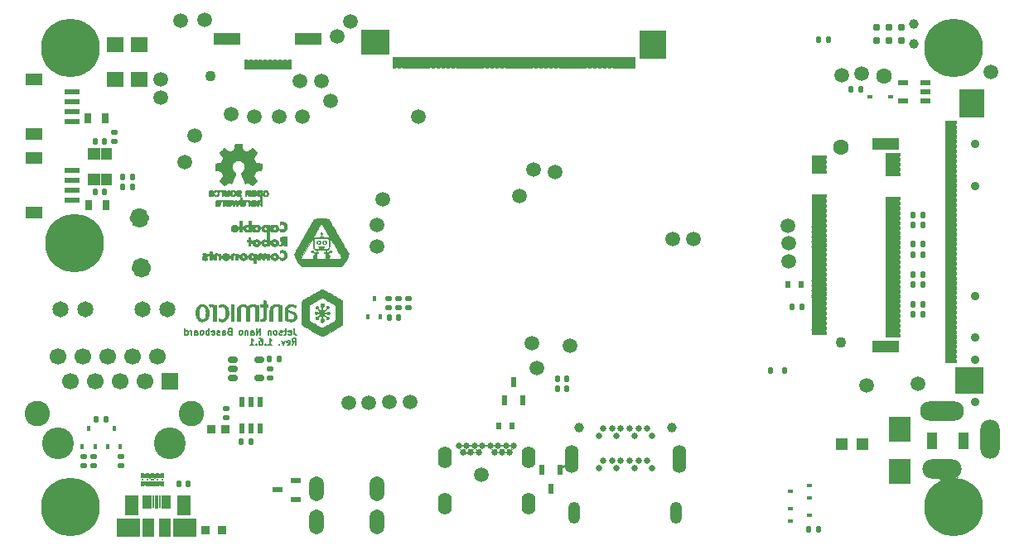
<source format=gbr>
G04 #@! TF.GenerationSoftware,KiCad,Pcbnew,7.0.1*
G04 #@! TF.CreationDate,2023-05-22T16:21:26+08:00*
G04 #@! TF.ProjectId,jetson-nano-baseboard,6a657473-6f6e-42d6-9e61-6e6f2d626173,1.6.1*
G04 #@! TF.SameCoordinates,Original*
G04 #@! TF.FileFunction,Soldermask,Bot*
G04 #@! TF.FilePolarity,Negative*
%FSLAX46Y46*%
G04 Gerber Fmt 4.6, Leading zero omitted, Abs format (unit mm)*
G04 Created by KiCad (PCBNEW 7.0.1) date 2023-05-22 16:21:26*
%MOMM*%
%LPD*%
G01*
G04 APERTURE LIST*
G04 Aperture macros list*
%AMRoundRect*
0 Rectangle with rounded corners*
0 $1 Rounding radius*
0 $2 $3 $4 $5 $6 $7 $8 $9 X,Y pos of 4 corners*
0 Add a 4 corners polygon primitive as box body*
4,1,4,$2,$3,$4,$5,$6,$7,$8,$9,$2,$3,0*
0 Add four circle primitives for the rounded corners*
1,1,$1+$1,$2,$3*
1,1,$1+$1,$4,$5*
1,1,$1+$1,$6,$7*
1,1,$1+$1,$8,$9*
0 Add four rect primitives between the rounded corners*
20,1,$1+$1,$2,$3,$4,$5,0*
20,1,$1+$1,$4,$5,$6,$7,0*
20,1,$1+$1,$6,$7,$8,$9,0*
20,1,$1+$1,$8,$9,$2,$3,0*%
G04 Aperture macros list end*
%ADD10C,1.000000*%
%ADD11C,0.150000*%
%ADD12C,0.001395*%
%ADD13C,0.000313*%
%ADD14C,0.010000*%
%ADD15C,0.900000*%
%ADD16C,1.000000*%
%ADD17C,0.650000*%
%ADD18O,1.400000X2.850000*%
%ADD19O,1.200000X2.250000*%
%ADD20O,4.500000X2.000000*%
%ADD21O,1.990000X4.000000*%
%ADD22O,4.000000X2.000000*%
%ADD23O,1.400000X2.240000*%
%ADD24O,1.000000X1.600000*%
%ADD25O,1.500000X2.550000*%
%ADD26C,3.250000*%
%ADD27R,1.700000X1.700000*%
%ADD28C,1.700000*%
%ADD29C,1.650000*%
%ADD30C,2.600000*%
%ADD31C,1.600000*%
%ADD32C,1.100000*%
%ADD33C,1.500000*%
%ADD34C,6.000000*%
%ADD35R,0.970000X0.960000*%
%ADD36R,0.600000X0.800000*%
%ADD37RoundRect,0.147500X-0.147500X-0.172500X0.147500X-0.172500X0.147500X0.172500X-0.147500X0.172500X0*%
%ADD38RoundRect,0.147500X0.147500X0.172500X-0.147500X0.172500X-0.147500X-0.172500X0.147500X-0.172500X0*%
%ADD39R,1.550000X0.300000*%
%ADD40R,2.750000X1.200000*%
%ADD41RoundRect,0.147500X0.172500X-0.147500X0.172500X0.147500X-0.172500X0.147500X-0.172500X-0.147500X0*%
%ADD42RoundRect,0.147500X-0.172500X0.147500X-0.172500X-0.147500X0.172500X-0.147500X0.172500X0.147500X0*%
%ADD43C,0.991000*%
%ADD44C,0.787000*%
%ADD45R,0.300000X1.200000*%
%ADD46R,2.700000X3.000000*%
%ADD47R,3.000000X2.500000*%
%ADD48R,1.200000X0.300000*%
%ADD49R,3.000000X2.700000*%
%ADD50R,2.500000X3.000000*%
%ADD51R,0.400000X0.500000*%
%ADD52R,0.450000X1.380000*%
%ADD53R,1.400000X2.100000*%
%ADD54R,2.370000X1.900000*%
%ADD55R,1.175000X1.900000*%
%ADD56R,0.550000X1.000000*%
%ADD57R,1.000000X0.600000*%
%ADD58R,0.590000X0.450000*%
%ADD59R,0.500000X0.400000*%
%ADD60R,1.800000X1.500000*%
%ADD61R,1.200000X1.200000*%
%ADD62R,0.300000X1.000000*%
%ADD63R,2.700000X1.300000*%
%ADD64RoundRect,0.050000X0.225000X0.550000X-0.225000X0.550000X-0.225000X-0.550000X0.225000X-0.550000X0*%
%ADD65RoundRect,0.125000X0.125000X0.175000X-0.125000X0.175000X-0.125000X-0.175000X0.125000X-0.175000X0*%
%ADD66R,0.762000X1.090000*%
%ADD67R,0.300000X0.550000*%
%ADD68R,0.400000X0.550000*%
%ADD69RoundRect,0.150000X0.375000X-0.150000X0.375000X0.150000X-0.375000X0.150000X-0.375000X-0.150000X0*%
%ADD70R,1.550000X0.600000*%
%ADD71R,1.800000X1.200000*%
%ADD72R,2.300000X2.500000*%
%ADD73R,1.016000X1.700000*%
%ADD74R,1.000000X0.550000*%
%ADD75R,0.950000X0.950000*%
G04 APERTURE END LIST*
D10*
X87700000Y-101400000D02*
G75*
G03*
X87700000Y-101400000I-500000J0D01*
G01*
X87500000Y-96300000D02*
G75*
G03*
X87500000Y-96300000I-500000J0D01*
G01*
D11*
X102804828Y-107605212D02*
X102804828Y-108069498D01*
X102804828Y-108069498D02*
X102835781Y-108162355D01*
X102835781Y-108162355D02*
X102897685Y-108224260D01*
X102897685Y-108224260D02*
X102990543Y-108255212D01*
X102990543Y-108255212D02*
X103052447Y-108255212D01*
X102247686Y-108224260D02*
X102309590Y-108255212D01*
X102309590Y-108255212D02*
X102433400Y-108255212D01*
X102433400Y-108255212D02*
X102495305Y-108224260D01*
X102495305Y-108224260D02*
X102526257Y-108162355D01*
X102526257Y-108162355D02*
X102526257Y-107914736D01*
X102526257Y-107914736D02*
X102495305Y-107852831D01*
X102495305Y-107852831D02*
X102433400Y-107821879D01*
X102433400Y-107821879D02*
X102309590Y-107821879D01*
X102309590Y-107821879D02*
X102247686Y-107852831D01*
X102247686Y-107852831D02*
X102216733Y-107914736D01*
X102216733Y-107914736D02*
X102216733Y-107976640D01*
X102216733Y-107976640D02*
X102526257Y-108038545D01*
X102031019Y-107821879D02*
X101783400Y-107821879D01*
X101938162Y-107605212D02*
X101938162Y-108162355D01*
X101938162Y-108162355D02*
X101907209Y-108224260D01*
X101907209Y-108224260D02*
X101845304Y-108255212D01*
X101845304Y-108255212D02*
X101783400Y-108255212D01*
X101597685Y-108224260D02*
X101535780Y-108255212D01*
X101535780Y-108255212D02*
X101411971Y-108255212D01*
X101411971Y-108255212D02*
X101350066Y-108224260D01*
X101350066Y-108224260D02*
X101319114Y-108162355D01*
X101319114Y-108162355D02*
X101319114Y-108131402D01*
X101319114Y-108131402D02*
X101350066Y-108069498D01*
X101350066Y-108069498D02*
X101411971Y-108038545D01*
X101411971Y-108038545D02*
X101504828Y-108038545D01*
X101504828Y-108038545D02*
X101566733Y-108007593D01*
X101566733Y-108007593D02*
X101597685Y-107945688D01*
X101597685Y-107945688D02*
X101597685Y-107914736D01*
X101597685Y-107914736D02*
X101566733Y-107852831D01*
X101566733Y-107852831D02*
X101504828Y-107821879D01*
X101504828Y-107821879D02*
X101411971Y-107821879D01*
X101411971Y-107821879D02*
X101350066Y-107852831D01*
X100947685Y-108255212D02*
X101009590Y-108224260D01*
X101009590Y-108224260D02*
X101040543Y-108193307D01*
X101040543Y-108193307D02*
X101071495Y-108131402D01*
X101071495Y-108131402D02*
X101071495Y-107945688D01*
X101071495Y-107945688D02*
X101040543Y-107883783D01*
X101040543Y-107883783D02*
X101009590Y-107852831D01*
X101009590Y-107852831D02*
X100947685Y-107821879D01*
X100947685Y-107821879D02*
X100854828Y-107821879D01*
X100854828Y-107821879D02*
X100792924Y-107852831D01*
X100792924Y-107852831D02*
X100761971Y-107883783D01*
X100761971Y-107883783D02*
X100731019Y-107945688D01*
X100731019Y-107945688D02*
X100731019Y-108131402D01*
X100731019Y-108131402D02*
X100761971Y-108193307D01*
X100761971Y-108193307D02*
X100792924Y-108224260D01*
X100792924Y-108224260D02*
X100854828Y-108255212D01*
X100854828Y-108255212D02*
X100947685Y-108255212D01*
X100452448Y-107821879D02*
X100452448Y-108255212D01*
X100452448Y-107883783D02*
X100421495Y-107852831D01*
X100421495Y-107852831D02*
X100359590Y-107821879D01*
X100359590Y-107821879D02*
X100266733Y-107821879D01*
X100266733Y-107821879D02*
X100204829Y-107852831D01*
X100204829Y-107852831D02*
X100173876Y-107914736D01*
X100173876Y-107914736D02*
X100173876Y-108255212D01*
X99369115Y-108255212D02*
X99369115Y-107605212D01*
X99369115Y-107605212D02*
X98997686Y-108255212D01*
X98997686Y-108255212D02*
X98997686Y-107605212D01*
X98409591Y-108255212D02*
X98409591Y-107914736D01*
X98409591Y-107914736D02*
X98440544Y-107852831D01*
X98440544Y-107852831D02*
X98502448Y-107821879D01*
X98502448Y-107821879D02*
X98626258Y-107821879D01*
X98626258Y-107821879D02*
X98688163Y-107852831D01*
X98409591Y-108224260D02*
X98471496Y-108255212D01*
X98471496Y-108255212D02*
X98626258Y-108255212D01*
X98626258Y-108255212D02*
X98688163Y-108224260D01*
X98688163Y-108224260D02*
X98719115Y-108162355D01*
X98719115Y-108162355D02*
X98719115Y-108100450D01*
X98719115Y-108100450D02*
X98688163Y-108038545D01*
X98688163Y-108038545D02*
X98626258Y-108007593D01*
X98626258Y-108007593D02*
X98471496Y-108007593D01*
X98471496Y-108007593D02*
X98409591Y-107976640D01*
X98100068Y-107821879D02*
X98100068Y-108255212D01*
X98100068Y-107883783D02*
X98069115Y-107852831D01*
X98069115Y-107852831D02*
X98007210Y-107821879D01*
X98007210Y-107821879D02*
X97914353Y-107821879D01*
X97914353Y-107821879D02*
X97852449Y-107852831D01*
X97852449Y-107852831D02*
X97821496Y-107914736D01*
X97821496Y-107914736D02*
X97821496Y-108255212D01*
X97419115Y-108255212D02*
X97481020Y-108224260D01*
X97481020Y-108224260D02*
X97511973Y-108193307D01*
X97511973Y-108193307D02*
X97542925Y-108131402D01*
X97542925Y-108131402D02*
X97542925Y-107945688D01*
X97542925Y-107945688D02*
X97511973Y-107883783D01*
X97511973Y-107883783D02*
X97481020Y-107852831D01*
X97481020Y-107852831D02*
X97419115Y-107821879D01*
X97419115Y-107821879D02*
X97326258Y-107821879D01*
X97326258Y-107821879D02*
X97264354Y-107852831D01*
X97264354Y-107852831D02*
X97233401Y-107883783D01*
X97233401Y-107883783D02*
X97202449Y-107945688D01*
X97202449Y-107945688D02*
X97202449Y-108131402D01*
X97202449Y-108131402D02*
X97233401Y-108193307D01*
X97233401Y-108193307D02*
X97264354Y-108224260D01*
X97264354Y-108224260D02*
X97326258Y-108255212D01*
X97326258Y-108255212D02*
X97419115Y-108255212D01*
X96211973Y-107914736D02*
X96119116Y-107945688D01*
X96119116Y-107945688D02*
X96088163Y-107976640D01*
X96088163Y-107976640D02*
X96057211Y-108038545D01*
X96057211Y-108038545D02*
X96057211Y-108131402D01*
X96057211Y-108131402D02*
X96088163Y-108193307D01*
X96088163Y-108193307D02*
X96119116Y-108224260D01*
X96119116Y-108224260D02*
X96181021Y-108255212D01*
X96181021Y-108255212D02*
X96428640Y-108255212D01*
X96428640Y-108255212D02*
X96428640Y-107605212D01*
X96428640Y-107605212D02*
X96211973Y-107605212D01*
X96211973Y-107605212D02*
X96150068Y-107636164D01*
X96150068Y-107636164D02*
X96119116Y-107667117D01*
X96119116Y-107667117D02*
X96088163Y-107729021D01*
X96088163Y-107729021D02*
X96088163Y-107790926D01*
X96088163Y-107790926D02*
X96119116Y-107852831D01*
X96119116Y-107852831D02*
X96150068Y-107883783D01*
X96150068Y-107883783D02*
X96211973Y-107914736D01*
X96211973Y-107914736D02*
X96428640Y-107914736D01*
X95500068Y-108255212D02*
X95500068Y-107914736D01*
X95500068Y-107914736D02*
X95531021Y-107852831D01*
X95531021Y-107852831D02*
X95592925Y-107821879D01*
X95592925Y-107821879D02*
X95716735Y-107821879D01*
X95716735Y-107821879D02*
X95778640Y-107852831D01*
X95500068Y-108224260D02*
X95561973Y-108255212D01*
X95561973Y-108255212D02*
X95716735Y-108255212D01*
X95716735Y-108255212D02*
X95778640Y-108224260D01*
X95778640Y-108224260D02*
X95809592Y-108162355D01*
X95809592Y-108162355D02*
X95809592Y-108100450D01*
X95809592Y-108100450D02*
X95778640Y-108038545D01*
X95778640Y-108038545D02*
X95716735Y-108007593D01*
X95716735Y-108007593D02*
X95561973Y-108007593D01*
X95561973Y-108007593D02*
X95500068Y-107976640D01*
X95221497Y-108224260D02*
X95159592Y-108255212D01*
X95159592Y-108255212D02*
X95035783Y-108255212D01*
X95035783Y-108255212D02*
X94973878Y-108224260D01*
X94973878Y-108224260D02*
X94942926Y-108162355D01*
X94942926Y-108162355D02*
X94942926Y-108131402D01*
X94942926Y-108131402D02*
X94973878Y-108069498D01*
X94973878Y-108069498D02*
X95035783Y-108038545D01*
X95035783Y-108038545D02*
X95128640Y-108038545D01*
X95128640Y-108038545D02*
X95190545Y-108007593D01*
X95190545Y-108007593D02*
X95221497Y-107945688D01*
X95221497Y-107945688D02*
X95221497Y-107914736D01*
X95221497Y-107914736D02*
X95190545Y-107852831D01*
X95190545Y-107852831D02*
X95128640Y-107821879D01*
X95128640Y-107821879D02*
X95035783Y-107821879D01*
X95035783Y-107821879D02*
X94973878Y-107852831D01*
X94416736Y-108224260D02*
X94478640Y-108255212D01*
X94478640Y-108255212D02*
X94602450Y-108255212D01*
X94602450Y-108255212D02*
X94664355Y-108224260D01*
X94664355Y-108224260D02*
X94695307Y-108162355D01*
X94695307Y-108162355D02*
X94695307Y-107914736D01*
X94695307Y-107914736D02*
X94664355Y-107852831D01*
X94664355Y-107852831D02*
X94602450Y-107821879D01*
X94602450Y-107821879D02*
X94478640Y-107821879D01*
X94478640Y-107821879D02*
X94416736Y-107852831D01*
X94416736Y-107852831D02*
X94385783Y-107914736D01*
X94385783Y-107914736D02*
X94385783Y-107976640D01*
X94385783Y-107976640D02*
X94695307Y-108038545D01*
X94107212Y-108255212D02*
X94107212Y-107605212D01*
X94107212Y-107852831D02*
X94045307Y-107821879D01*
X94045307Y-107821879D02*
X93921497Y-107821879D01*
X93921497Y-107821879D02*
X93859593Y-107852831D01*
X93859593Y-107852831D02*
X93828640Y-107883783D01*
X93828640Y-107883783D02*
X93797688Y-107945688D01*
X93797688Y-107945688D02*
X93797688Y-108131402D01*
X93797688Y-108131402D02*
X93828640Y-108193307D01*
X93828640Y-108193307D02*
X93859593Y-108224260D01*
X93859593Y-108224260D02*
X93921497Y-108255212D01*
X93921497Y-108255212D02*
X94045307Y-108255212D01*
X94045307Y-108255212D02*
X94107212Y-108224260D01*
X93426259Y-108255212D02*
X93488164Y-108224260D01*
X93488164Y-108224260D02*
X93519117Y-108193307D01*
X93519117Y-108193307D02*
X93550069Y-108131402D01*
X93550069Y-108131402D02*
X93550069Y-107945688D01*
X93550069Y-107945688D02*
X93519117Y-107883783D01*
X93519117Y-107883783D02*
X93488164Y-107852831D01*
X93488164Y-107852831D02*
X93426259Y-107821879D01*
X93426259Y-107821879D02*
X93333402Y-107821879D01*
X93333402Y-107821879D02*
X93271498Y-107852831D01*
X93271498Y-107852831D02*
X93240545Y-107883783D01*
X93240545Y-107883783D02*
X93209593Y-107945688D01*
X93209593Y-107945688D02*
X93209593Y-108131402D01*
X93209593Y-108131402D02*
X93240545Y-108193307D01*
X93240545Y-108193307D02*
X93271498Y-108224260D01*
X93271498Y-108224260D02*
X93333402Y-108255212D01*
X93333402Y-108255212D02*
X93426259Y-108255212D01*
X92652450Y-108255212D02*
X92652450Y-107914736D01*
X92652450Y-107914736D02*
X92683403Y-107852831D01*
X92683403Y-107852831D02*
X92745307Y-107821879D01*
X92745307Y-107821879D02*
X92869117Y-107821879D01*
X92869117Y-107821879D02*
X92931022Y-107852831D01*
X92652450Y-108224260D02*
X92714355Y-108255212D01*
X92714355Y-108255212D02*
X92869117Y-108255212D01*
X92869117Y-108255212D02*
X92931022Y-108224260D01*
X92931022Y-108224260D02*
X92961974Y-108162355D01*
X92961974Y-108162355D02*
X92961974Y-108100450D01*
X92961974Y-108100450D02*
X92931022Y-108038545D01*
X92931022Y-108038545D02*
X92869117Y-108007593D01*
X92869117Y-108007593D02*
X92714355Y-108007593D01*
X92714355Y-108007593D02*
X92652450Y-107976640D01*
X92342927Y-108255212D02*
X92342927Y-107821879D01*
X92342927Y-107945688D02*
X92311974Y-107883783D01*
X92311974Y-107883783D02*
X92281022Y-107852831D01*
X92281022Y-107852831D02*
X92219117Y-107821879D01*
X92219117Y-107821879D02*
X92157212Y-107821879D01*
X91661974Y-108255212D02*
X91661974Y-107605212D01*
X91661974Y-108224260D02*
X91723879Y-108255212D01*
X91723879Y-108255212D02*
X91847688Y-108255212D01*
X91847688Y-108255212D02*
X91909593Y-108224260D01*
X91909593Y-108224260D02*
X91940546Y-108193307D01*
X91940546Y-108193307D02*
X91971498Y-108131402D01*
X91971498Y-108131402D02*
X91971498Y-107945688D01*
X91971498Y-107945688D02*
X91940546Y-107883783D01*
X91940546Y-107883783D02*
X91909593Y-107852831D01*
X91909593Y-107852831D02*
X91847688Y-107821879D01*
X91847688Y-107821879D02*
X91723879Y-107821879D01*
X91723879Y-107821879D02*
X91661974Y-107852831D01*
X102619114Y-109308212D02*
X102835781Y-108998688D01*
X102990543Y-109308212D02*
X102990543Y-108658212D01*
X102990543Y-108658212D02*
X102742924Y-108658212D01*
X102742924Y-108658212D02*
X102681019Y-108689164D01*
X102681019Y-108689164D02*
X102650066Y-108720117D01*
X102650066Y-108720117D02*
X102619114Y-108782021D01*
X102619114Y-108782021D02*
X102619114Y-108874879D01*
X102619114Y-108874879D02*
X102650066Y-108936783D01*
X102650066Y-108936783D02*
X102681019Y-108967736D01*
X102681019Y-108967736D02*
X102742924Y-108998688D01*
X102742924Y-108998688D02*
X102990543Y-108998688D01*
X102092924Y-109277260D02*
X102154828Y-109308212D01*
X102154828Y-109308212D02*
X102278638Y-109308212D01*
X102278638Y-109308212D02*
X102340543Y-109277260D01*
X102340543Y-109277260D02*
X102371495Y-109215355D01*
X102371495Y-109215355D02*
X102371495Y-108967736D01*
X102371495Y-108967736D02*
X102340543Y-108905831D01*
X102340543Y-108905831D02*
X102278638Y-108874879D01*
X102278638Y-108874879D02*
X102154828Y-108874879D01*
X102154828Y-108874879D02*
X102092924Y-108905831D01*
X102092924Y-108905831D02*
X102061971Y-108967736D01*
X102061971Y-108967736D02*
X102061971Y-109029640D01*
X102061971Y-109029640D02*
X102371495Y-109091545D01*
X101845304Y-108874879D02*
X101690542Y-109308212D01*
X101690542Y-109308212D02*
X101535781Y-108874879D01*
X101288162Y-109246307D02*
X101257209Y-109277260D01*
X101257209Y-109277260D02*
X101288162Y-109308212D01*
X101288162Y-109308212D02*
X101319114Y-109277260D01*
X101319114Y-109277260D02*
X101288162Y-109246307D01*
X101288162Y-109246307D02*
X101288162Y-109308212D01*
X100142923Y-109308212D02*
X100514352Y-109308212D01*
X100328638Y-109308212D02*
X100328638Y-108658212D01*
X100328638Y-108658212D02*
X100390542Y-108751069D01*
X100390542Y-108751069D02*
X100452447Y-108812974D01*
X100452447Y-108812974D02*
X100514352Y-108843926D01*
X99864352Y-109246307D02*
X99833399Y-109277260D01*
X99833399Y-109277260D02*
X99864352Y-109308212D01*
X99864352Y-109308212D02*
X99895304Y-109277260D01*
X99895304Y-109277260D02*
X99864352Y-109246307D01*
X99864352Y-109246307D02*
X99864352Y-109308212D01*
X99276256Y-108658212D02*
X99400066Y-108658212D01*
X99400066Y-108658212D02*
X99461970Y-108689164D01*
X99461970Y-108689164D02*
X99492923Y-108720117D01*
X99492923Y-108720117D02*
X99554828Y-108812974D01*
X99554828Y-108812974D02*
X99585780Y-108936783D01*
X99585780Y-108936783D02*
X99585780Y-109184402D01*
X99585780Y-109184402D02*
X99554828Y-109246307D01*
X99554828Y-109246307D02*
X99523875Y-109277260D01*
X99523875Y-109277260D02*
X99461970Y-109308212D01*
X99461970Y-109308212D02*
X99338161Y-109308212D01*
X99338161Y-109308212D02*
X99276256Y-109277260D01*
X99276256Y-109277260D02*
X99245304Y-109246307D01*
X99245304Y-109246307D02*
X99214351Y-109184402D01*
X99214351Y-109184402D02*
X99214351Y-109029640D01*
X99214351Y-109029640D02*
X99245304Y-108967736D01*
X99245304Y-108967736D02*
X99276256Y-108936783D01*
X99276256Y-108936783D02*
X99338161Y-108905831D01*
X99338161Y-108905831D02*
X99461970Y-108905831D01*
X99461970Y-108905831D02*
X99523875Y-108936783D01*
X99523875Y-108936783D02*
X99554828Y-108967736D01*
X99554828Y-108967736D02*
X99585780Y-109029640D01*
X98935780Y-109246307D02*
X98904827Y-109277260D01*
X98904827Y-109277260D02*
X98935780Y-109308212D01*
X98935780Y-109308212D02*
X98966732Y-109277260D01*
X98966732Y-109277260D02*
X98935780Y-109246307D01*
X98935780Y-109246307D02*
X98935780Y-109308212D01*
X98285779Y-109308212D02*
X98657208Y-109308212D01*
X98471494Y-109308212D02*
X98471494Y-108658212D01*
X98471494Y-108658212D02*
X98533398Y-108751069D01*
X98533398Y-108751069D02*
X98595303Y-108812974D01*
X98595303Y-108812974D02*
X98657208Y-108843926D01*
D12*
X97679027Y-105164829D02*
X97799108Y-105189179D01*
X97906488Y-105232798D01*
X98002119Y-105295991D01*
X98051514Y-105336068D01*
X98129085Y-105277355D01*
X98153478Y-105259585D01*
X98212769Y-105223236D01*
X98274371Y-105196800D01*
X98343535Y-105178742D01*
X98425514Y-105167531D01*
X98525558Y-105161634D01*
X98650231Y-105161538D01*
X98770304Y-105171841D01*
X98888684Y-105194196D01*
X99015402Y-105230002D01*
X99127919Y-105266044D01*
X99127919Y-106859420D01*
X98856266Y-106859420D01*
X98856266Y-105397722D01*
X98823786Y-105385585D01*
X98803123Y-105377990D01*
X98769659Y-105366948D01*
X98737984Y-105359275D01*
X98699662Y-105353118D01*
X98646256Y-105346626D01*
X98548325Y-105341546D01*
X98451658Y-105351057D01*
X98369040Y-105375875D01*
X98301937Y-105415351D01*
X98251816Y-105468833D01*
X98220142Y-105535670D01*
X98217551Y-105549908D01*
X98214570Y-105584806D01*
X98212090Y-105638698D01*
X98210095Y-105712355D01*
X98208570Y-105806547D01*
X98207499Y-105922045D01*
X98206868Y-106059620D01*
X98206661Y-106220044D01*
X98206661Y-106859420D01*
X97923197Y-106859420D01*
X97923197Y-105491185D01*
X97873000Y-105447471D01*
X97816415Y-105405709D01*
X97737163Y-105367143D01*
X97654593Y-105346010D01*
X97572192Y-105342031D01*
X97493443Y-105354927D01*
X97421833Y-105384422D01*
X97360845Y-105430237D01*
X97313966Y-105492093D01*
X97279498Y-105554304D01*
X97276163Y-106206862D01*
X97272829Y-106859420D01*
X96990128Y-106859420D01*
X96990128Y-106234018D01*
X96990160Y-106128024D01*
X96990388Y-105996907D01*
X96990967Y-105885843D01*
X96992050Y-105792745D01*
X96993790Y-105715521D01*
X96996340Y-105652083D01*
X96999851Y-105600340D01*
X97004476Y-105558203D01*
X97010368Y-105523583D01*
X97017679Y-105494391D01*
X97026562Y-105468535D01*
X97037169Y-105443927D01*
X97049653Y-105418478D01*
X97081175Y-105365700D01*
X97146826Y-105291907D01*
X97229454Y-105234124D01*
X97328615Y-105192569D01*
X97443868Y-105167460D01*
X97574772Y-105159016D01*
X97679027Y-105164829D01*
G36*
X97679027Y-105164829D02*
G01*
X97799108Y-105189179D01*
X97906488Y-105232798D01*
X98002119Y-105295991D01*
X98051514Y-105336068D01*
X98129085Y-105277355D01*
X98153478Y-105259585D01*
X98212769Y-105223236D01*
X98274371Y-105196800D01*
X98343535Y-105178742D01*
X98425514Y-105167531D01*
X98525558Y-105161634D01*
X98650231Y-105161538D01*
X98770304Y-105171841D01*
X98888684Y-105194196D01*
X99015402Y-105230002D01*
X99127919Y-105266044D01*
X99127919Y-106859420D01*
X98856266Y-106859420D01*
X98856266Y-105397722D01*
X98823786Y-105385585D01*
X98803123Y-105377990D01*
X98769659Y-105366948D01*
X98737984Y-105359275D01*
X98699662Y-105353118D01*
X98646256Y-105346626D01*
X98548325Y-105341546D01*
X98451658Y-105351057D01*
X98369040Y-105375875D01*
X98301937Y-105415351D01*
X98251816Y-105468833D01*
X98220142Y-105535670D01*
X98217551Y-105549908D01*
X98214570Y-105584806D01*
X98212090Y-105638698D01*
X98210095Y-105712355D01*
X98208570Y-105806547D01*
X98207499Y-105922045D01*
X98206868Y-106059620D01*
X98206661Y-106220044D01*
X98206661Y-106859420D01*
X97923197Y-106859420D01*
X97923197Y-105491185D01*
X97873000Y-105447471D01*
X97816415Y-105405709D01*
X97737163Y-105367143D01*
X97654593Y-105346010D01*
X97572192Y-105342031D01*
X97493443Y-105354927D01*
X97421833Y-105384422D01*
X97360845Y-105430237D01*
X97313966Y-105492093D01*
X97279498Y-105554304D01*
X97276163Y-106206862D01*
X97272829Y-106859420D01*
X96990128Y-106859420D01*
X96990128Y-106234018D01*
X96990160Y-106128024D01*
X96990388Y-105996907D01*
X96990967Y-105885843D01*
X96992050Y-105792745D01*
X96993790Y-105715521D01*
X96996340Y-105652083D01*
X96999851Y-105600340D01*
X97004476Y-105558203D01*
X97010368Y-105523583D01*
X97017679Y-105494391D01*
X97026562Y-105468535D01*
X97037169Y-105443927D01*
X97049653Y-105418478D01*
X97081175Y-105365700D01*
X97146826Y-105291907D01*
X97229454Y-105234124D01*
X97328615Y-105192569D01*
X97443868Y-105167460D01*
X97574772Y-105159016D01*
X97679027Y-105164829D01*
G37*
X99680686Y-104724814D02*
X99711918Y-104733762D01*
X99756318Y-104747079D01*
X99809154Y-104763374D01*
X99942878Y-104805119D01*
X99942878Y-105182258D01*
X100131854Y-105182258D01*
X100131854Y-105371234D01*
X99943687Y-105371234D01*
X99940330Y-105983665D01*
X99936973Y-106596096D01*
X99895634Y-106676517D01*
X99880696Y-106703747D01*
X99833352Y-106768440D01*
X99776128Y-106815584D01*
X99704237Y-106849506D01*
X99677634Y-106857847D01*
X99637207Y-106865634D01*
X99588360Y-106868842D01*
X99523587Y-106868250D01*
X99490772Y-106866939D01*
X99443578Y-106863762D01*
X99408270Y-106859754D01*
X99390714Y-106855480D01*
X99384170Y-106845312D01*
X99378014Y-106811368D01*
X99375925Y-106755377D01*
X99375900Y-106664539D01*
X99449744Y-106668028D01*
X99495722Y-106667456D01*
X99553565Y-106654164D01*
X99597996Y-106624208D01*
X99632545Y-106575807D01*
X99659414Y-106524997D01*
X99659414Y-105371234D01*
X99375950Y-105371234D01*
X99375950Y-105182258D01*
X99659414Y-105182258D01*
X99659414Y-104951943D01*
X99659421Y-104942297D01*
X99659909Y-104872405D01*
X99661078Y-104811812D01*
X99662803Y-104764097D01*
X99664959Y-104732843D01*
X99667422Y-104721629D01*
X99680686Y-104724814D01*
G36*
X99680686Y-104724814D02*
G01*
X99711918Y-104733762D01*
X99756318Y-104747079D01*
X99809154Y-104763374D01*
X99942878Y-104805119D01*
X99942878Y-105182258D01*
X100131854Y-105182258D01*
X100131854Y-105371234D01*
X99943687Y-105371234D01*
X99940330Y-105983665D01*
X99936973Y-106596096D01*
X99895634Y-106676517D01*
X99880696Y-106703747D01*
X99833352Y-106768440D01*
X99776128Y-106815584D01*
X99704237Y-106849506D01*
X99677634Y-106857847D01*
X99637207Y-106865634D01*
X99588360Y-106868842D01*
X99523587Y-106868250D01*
X99490772Y-106866939D01*
X99443578Y-106863762D01*
X99408270Y-106859754D01*
X99390714Y-106855480D01*
X99384170Y-106845312D01*
X99378014Y-106811368D01*
X99375925Y-106755377D01*
X99375900Y-106664539D01*
X99449744Y-106668028D01*
X99495722Y-106667456D01*
X99553565Y-106654164D01*
X99597996Y-106624208D01*
X99632545Y-106575807D01*
X99659414Y-106524997D01*
X99659414Y-105371234D01*
X99375950Y-105371234D01*
X99375950Y-105182258D01*
X99659414Y-105182258D01*
X99659414Y-104951943D01*
X99659421Y-104942297D01*
X99659909Y-104872405D01*
X99661078Y-104811812D01*
X99662803Y-104764097D01*
X99664959Y-104732843D01*
X99667422Y-104721629D01*
X99680686Y-104724814D01*
G37*
X95558716Y-105165382D02*
X95620861Y-105177479D01*
X95700549Y-105207141D01*
X95800696Y-105265532D01*
X95888414Y-105343291D01*
X95962947Y-105439562D01*
X96023541Y-105553495D01*
X96069440Y-105684234D01*
X96079591Y-105728869D01*
X96091652Y-105811254D01*
X96099646Y-105905916D01*
X96103374Y-106006211D01*
X96102638Y-106105499D01*
X96097243Y-106197137D01*
X96086989Y-106274485D01*
X96072931Y-106339836D01*
X96030710Y-106474048D01*
X95973982Y-106590798D01*
X95903115Y-106689526D01*
X95818480Y-106769672D01*
X95720446Y-106830674D01*
X95670325Y-106852436D01*
X95617059Y-106871097D01*
X95572808Y-106882325D01*
X95542548Y-106886204D01*
X95470498Y-106889013D01*
X95391127Y-106885787D01*
X95314593Y-106877117D01*
X95251053Y-106863595D01*
X95238869Y-106859841D01*
X95192149Y-106842589D01*
X95148075Y-106822490D01*
X95111563Y-106802201D01*
X95087527Y-106784375D01*
X95080883Y-106771669D01*
X95083411Y-106765326D01*
X95110289Y-106698677D01*
X95130070Y-106651513D01*
X95143864Y-106621401D01*
X95152780Y-106605908D01*
X95157926Y-106602598D01*
X95199197Y-106624384D01*
X95254371Y-106649981D01*
X95301708Y-106665667D01*
X95348378Y-106673599D01*
X95401549Y-106675935D01*
X95404079Y-106675945D01*
X95454755Y-106674934D01*
X95491418Y-106670160D01*
X95523241Y-106659606D01*
X95559393Y-106641258D01*
X95564950Y-106638112D01*
X95636563Y-106583330D01*
X95697513Y-106507916D01*
X95747945Y-106411650D01*
X95788003Y-106294312D01*
X95796813Y-106254917D01*
X95807601Y-106174793D01*
X95813489Y-106082766D01*
X95814477Y-105985840D01*
X95810564Y-105891015D01*
X95801750Y-105805295D01*
X95788035Y-105735680D01*
X95770657Y-105679188D01*
X95729678Y-105581155D01*
X95679965Y-105498329D01*
X95623300Y-105433434D01*
X95561463Y-105389192D01*
X95487469Y-105363298D01*
X95403047Y-105356183D01*
X95313608Y-105368373D01*
X95223300Y-105399738D01*
X95193916Y-105412719D01*
X95164895Y-105424360D01*
X95150317Y-105428615D01*
X95147542Y-105426696D01*
X95136767Y-105409021D01*
X95122558Y-105378373D01*
X95107582Y-105341537D01*
X95094507Y-105305299D01*
X95085999Y-105276444D01*
X95084727Y-105261758D01*
X95086373Y-105259565D01*
X95106951Y-105244559D01*
X95142824Y-105226041D01*
X95187797Y-105206713D01*
X95235674Y-105189279D01*
X95280260Y-105176443D01*
X95323520Y-105168304D01*
X95401294Y-105160768D01*
X95482609Y-105159803D01*
X95558716Y-105165382D01*
G36*
X95558716Y-105165382D02*
G01*
X95620861Y-105177479D01*
X95700549Y-105207141D01*
X95800696Y-105265532D01*
X95888414Y-105343291D01*
X95962947Y-105439562D01*
X96023541Y-105553495D01*
X96069440Y-105684234D01*
X96079591Y-105728869D01*
X96091652Y-105811254D01*
X96099646Y-105905916D01*
X96103374Y-106006211D01*
X96102638Y-106105499D01*
X96097243Y-106197137D01*
X96086989Y-106274485D01*
X96072931Y-106339836D01*
X96030710Y-106474048D01*
X95973982Y-106590798D01*
X95903115Y-106689526D01*
X95818480Y-106769672D01*
X95720446Y-106830674D01*
X95670325Y-106852436D01*
X95617059Y-106871097D01*
X95572808Y-106882325D01*
X95542548Y-106886204D01*
X95470498Y-106889013D01*
X95391127Y-106885787D01*
X95314593Y-106877117D01*
X95251053Y-106863595D01*
X95238869Y-106859841D01*
X95192149Y-106842589D01*
X95148075Y-106822490D01*
X95111563Y-106802201D01*
X95087527Y-106784375D01*
X95080883Y-106771669D01*
X95083411Y-106765326D01*
X95110289Y-106698677D01*
X95130070Y-106651513D01*
X95143864Y-106621401D01*
X95152780Y-106605908D01*
X95157926Y-106602598D01*
X95199197Y-106624384D01*
X95254371Y-106649981D01*
X95301708Y-106665667D01*
X95348378Y-106673599D01*
X95401549Y-106675935D01*
X95404079Y-106675945D01*
X95454755Y-106674934D01*
X95491418Y-106670160D01*
X95523241Y-106659606D01*
X95559393Y-106641258D01*
X95564950Y-106638112D01*
X95636563Y-106583330D01*
X95697513Y-106507916D01*
X95747945Y-106411650D01*
X95788003Y-106294312D01*
X95796813Y-106254917D01*
X95807601Y-106174793D01*
X95813489Y-106082766D01*
X95814477Y-105985840D01*
X95810564Y-105891015D01*
X95801750Y-105805295D01*
X95788035Y-105735680D01*
X95770657Y-105679188D01*
X95729678Y-105581155D01*
X95679965Y-105498329D01*
X95623300Y-105433434D01*
X95561463Y-105389192D01*
X95487469Y-105363298D01*
X95403047Y-105356183D01*
X95313608Y-105368373D01*
X95223300Y-105399738D01*
X95193916Y-105412719D01*
X95164895Y-105424360D01*
X95150317Y-105428615D01*
X95147542Y-105426696D01*
X95136767Y-105409021D01*
X95122558Y-105378373D01*
X95107582Y-105341537D01*
X95094507Y-105305299D01*
X95085999Y-105276444D01*
X95084727Y-105261758D01*
X95086373Y-105259565D01*
X95106951Y-105244559D01*
X95142824Y-105226041D01*
X95187797Y-105206713D01*
X95235674Y-105189279D01*
X95280260Y-105176443D01*
X95323520Y-105168304D01*
X95401294Y-105160768D01*
X95482609Y-105159803D01*
X95558716Y-105165382D01*
G37*
X94079289Y-106014378D02*
X94074878Y-106142862D01*
X94053854Y-106302828D01*
X94028839Y-106410634D01*
X93982943Y-106534424D01*
X93922047Y-106640822D01*
X93846590Y-106729337D01*
X93757009Y-106799479D01*
X93653740Y-106850758D01*
X93537221Y-106882682D01*
X93446504Y-106890923D01*
X93346919Y-106885763D01*
X93247400Y-106868211D01*
X93155273Y-106839566D01*
X93077863Y-106801130D01*
X93028778Y-106765743D01*
X92949681Y-106686791D01*
X92883467Y-106589819D01*
X92830638Y-106476286D01*
X92791696Y-106347653D01*
X92767142Y-106205378D01*
X92757477Y-106050920D01*
X92759153Y-106002565D01*
X93040151Y-106002565D01*
X93046274Y-106150760D01*
X93060379Y-106272333D01*
X93084728Y-106387659D01*
X93118740Y-106483264D01*
X93162972Y-106560347D01*
X93217979Y-106620107D01*
X93284319Y-106663744D01*
X93310372Y-106675314D01*
X93388739Y-106694404D01*
X93466601Y-106691748D01*
X93540997Y-106668559D01*
X93608966Y-106626048D01*
X93667546Y-106565428D01*
X93713777Y-106487912D01*
X93749603Y-106389568D01*
X93776020Y-106273023D01*
X93791796Y-106146216D01*
X93796944Y-106014378D01*
X93791476Y-105882741D01*
X93775405Y-105756536D01*
X93748743Y-105640996D01*
X93711503Y-105541351D01*
X93691071Y-105503565D01*
X93638399Y-105436575D01*
X93575094Y-105386758D01*
X93504424Y-105354895D01*
X93429656Y-105341764D01*
X93354060Y-105348145D01*
X93280902Y-105374817D01*
X93213452Y-105422561D01*
X93182442Y-105455521D01*
X93132510Y-105532189D01*
X93092840Y-105627293D01*
X93063908Y-105738766D01*
X93046187Y-105864545D01*
X93040151Y-106002565D01*
X92759153Y-106002565D01*
X92763204Y-105885737D01*
X92773336Y-105793832D01*
X92802304Y-105651935D01*
X92846287Y-105527531D01*
X92905550Y-105419937D01*
X92980361Y-105328470D01*
X93019429Y-105291966D01*
X93103859Y-105232109D01*
X93197322Y-105190750D01*
X93302900Y-105166711D01*
X93423677Y-105158811D01*
X93460057Y-105159532D01*
X93580156Y-105174701D01*
X93687847Y-105209759D01*
X93783815Y-105264986D01*
X93868749Y-105340664D01*
X93888272Y-105362903D01*
X93954230Y-105459144D01*
X94006879Y-105572176D01*
X94045743Y-105699533D01*
X94070347Y-105838746D01*
X94080217Y-105987344D01*
X94079289Y-106014378D01*
G36*
X94079289Y-106014378D02*
G01*
X94074878Y-106142862D01*
X94053854Y-106302828D01*
X94028839Y-106410634D01*
X93982943Y-106534424D01*
X93922047Y-106640822D01*
X93846590Y-106729337D01*
X93757009Y-106799479D01*
X93653740Y-106850758D01*
X93537221Y-106882682D01*
X93446504Y-106890923D01*
X93346919Y-106885763D01*
X93247400Y-106868211D01*
X93155273Y-106839566D01*
X93077863Y-106801130D01*
X93028778Y-106765743D01*
X92949681Y-106686791D01*
X92883467Y-106589819D01*
X92830638Y-106476286D01*
X92791696Y-106347653D01*
X92767142Y-106205378D01*
X92757477Y-106050920D01*
X92759153Y-106002565D01*
X93040151Y-106002565D01*
X93046274Y-106150760D01*
X93060379Y-106272333D01*
X93084728Y-106387659D01*
X93118740Y-106483264D01*
X93162972Y-106560347D01*
X93217979Y-106620107D01*
X93284319Y-106663744D01*
X93310372Y-106675314D01*
X93388739Y-106694404D01*
X93466601Y-106691748D01*
X93540997Y-106668559D01*
X93608966Y-106626048D01*
X93667546Y-106565428D01*
X93713777Y-106487912D01*
X93749603Y-106389568D01*
X93776020Y-106273023D01*
X93791796Y-106146216D01*
X93796944Y-106014378D01*
X93791476Y-105882741D01*
X93775405Y-105756536D01*
X93748743Y-105640996D01*
X93711503Y-105541351D01*
X93691071Y-105503565D01*
X93638399Y-105436575D01*
X93575094Y-105386758D01*
X93504424Y-105354895D01*
X93429656Y-105341764D01*
X93354060Y-105348145D01*
X93280902Y-105374817D01*
X93213452Y-105422561D01*
X93182442Y-105455521D01*
X93132510Y-105532189D01*
X93092840Y-105627293D01*
X93063908Y-105738766D01*
X93046187Y-105864545D01*
X93040151Y-106002565D01*
X92759153Y-106002565D01*
X92763204Y-105885737D01*
X92773336Y-105793832D01*
X92802304Y-105651935D01*
X92846287Y-105527531D01*
X92905550Y-105419937D01*
X92980361Y-105328470D01*
X93019429Y-105291966D01*
X93103859Y-105232109D01*
X93197322Y-105190750D01*
X93302900Y-105166711D01*
X93423677Y-105158811D01*
X93460057Y-105159532D01*
X93580156Y-105174701D01*
X93687847Y-105209759D01*
X93783815Y-105264986D01*
X93868749Y-105340664D01*
X93888272Y-105362903D01*
X93954230Y-105459144D01*
X94006879Y-105572176D01*
X94045743Y-105699533D01*
X94070347Y-105838746D01*
X94080217Y-105987344D01*
X94079289Y-106014378D01*
G37*
X103069107Y-106341376D02*
X103070612Y-106351789D01*
X103071234Y-106406879D01*
X103058374Y-106516617D01*
X103026237Y-106612812D01*
X102975040Y-106695231D01*
X102904998Y-106763638D01*
X102816327Y-106817799D01*
X102709242Y-106857477D01*
X102583959Y-106882439D01*
X102520016Y-106888592D01*
X102398787Y-106890535D01*
X102272912Y-106881799D01*
X102149173Y-106863245D01*
X102034354Y-106835733D01*
X101935238Y-106800124D01*
X101879882Y-106775638D01*
X101879882Y-106668223D01*
X102139724Y-106668223D01*
X102195826Y-106688402D01*
X102203009Y-106690787D01*
X102252637Y-106701590D01*
X102316576Y-106709215D01*
X102387328Y-106713382D01*
X102457398Y-106713808D01*
X102519289Y-106710211D01*
X102565504Y-106702309D01*
X102601680Y-106690286D01*
X102677302Y-106649842D01*
X102735249Y-106594025D01*
X102775066Y-106523540D01*
X102796301Y-106439089D01*
X102798497Y-106341376D01*
X102797497Y-106329686D01*
X102778999Y-106244759D01*
X102741124Y-106170398D01*
X102683302Y-106106091D01*
X102604964Y-106051325D01*
X102505539Y-106005585D01*
X102384458Y-105968360D01*
X102365952Y-105963834D01*
X102307092Y-105950664D01*
X102250979Y-105939663D01*
X102207637Y-105932845D01*
X102139724Y-105924651D01*
X102139724Y-106668223D01*
X101879882Y-106668223D01*
X101879882Y-106199063D01*
X101879948Y-106130976D01*
X101880451Y-106003951D01*
X101881419Y-105888750D01*
X101882815Y-105787339D01*
X101884602Y-105701685D01*
X101886743Y-105633753D01*
X101889200Y-105585509D01*
X101891938Y-105558921D01*
X101905728Y-105505373D01*
X101935590Y-105430319D01*
X101974125Y-105361694D01*
X102017044Y-105308093D01*
X102046147Y-105281251D01*
X102105338Y-105238944D01*
X102173819Y-105206652D01*
X102258688Y-105180633D01*
X102333462Y-105166635D01*
X102446594Y-105159091D01*
X102567710Y-105164011D01*
X102690303Y-105180735D01*
X102807867Y-105208604D01*
X102913893Y-105246960D01*
X102942746Y-105260390D01*
X102968416Y-105274022D01*
X102978305Y-105281732D01*
X102977762Y-105284559D01*
X102971349Y-105304510D01*
X102959780Y-105336801D01*
X102945673Y-105374515D01*
X102931643Y-105410731D01*
X102920309Y-105438533D01*
X102914285Y-105451002D01*
X102903711Y-105449469D01*
X102877100Y-105440563D01*
X102840778Y-105426153D01*
X102830645Y-105421953D01*
X102715550Y-105382823D01*
X102601184Y-105358808D01*
X102492626Y-105350672D01*
X102394959Y-105359178D01*
X102359081Y-105367266D01*
X102284124Y-105396165D01*
X102226323Y-105439224D01*
X102184450Y-105497951D01*
X102157278Y-105573858D01*
X102143580Y-105668454D01*
X102136501Y-105768762D01*
X102258947Y-105783602D01*
X102261069Y-105783861D01*
X102403057Y-105806492D01*
X102537004Y-105838170D01*
X102659841Y-105877756D01*
X102768500Y-105924115D01*
X102859913Y-105976109D01*
X102931013Y-106032603D01*
X102963190Y-106066991D01*
X103019575Y-106150794D01*
X103055234Y-106245387D01*
X103069107Y-106341376D01*
G36*
X103069107Y-106341376D02*
G01*
X103070612Y-106351789D01*
X103071234Y-106406879D01*
X103058374Y-106516617D01*
X103026237Y-106612812D01*
X102975040Y-106695231D01*
X102904998Y-106763638D01*
X102816327Y-106817799D01*
X102709242Y-106857477D01*
X102583959Y-106882439D01*
X102520016Y-106888592D01*
X102398787Y-106890535D01*
X102272912Y-106881799D01*
X102149173Y-106863245D01*
X102034354Y-106835733D01*
X101935238Y-106800124D01*
X101879882Y-106775638D01*
X101879882Y-106668223D01*
X102139724Y-106668223D01*
X102195826Y-106688402D01*
X102203009Y-106690787D01*
X102252637Y-106701590D01*
X102316576Y-106709215D01*
X102387328Y-106713382D01*
X102457398Y-106713808D01*
X102519289Y-106710211D01*
X102565504Y-106702309D01*
X102601680Y-106690286D01*
X102677302Y-106649842D01*
X102735249Y-106594025D01*
X102775066Y-106523540D01*
X102796301Y-106439089D01*
X102798497Y-106341376D01*
X102797497Y-106329686D01*
X102778999Y-106244759D01*
X102741124Y-106170398D01*
X102683302Y-106106091D01*
X102604964Y-106051325D01*
X102505539Y-106005585D01*
X102384458Y-105968360D01*
X102365952Y-105963834D01*
X102307092Y-105950664D01*
X102250979Y-105939663D01*
X102207637Y-105932845D01*
X102139724Y-105924651D01*
X102139724Y-106668223D01*
X101879882Y-106668223D01*
X101879882Y-106199063D01*
X101879948Y-106130976D01*
X101880451Y-106003951D01*
X101881419Y-105888750D01*
X101882815Y-105787339D01*
X101884602Y-105701685D01*
X101886743Y-105633753D01*
X101889200Y-105585509D01*
X101891938Y-105558921D01*
X101905728Y-105505373D01*
X101935590Y-105430319D01*
X101974125Y-105361694D01*
X102017044Y-105308093D01*
X102046147Y-105281251D01*
X102105338Y-105238944D01*
X102173819Y-105206652D01*
X102258688Y-105180633D01*
X102333462Y-105166635D01*
X102446594Y-105159091D01*
X102567710Y-105164011D01*
X102690303Y-105180735D01*
X102807867Y-105208604D01*
X102913893Y-105246960D01*
X102942746Y-105260390D01*
X102968416Y-105274022D01*
X102978305Y-105281732D01*
X102977762Y-105284559D01*
X102971349Y-105304510D01*
X102959780Y-105336801D01*
X102945673Y-105374515D01*
X102931643Y-105410731D01*
X102920309Y-105438533D01*
X102914285Y-105451002D01*
X102903711Y-105449469D01*
X102877100Y-105440563D01*
X102840778Y-105426153D01*
X102830645Y-105421953D01*
X102715550Y-105382823D01*
X102601184Y-105358808D01*
X102492626Y-105350672D01*
X102394959Y-105359178D01*
X102359081Y-105367266D01*
X102284124Y-105396165D01*
X102226323Y-105439224D01*
X102184450Y-105497951D01*
X102157278Y-105573858D01*
X102143580Y-105668454D01*
X102136501Y-105768762D01*
X102258947Y-105783602D01*
X102261069Y-105783861D01*
X102403057Y-105806492D01*
X102537004Y-105838170D01*
X102659841Y-105877756D01*
X102768500Y-105924115D01*
X102859913Y-105976109D01*
X102931013Y-106032603D01*
X102963190Y-106066991D01*
X103019575Y-106150794D01*
X103055234Y-106245387D01*
X103069107Y-106341376D01*
G37*
X101008014Y-105164914D02*
X101090031Y-105166647D01*
X101158019Y-105170922D01*
X101218309Y-105178671D01*
X101277233Y-105190825D01*
X101341120Y-105208317D01*
X101416300Y-105232079D01*
X101525552Y-105267918D01*
X101525552Y-106859420D01*
X101242267Y-106859420D01*
X101239225Y-106125373D01*
X101236182Y-105391325D01*
X101191628Y-105375901D01*
X101129564Y-105359306D01*
X101044410Y-105346600D01*
X100956770Y-105342293D01*
X100877584Y-105347380D01*
X100849421Y-105351935D01*
X100774116Y-105372109D01*
X100714543Y-105403059D01*
X100665691Y-105447143D01*
X100664748Y-105448217D01*
X100649645Y-105466082D01*
X100636806Y-105483801D01*
X100626048Y-105503356D01*
X100617188Y-105526726D01*
X100610042Y-105555894D01*
X100604425Y-105592838D01*
X100600153Y-105639540D01*
X100597043Y-105697981D01*
X100594911Y-105770141D01*
X100593573Y-105858000D01*
X100592845Y-105963539D01*
X100592543Y-106088739D01*
X100592483Y-106235581D01*
X100592483Y-106859420D01*
X100309019Y-106859420D01*
X100309019Y-106230013D01*
X100309076Y-106084802D01*
X100309361Y-105959457D01*
X100310046Y-105853568D01*
X100311303Y-105765040D01*
X100313302Y-105691779D01*
X100316215Y-105631690D01*
X100320214Y-105582679D01*
X100325469Y-105542651D01*
X100332152Y-105509513D01*
X100340434Y-105481170D01*
X100350487Y-105455527D01*
X100362482Y-105430491D01*
X100376590Y-105403966D01*
X100420774Y-105339899D01*
X100487965Y-105278169D01*
X100574479Y-105227255D01*
X100681570Y-105186264D01*
X100694342Y-105182540D01*
X100727208Y-105175128D01*
X100765533Y-105169992D01*
X100813852Y-105166778D01*
X100876703Y-105165135D01*
X100958624Y-105164709D01*
X101008014Y-105164914D01*
G36*
X101008014Y-105164914D02*
G01*
X101090031Y-105166647D01*
X101158019Y-105170922D01*
X101218309Y-105178671D01*
X101277233Y-105190825D01*
X101341120Y-105208317D01*
X101416300Y-105232079D01*
X101525552Y-105267918D01*
X101525552Y-106859420D01*
X101242267Y-106859420D01*
X101239225Y-106125373D01*
X101236182Y-105391325D01*
X101191628Y-105375901D01*
X101129564Y-105359306D01*
X101044410Y-105346600D01*
X100956770Y-105342293D01*
X100877584Y-105347380D01*
X100849421Y-105351935D01*
X100774116Y-105372109D01*
X100714543Y-105403059D01*
X100665691Y-105447143D01*
X100664748Y-105448217D01*
X100649645Y-105466082D01*
X100636806Y-105483801D01*
X100626048Y-105503356D01*
X100617188Y-105526726D01*
X100610042Y-105555894D01*
X100604425Y-105592838D01*
X100600153Y-105639540D01*
X100597043Y-105697981D01*
X100594911Y-105770141D01*
X100593573Y-105858000D01*
X100592845Y-105963539D01*
X100592543Y-106088739D01*
X100592483Y-106235581D01*
X100592483Y-106859420D01*
X100309019Y-106859420D01*
X100309019Y-106230013D01*
X100309076Y-106084802D01*
X100309361Y-105959457D01*
X100310046Y-105853568D01*
X100311303Y-105765040D01*
X100313302Y-105691779D01*
X100316215Y-105631690D01*
X100320214Y-105582679D01*
X100325469Y-105542651D01*
X100332152Y-105509513D01*
X100340434Y-105481170D01*
X100350487Y-105455527D01*
X100362482Y-105430491D01*
X100376590Y-105403966D01*
X100420774Y-105339899D01*
X100487965Y-105278169D01*
X100574479Y-105227255D01*
X100681570Y-105186264D01*
X100694342Y-105182540D01*
X100727208Y-105175128D01*
X100765533Y-105169992D01*
X100813852Y-105166778D01*
X100876703Y-105165135D01*
X100958624Y-105164709D01*
X101008014Y-105164914D01*
G37*
X96635798Y-106859420D02*
X96352334Y-106859420D01*
X96352334Y-105182258D01*
X96635798Y-105182258D01*
X96635798Y-106859420D01*
G36*
X96635798Y-106859420D02*
G01*
X96352334Y-106859420D01*
X96352334Y-105182258D01*
X96635798Y-105182258D01*
X96635798Y-106859420D01*
G37*
X105865746Y-105221297D02*
X105860174Y-105276803D01*
X105845775Y-105315855D01*
X105808581Y-105366733D01*
X105753607Y-105402305D01*
X105706646Y-105423024D01*
X105706646Y-105701942D01*
X105912783Y-105701942D01*
X105997668Y-105617624D01*
X106082553Y-105533306D01*
X106076281Y-105472543D01*
X106076128Y-105470920D01*
X106156384Y-105470920D01*
X106169637Y-105498793D01*
X106177764Y-105505125D01*
X106207169Y-105512194D01*
X106238500Y-105504728D01*
X106263415Y-105485922D01*
X106273574Y-105458973D01*
X106269993Y-105447026D01*
X106254572Y-105424158D01*
X106234266Y-105403710D01*
X106217147Y-105394856D01*
X106204336Y-105399548D01*
X106181714Y-105413242D01*
X106160975Y-105439076D01*
X106156384Y-105470920D01*
X106076128Y-105470920D01*
X106074998Y-105458935D01*
X106074716Y-105424869D01*
X106082697Y-105400145D01*
X106101685Y-105374136D01*
X106134933Y-105343811D01*
X106181692Y-105322938D01*
X106229616Y-105320043D01*
X106274676Y-105333022D01*
X106312844Y-105359771D01*
X106340090Y-105398185D01*
X106352387Y-105446160D01*
X106350842Y-105458973D01*
X106345705Y-105501591D01*
X106340390Y-105516983D01*
X106312330Y-105561226D01*
X106269849Y-105587175D01*
X106211788Y-105595643D01*
X106192222Y-105595953D01*
X106170494Y-105598756D01*
X106150284Y-105606819D01*
X106126936Y-105622897D01*
X106095792Y-105649749D01*
X106052196Y-105690131D01*
X105951205Y-105784619D01*
X105706646Y-105784619D01*
X105706646Y-105973595D01*
X106154128Y-105973595D01*
X106174947Y-105938353D01*
X106206999Y-105901367D01*
X106252330Y-105877238D01*
X106302601Y-105870784D01*
X106351822Y-105882682D01*
X106394004Y-105913607D01*
X106405673Y-105928027D01*
X106429525Y-105977400D01*
X106432534Y-106011780D01*
X106433941Y-106027862D01*
X106420799Y-106074920D01*
X106391980Y-106114077D01*
X106349364Y-106140841D01*
X106294830Y-106150716D01*
X106267776Y-106147291D01*
X106226731Y-106131714D01*
X106192489Y-106107907D01*
X106173439Y-106080709D01*
X106172292Y-106077356D01*
X106167852Y-106069787D01*
X106158977Y-106064285D01*
X106142470Y-106060522D01*
X106115134Y-106058168D01*
X106073769Y-106056895D01*
X106015179Y-106056373D01*
X105936165Y-106056272D01*
X105706646Y-106056272D01*
X105706646Y-106233437D01*
X105949293Y-106233437D01*
X106145419Y-106430587D01*
X106200638Y-106425842D01*
X106225985Y-106425177D01*
X106280046Y-106437014D01*
X106320325Y-106467348D01*
X106345346Y-106515266D01*
X106351083Y-106549833D01*
X106353497Y-106564380D01*
X106343018Y-106614027D01*
X106310179Y-106659278D01*
X106272904Y-106687136D01*
X106224493Y-106702222D01*
X106176703Y-106698677D01*
X106133769Y-106678644D01*
X106099923Y-106644263D01*
X106079399Y-106597677D01*
X106077932Y-106569673D01*
X106158817Y-106569673D01*
X106173611Y-106600054D01*
X106195415Y-106618133D01*
X106221196Y-106620065D01*
X106249952Y-106599578D01*
X106268316Y-106575836D01*
X106270570Y-106549833D01*
X106250428Y-106523237D01*
X106232298Y-106511480D01*
X106197458Y-106509775D01*
X106183147Y-106515641D01*
X106162707Y-106538839D01*
X106158817Y-106569673D01*
X106077932Y-106569673D01*
X106076431Y-106541028D01*
X106083039Y-106485234D01*
X105912783Y-106316114D01*
X105706646Y-106316114D01*
X105706646Y-106595990D01*
X105755343Y-106617950D01*
X105763700Y-106621975D01*
X105812376Y-106658638D01*
X105845287Y-106707429D01*
X105862266Y-106763553D01*
X105862728Y-106794459D01*
X105863143Y-106822216D01*
X105847753Y-106878626D01*
X105815928Y-106927987D01*
X105767499Y-106965507D01*
X105766325Y-106966122D01*
X105705161Y-106985444D01*
X105639290Y-106985441D01*
X105577445Y-106966086D01*
X105567031Y-106960341D01*
X105520985Y-106920869D01*
X105491462Y-106870316D01*
X105478330Y-106813444D01*
X105479346Y-106794459D01*
X105560190Y-106794459D01*
X105561207Y-106813057D01*
X105571740Y-106843516D01*
X105598171Y-106872727D01*
X105614210Y-106885589D01*
X105657543Y-106904866D01*
X105700563Y-106900578D01*
X105744255Y-106872727D01*
X105759410Y-106857999D01*
X105777443Y-106829593D01*
X105782236Y-106794459D01*
X105775268Y-106759797D01*
X105750465Y-106720972D01*
X105713675Y-106692998D01*
X105671213Y-106682255D01*
X105636915Y-106689298D01*
X105598500Y-106714364D01*
X105570820Y-106751545D01*
X105560190Y-106794459D01*
X105479346Y-106794459D01*
X105481458Y-106755011D01*
X105500714Y-106699777D01*
X105535966Y-106652504D01*
X105587083Y-106617950D01*
X105635780Y-106595990D01*
X105635780Y-106316114D01*
X105429643Y-106316114D01*
X105259387Y-106485234D01*
X105265995Y-106541028D01*
X105265737Y-106552806D01*
X105264961Y-106588266D01*
X105247253Y-106636800D01*
X105215470Y-106673511D01*
X105173844Y-106696255D01*
X105126609Y-106702892D01*
X105077999Y-106691280D01*
X105032247Y-106659278D01*
X105002646Y-106620555D01*
X104989086Y-106571757D01*
X104989227Y-106570761D01*
X105071971Y-106570761D01*
X105092474Y-106599578D01*
X105116782Y-106618231D01*
X105142692Y-106619939D01*
X105169569Y-106599220D01*
X105180870Y-106582189D01*
X105184715Y-106552806D01*
X105172839Y-106527561D01*
X105150104Y-106511158D01*
X105121371Y-106508299D01*
X105091500Y-106523688D01*
X105073895Y-106544960D01*
X105071971Y-106570761D01*
X104989227Y-106570761D01*
X104997080Y-106515266D01*
X105005233Y-106493900D01*
X105036580Y-106452958D01*
X105082590Y-106429968D01*
X105141788Y-106425842D01*
X105197007Y-106430587D01*
X105393133Y-106233437D01*
X105635780Y-106233437D01*
X105635780Y-106056272D01*
X105406843Y-106056272D01*
X105388149Y-106056276D01*
X105313782Y-106056466D01*
X105259191Y-106057171D01*
X105221204Y-106058702D01*
X105196651Y-106061370D01*
X105182361Y-106065485D01*
X105175162Y-106071359D01*
X105171884Y-106079301D01*
X105170475Y-106083154D01*
X105153549Y-106105119D01*
X105126215Y-106126501D01*
X105115551Y-106132535D01*
X105063128Y-106149442D01*
X105014032Y-106146895D01*
X104971103Y-106128296D01*
X104937183Y-106097048D01*
X104915114Y-106056553D01*
X104909944Y-106024076D01*
X104988774Y-106024076D01*
X105003161Y-106043654D01*
X105023764Y-106060528D01*
X105055449Y-106066517D01*
X105085725Y-106049523D01*
X105098052Y-106032449D01*
X105099858Y-106019074D01*
X106239702Y-106019074D01*
X106256701Y-106049523D01*
X106276787Y-106063505D01*
X106308346Y-106064997D01*
X106339265Y-106043654D01*
X106351197Y-106028829D01*
X106354617Y-106011780D01*
X106343642Y-105987635D01*
X106320017Y-105959921D01*
X106291270Y-105952669D01*
X106260884Y-105968485D01*
X106245516Y-105987368D01*
X106243324Y-105999323D01*
X106239702Y-106019074D01*
X105099858Y-106019074D01*
X105102525Y-105999323D01*
X105085096Y-105967905D01*
X105082907Y-105965818D01*
X105053818Y-105952596D01*
X105023768Y-105960297D01*
X104998772Y-105987552D01*
X104989451Y-106006275D01*
X104988774Y-106024076D01*
X104909944Y-106024076D01*
X104907737Y-106010213D01*
X104917892Y-105961430D01*
X104948422Y-105913607D01*
X104952524Y-105909278D01*
X104994865Y-105881457D01*
X105044145Y-105871345D01*
X105094010Y-105878190D01*
X105138104Y-105901243D01*
X105170069Y-105939755D01*
X105187569Y-105973595D01*
X105635780Y-105973595D01*
X105635780Y-105784619D01*
X105391221Y-105784619D01*
X105290230Y-105690131D01*
X105261342Y-105663247D01*
X105225823Y-105631518D01*
X105199899Y-105611665D01*
X105178983Y-105600916D01*
X105158487Y-105596499D01*
X105133822Y-105595643D01*
X105124174Y-105595428D01*
X105067234Y-105583268D01*
X105024523Y-105553326D01*
X104997907Y-105506821D01*
X104991108Y-105466726D01*
X105070536Y-105466726D01*
X105087412Y-105494406D01*
X105112011Y-105508888D01*
X105145278Y-105511621D01*
X105172789Y-105498793D01*
X105185996Y-105471266D01*
X105181594Y-105439413D01*
X105160712Y-105413242D01*
X105158871Y-105411958D01*
X105133562Y-105397512D01*
X105114944Y-105399416D01*
X105092474Y-105418478D01*
X105076460Y-105438371D01*
X105070536Y-105466726D01*
X104991108Y-105466726D01*
X104989580Y-105457718D01*
X104998483Y-105408440D01*
X105023025Y-105367977D01*
X105059217Y-105338507D01*
X105103072Y-105322209D01*
X105150603Y-105321262D01*
X105197822Y-105337845D01*
X105240741Y-105374136D01*
X105247746Y-105382693D01*
X105263150Y-105407203D01*
X105268368Y-105433611D01*
X105266218Y-105471266D01*
X105266145Y-105472543D01*
X105259873Y-105533306D01*
X105344758Y-105617624D01*
X105429643Y-105701942D01*
X105635780Y-105701942D01*
X105635780Y-105424358D01*
X105586843Y-105400749D01*
X105545930Y-105375797D01*
X105505367Y-105330433D01*
X105481913Y-105269926D01*
X105479034Y-105254186D01*
X105479731Y-105232190D01*
X105560282Y-105232190D01*
X105572118Y-105273024D01*
X105606963Y-105310628D01*
X105612114Y-105314473D01*
X105656588Y-105333475D01*
X105701544Y-105331225D01*
X105741759Y-105309062D01*
X105772009Y-105268324D01*
X105780522Y-105248386D01*
X105784968Y-105221297D01*
X105776937Y-105192680D01*
X105755959Y-105156449D01*
X105719798Y-105125472D01*
X105678227Y-105113170D01*
X105636107Y-105119625D01*
X105598294Y-105144922D01*
X105569649Y-105189142D01*
X105560282Y-105232190D01*
X105479731Y-105232190D01*
X105481065Y-105190102D01*
X105503219Y-105130328D01*
X105542776Y-105080181D01*
X105597015Y-105044977D01*
X105607614Y-105040798D01*
X105668917Y-105029617D01*
X105727554Y-105038460D01*
X105780080Y-105064291D01*
X105823050Y-105104076D01*
X105853019Y-105154779D01*
X105866542Y-105213367D01*
X105865746Y-105221297D01*
G36*
X105865746Y-105221297D02*
G01*
X105860174Y-105276803D01*
X105845775Y-105315855D01*
X105808581Y-105366733D01*
X105753607Y-105402305D01*
X105706646Y-105423024D01*
X105706646Y-105701942D01*
X105912783Y-105701942D01*
X105997668Y-105617624D01*
X106082553Y-105533306D01*
X106076281Y-105472543D01*
X106076128Y-105470920D01*
X106156384Y-105470920D01*
X106169637Y-105498793D01*
X106177764Y-105505125D01*
X106207169Y-105512194D01*
X106238500Y-105504728D01*
X106263415Y-105485922D01*
X106273574Y-105458973D01*
X106269993Y-105447026D01*
X106254572Y-105424158D01*
X106234266Y-105403710D01*
X106217147Y-105394856D01*
X106204336Y-105399548D01*
X106181714Y-105413242D01*
X106160975Y-105439076D01*
X106156384Y-105470920D01*
X106076128Y-105470920D01*
X106074998Y-105458935D01*
X106074716Y-105424869D01*
X106082697Y-105400145D01*
X106101685Y-105374136D01*
X106134933Y-105343811D01*
X106181692Y-105322938D01*
X106229616Y-105320043D01*
X106274676Y-105333022D01*
X106312844Y-105359771D01*
X106340090Y-105398185D01*
X106352387Y-105446160D01*
X106350842Y-105458973D01*
X106345705Y-105501591D01*
X106340390Y-105516983D01*
X106312330Y-105561226D01*
X106269849Y-105587175D01*
X106211788Y-105595643D01*
X106192222Y-105595953D01*
X106170494Y-105598756D01*
X106150284Y-105606819D01*
X106126936Y-105622897D01*
X106095792Y-105649749D01*
X106052196Y-105690131D01*
X105951205Y-105784619D01*
X105706646Y-105784619D01*
X105706646Y-105973595D01*
X106154128Y-105973595D01*
X106174947Y-105938353D01*
X106206999Y-105901367D01*
X106252330Y-105877238D01*
X106302601Y-105870784D01*
X106351822Y-105882682D01*
X106394004Y-105913607D01*
X106405673Y-105928027D01*
X106429525Y-105977400D01*
X106432534Y-106011780D01*
X106433941Y-106027862D01*
X106420799Y-106074920D01*
X106391980Y-106114077D01*
X106349364Y-106140841D01*
X106294830Y-106150716D01*
X106267776Y-106147291D01*
X106226731Y-106131714D01*
X106192489Y-106107907D01*
X106173439Y-106080709D01*
X106172292Y-106077356D01*
X106167852Y-106069787D01*
X106158977Y-106064285D01*
X106142470Y-106060522D01*
X106115134Y-106058168D01*
X106073769Y-106056895D01*
X106015179Y-106056373D01*
X105936165Y-106056272D01*
X105706646Y-106056272D01*
X105706646Y-106233437D01*
X105949293Y-106233437D01*
X106145419Y-106430587D01*
X106200638Y-106425842D01*
X106225985Y-106425177D01*
X106280046Y-106437014D01*
X106320325Y-106467348D01*
X106345346Y-106515266D01*
X106351083Y-106549833D01*
X106353497Y-106564380D01*
X106343018Y-106614027D01*
X106310179Y-106659278D01*
X106272904Y-106687136D01*
X106224493Y-106702222D01*
X106176703Y-106698677D01*
X106133769Y-106678644D01*
X106099923Y-106644263D01*
X106079399Y-106597677D01*
X106077932Y-106569673D01*
X106158817Y-106569673D01*
X106173611Y-106600054D01*
X106195415Y-106618133D01*
X106221196Y-106620065D01*
X106249952Y-106599578D01*
X106268316Y-106575836D01*
X106270570Y-106549833D01*
X106250428Y-106523237D01*
X106232298Y-106511480D01*
X106197458Y-106509775D01*
X106183147Y-106515641D01*
X106162707Y-106538839D01*
X106158817Y-106569673D01*
X106077932Y-106569673D01*
X106076431Y-106541028D01*
X106083039Y-106485234D01*
X105912783Y-106316114D01*
X105706646Y-106316114D01*
X105706646Y-106595990D01*
X105755343Y-106617950D01*
X105763700Y-106621975D01*
X105812376Y-106658638D01*
X105845287Y-106707429D01*
X105862266Y-106763553D01*
X105862728Y-106794459D01*
X105863143Y-106822216D01*
X105847753Y-106878626D01*
X105815928Y-106927987D01*
X105767499Y-106965507D01*
X105766325Y-106966122D01*
X105705161Y-106985444D01*
X105639290Y-106985441D01*
X105577445Y-106966086D01*
X105567031Y-106960341D01*
X105520985Y-106920869D01*
X105491462Y-106870316D01*
X105478330Y-106813444D01*
X105479346Y-106794459D01*
X105560190Y-106794459D01*
X105561207Y-106813057D01*
X105571740Y-106843516D01*
X105598171Y-106872727D01*
X105614210Y-106885589D01*
X105657543Y-106904866D01*
X105700563Y-106900578D01*
X105744255Y-106872727D01*
X105759410Y-106857999D01*
X105777443Y-106829593D01*
X105782236Y-106794459D01*
X105775268Y-106759797D01*
X105750465Y-106720972D01*
X105713675Y-106692998D01*
X105671213Y-106682255D01*
X105636915Y-106689298D01*
X105598500Y-106714364D01*
X105570820Y-106751545D01*
X105560190Y-106794459D01*
X105479346Y-106794459D01*
X105481458Y-106755011D01*
X105500714Y-106699777D01*
X105535966Y-106652504D01*
X105587083Y-106617950D01*
X105635780Y-106595990D01*
X105635780Y-106316114D01*
X105429643Y-106316114D01*
X105259387Y-106485234D01*
X105265995Y-106541028D01*
X105265737Y-106552806D01*
X105264961Y-106588266D01*
X105247253Y-106636800D01*
X105215470Y-106673511D01*
X105173844Y-106696255D01*
X105126609Y-106702892D01*
X105077999Y-106691280D01*
X105032247Y-106659278D01*
X105002646Y-106620555D01*
X104989086Y-106571757D01*
X104989227Y-106570761D01*
X105071971Y-106570761D01*
X105092474Y-106599578D01*
X105116782Y-106618231D01*
X105142692Y-106619939D01*
X105169569Y-106599220D01*
X105180870Y-106582189D01*
X105184715Y-106552806D01*
X105172839Y-106527561D01*
X105150104Y-106511158D01*
X105121371Y-106508299D01*
X105091500Y-106523688D01*
X105073895Y-106544960D01*
X105071971Y-106570761D01*
X104989227Y-106570761D01*
X104997080Y-106515266D01*
X105005233Y-106493900D01*
X105036580Y-106452958D01*
X105082590Y-106429968D01*
X105141788Y-106425842D01*
X105197007Y-106430587D01*
X105393133Y-106233437D01*
X105635780Y-106233437D01*
X105635780Y-106056272D01*
X105406843Y-106056272D01*
X105388149Y-106056276D01*
X105313782Y-106056466D01*
X105259191Y-106057171D01*
X105221204Y-106058702D01*
X105196651Y-106061370D01*
X105182361Y-106065485D01*
X105175162Y-106071359D01*
X105171884Y-106079301D01*
X105170475Y-106083154D01*
X105153549Y-106105119D01*
X105126215Y-106126501D01*
X105115551Y-106132535D01*
X105063128Y-106149442D01*
X105014032Y-106146895D01*
X104971103Y-106128296D01*
X104937183Y-106097048D01*
X104915114Y-106056553D01*
X104909944Y-106024076D01*
X104988774Y-106024076D01*
X105003161Y-106043654D01*
X105023764Y-106060528D01*
X105055449Y-106066517D01*
X105085725Y-106049523D01*
X105098052Y-106032449D01*
X105099858Y-106019074D01*
X106239702Y-106019074D01*
X106256701Y-106049523D01*
X106276787Y-106063505D01*
X106308346Y-106064997D01*
X106339265Y-106043654D01*
X106351197Y-106028829D01*
X106354617Y-106011780D01*
X106343642Y-105987635D01*
X106320017Y-105959921D01*
X106291270Y-105952669D01*
X106260884Y-105968485D01*
X106245516Y-105987368D01*
X106243324Y-105999323D01*
X106239702Y-106019074D01*
X105099858Y-106019074D01*
X105102525Y-105999323D01*
X105085096Y-105967905D01*
X105082907Y-105965818D01*
X105053818Y-105952596D01*
X105023768Y-105960297D01*
X104998772Y-105987552D01*
X104989451Y-106006275D01*
X104988774Y-106024076D01*
X104909944Y-106024076D01*
X104907737Y-106010213D01*
X104917892Y-105961430D01*
X104948422Y-105913607D01*
X104952524Y-105909278D01*
X104994865Y-105881457D01*
X105044145Y-105871345D01*
X105094010Y-105878190D01*
X105138104Y-105901243D01*
X105170069Y-105939755D01*
X105187569Y-105973595D01*
X105635780Y-105973595D01*
X105635780Y-105784619D01*
X105391221Y-105784619D01*
X105290230Y-105690131D01*
X105261342Y-105663247D01*
X105225823Y-105631518D01*
X105199899Y-105611665D01*
X105178983Y-105600916D01*
X105158487Y-105596499D01*
X105133822Y-105595643D01*
X105124174Y-105595428D01*
X105067234Y-105583268D01*
X105024523Y-105553326D01*
X104997907Y-105506821D01*
X104991108Y-105466726D01*
X105070536Y-105466726D01*
X105087412Y-105494406D01*
X105112011Y-105508888D01*
X105145278Y-105511621D01*
X105172789Y-105498793D01*
X105185996Y-105471266D01*
X105181594Y-105439413D01*
X105160712Y-105413242D01*
X105158871Y-105411958D01*
X105133562Y-105397512D01*
X105114944Y-105399416D01*
X105092474Y-105418478D01*
X105076460Y-105438371D01*
X105070536Y-105466726D01*
X104991108Y-105466726D01*
X104989580Y-105457718D01*
X104998483Y-105408440D01*
X105023025Y-105367977D01*
X105059217Y-105338507D01*
X105103072Y-105322209D01*
X105150603Y-105321262D01*
X105197822Y-105337845D01*
X105240741Y-105374136D01*
X105247746Y-105382693D01*
X105263150Y-105407203D01*
X105268368Y-105433611D01*
X105266218Y-105471266D01*
X105266145Y-105472543D01*
X105259873Y-105533306D01*
X105344758Y-105617624D01*
X105429643Y-105701942D01*
X105635780Y-105701942D01*
X105635780Y-105424358D01*
X105586843Y-105400749D01*
X105545930Y-105375797D01*
X105505367Y-105330433D01*
X105481913Y-105269926D01*
X105479034Y-105254186D01*
X105479731Y-105232190D01*
X105560282Y-105232190D01*
X105572118Y-105273024D01*
X105606963Y-105310628D01*
X105612114Y-105314473D01*
X105656588Y-105333475D01*
X105701544Y-105331225D01*
X105741759Y-105309062D01*
X105772009Y-105268324D01*
X105780522Y-105248386D01*
X105784968Y-105221297D01*
X105776937Y-105192680D01*
X105755959Y-105156449D01*
X105719798Y-105125472D01*
X105678227Y-105113170D01*
X105636107Y-105119625D01*
X105598294Y-105144922D01*
X105569649Y-105189142D01*
X105560282Y-105232190D01*
X105479731Y-105232190D01*
X105481065Y-105190102D01*
X105503219Y-105130328D01*
X105542776Y-105080181D01*
X105597015Y-105044977D01*
X105607614Y-105040798D01*
X105668917Y-105029617D01*
X105727554Y-105038460D01*
X105780080Y-105064291D01*
X105823050Y-105104076D01*
X105853019Y-105154779D01*
X105866542Y-105213367D01*
X105865746Y-105221297D01*
G37*
X107759101Y-106009028D02*
X107759437Y-106151126D01*
X107759668Y-106350539D01*
X107759580Y-106528615D01*
X107759176Y-106685068D01*
X107758456Y-106819612D01*
X107757423Y-106931963D01*
X107756080Y-107021836D01*
X107754429Y-107088944D01*
X107752471Y-107133003D01*
X107750209Y-107153727D01*
X107746962Y-107166647D01*
X107743804Y-107179482D01*
X107740132Y-107191562D01*
X107734996Y-107203485D01*
X107727446Y-107215849D01*
X107716534Y-107229254D01*
X107701309Y-107244298D01*
X107680822Y-107261580D01*
X107654123Y-107281699D01*
X107620264Y-107305252D01*
X107578294Y-107332840D01*
X107527264Y-107365059D01*
X107466224Y-107402510D01*
X107394225Y-107445791D01*
X107310318Y-107495500D01*
X107213553Y-107552236D01*
X107102979Y-107616597D01*
X106977649Y-107689183D01*
X106836613Y-107770593D01*
X106678920Y-107861423D01*
X106503621Y-107962274D01*
X106309767Y-108073744D01*
X106096409Y-108196432D01*
X105747985Y-108396816D01*
X105659402Y-108392264D01*
X105570820Y-108387712D01*
X104621299Y-107839117D01*
X104551391Y-107798728D01*
X104394315Y-107707953D01*
X104255952Y-107627865D01*
X104135077Y-107557649D01*
X104030462Y-107496488D01*
X103940882Y-107443564D01*
X103865109Y-107398061D01*
X103801918Y-107359162D01*
X103750083Y-107326050D01*
X103708377Y-107297909D01*
X103675573Y-107273921D01*
X103650446Y-107253270D01*
X103631768Y-107235140D01*
X103618314Y-107218713D01*
X103608858Y-107203172D01*
X103602173Y-107187701D01*
X103597032Y-107171483D01*
X103592210Y-107153702D01*
X103590432Y-107139679D01*
X103588409Y-107100851D01*
X103586691Y-107038924D01*
X103585279Y-106954191D01*
X103584178Y-106846945D01*
X103583387Y-106717479D01*
X103582911Y-106566086D01*
X103582751Y-106393060D01*
X103582908Y-106198694D01*
X103583300Y-106022023D01*
X104312948Y-106022023D01*
X104312968Y-106173712D01*
X104313118Y-106303729D01*
X104313531Y-106413880D01*
X104314339Y-106505972D01*
X104315676Y-106581812D01*
X104317675Y-106643205D01*
X104320468Y-106691959D01*
X104324189Y-106729880D01*
X104328970Y-106758775D01*
X104334944Y-106780451D01*
X104342245Y-106796713D01*
X104351005Y-106809369D01*
X104361357Y-106820225D01*
X104373434Y-106831088D01*
X104374094Y-106831637D01*
X104391281Y-106843083D01*
X104426520Y-106864792D01*
X104477575Y-106895470D01*
X104542208Y-106933823D01*
X104618178Y-106978556D01*
X104703249Y-107028373D01*
X104795181Y-107081981D01*
X104891736Y-107138085D01*
X104990677Y-107195390D01*
X105089763Y-107252601D01*
X105186758Y-107308424D01*
X105279422Y-107361564D01*
X105365517Y-107410727D01*
X105442805Y-107454617D01*
X105509047Y-107491941D01*
X105562005Y-107521403D01*
X105599441Y-107541709D01*
X105619115Y-107551564D01*
X105633503Y-107557496D01*
X105657764Y-107565288D01*
X105678235Y-107564816D01*
X105707519Y-107556831D01*
X105711141Y-107555370D01*
X105734235Y-107543685D01*
X105774697Y-107521811D01*
X105830303Y-107491027D01*
X105898829Y-107452615D01*
X105978049Y-107407854D01*
X106065739Y-107358025D01*
X106159675Y-107304408D01*
X106257632Y-107248284D01*
X106357386Y-107190932D01*
X106456713Y-107133633D01*
X106553387Y-107077667D01*
X106645185Y-107024315D01*
X106729882Y-106974857D01*
X106805253Y-106930573D01*
X106869074Y-106892743D01*
X106919121Y-106862649D01*
X106953168Y-106841569D01*
X106968992Y-106830785D01*
X106969979Y-106829924D01*
X106981917Y-106819251D01*
X106992141Y-106808419D01*
X107000784Y-106795621D01*
X107007978Y-106779055D01*
X107013856Y-106756915D01*
X107018552Y-106727396D01*
X107022197Y-106688693D01*
X107024926Y-106639001D01*
X107026870Y-106576517D01*
X107028163Y-106499434D01*
X107028938Y-106405949D01*
X107029327Y-106294256D01*
X107029462Y-106162551D01*
X107029478Y-106009028D01*
X107029460Y-105876801D01*
X107029325Y-105741830D01*
X107028954Y-105627159D01*
X107028226Y-105530995D01*
X107027021Y-105451545D01*
X107025221Y-105387013D01*
X107022705Y-105335606D01*
X107019354Y-105295531D01*
X107015049Y-105264992D01*
X107009668Y-105242197D01*
X107003093Y-105225351D01*
X106995204Y-105212659D01*
X106985882Y-105202329D01*
X106975006Y-105192567D01*
X106961455Y-105183630D01*
X106929159Y-105163919D01*
X106880051Y-105134590D01*
X106815983Y-105096733D01*
X106738809Y-105051433D01*
X106650381Y-104999779D01*
X106552553Y-104942858D01*
X106447178Y-104881758D01*
X106336108Y-104817567D01*
X106253581Y-104769982D01*
X106135693Y-104702181D01*
X106035595Y-104644913D01*
X105951679Y-104597319D01*
X105882337Y-104558541D01*
X105825961Y-104527719D01*
X105780943Y-104503995D01*
X105745675Y-104486510D01*
X105718550Y-104474406D01*
X105697959Y-104466823D01*
X105682294Y-104462903D01*
X105669948Y-104461787D01*
X105665016Y-104461969D01*
X105651294Y-104464177D01*
X105633551Y-104469588D01*
X105610152Y-104479073D01*
X105579456Y-104493503D01*
X105539829Y-104513749D01*
X105489630Y-104540684D01*
X105427224Y-104575179D01*
X105350973Y-104618104D01*
X105259238Y-104670332D01*
X105150383Y-104732734D01*
X105022770Y-104806182D01*
X104933460Y-104857720D01*
X104827520Y-104919043D01*
X104728364Y-104976643D01*
X104637949Y-105029373D01*
X104558233Y-105076083D01*
X104491174Y-105115628D01*
X104438729Y-105146858D01*
X104402856Y-105168627D01*
X104385514Y-105179785D01*
X104379978Y-105183843D01*
X104366324Y-105194156D01*
X104354661Y-105204777D01*
X104344834Y-105217498D01*
X104336684Y-105234115D01*
X104330056Y-105256419D01*
X104324791Y-105286205D01*
X104320734Y-105325265D01*
X104317727Y-105375394D01*
X104315613Y-105438384D01*
X104314235Y-105516030D01*
X104313436Y-105610123D01*
X104313060Y-105722458D01*
X104312950Y-105854829D01*
X104312948Y-106009028D01*
X104312948Y-106022023D01*
X103583300Y-106022023D01*
X103583386Y-105983280D01*
X103586572Y-104857455D01*
X103618693Y-104802814D01*
X103657177Y-104753614D01*
X103707276Y-104712473D01*
X103710469Y-104710476D01*
X103738418Y-104693603D01*
X103783810Y-104666779D01*
X103844840Y-104631040D01*
X103919704Y-104587425D01*
X104006599Y-104536969D01*
X104103721Y-104480711D01*
X104209263Y-104419688D01*
X104321424Y-104354937D01*
X104438399Y-104287496D01*
X104558382Y-104218401D01*
X104679571Y-104148691D01*
X104800161Y-104079402D01*
X104918348Y-104011572D01*
X105032328Y-103946239D01*
X105140296Y-103884439D01*
X105240448Y-103827209D01*
X105330980Y-103775589D01*
X105410089Y-103730613D01*
X105475969Y-103693321D01*
X105526816Y-103664748D01*
X105560827Y-103645934D01*
X105576198Y-103637914D01*
X105577015Y-103637577D01*
X105625881Y-103626375D01*
X105689165Y-103625357D01*
X105692848Y-103625604D01*
X105705408Y-103626797D01*
X105718535Y-103629060D01*
X105733556Y-103633108D01*
X105751796Y-103639660D01*
X105774580Y-103649432D01*
X105803233Y-103663141D01*
X105839081Y-103681504D01*
X105883449Y-103705240D01*
X105937663Y-103735063D01*
X106003048Y-103771693D01*
X106080929Y-103815846D01*
X106172632Y-103868239D01*
X106279482Y-103929590D01*
X106402805Y-104000614D01*
X106543926Y-104082031D01*
X106704169Y-104174556D01*
X106718838Y-104183028D01*
X106856300Y-104262574D01*
X106988264Y-104339197D01*
X107113231Y-104412012D01*
X107229704Y-104480135D01*
X107336183Y-104542682D01*
X107431170Y-104598767D01*
X107513168Y-104647507D01*
X107580677Y-104688018D01*
X107632199Y-104719414D01*
X107666235Y-104740811D01*
X107681288Y-104751325D01*
X107686254Y-104755914D01*
X107697956Y-104766254D01*
X107708272Y-104775712D01*
X107717293Y-104785730D01*
X107725109Y-104797749D01*
X107731812Y-104813210D01*
X107737493Y-104833555D01*
X107742243Y-104860225D01*
X107746152Y-104894662D01*
X107749312Y-104938306D01*
X107751814Y-104992599D01*
X107753748Y-105058983D01*
X107755205Y-105138899D01*
X107756278Y-105233788D01*
X107757055Y-105345092D01*
X107757629Y-105474252D01*
X107758091Y-105622709D01*
X107758531Y-105791904D01*
X107759040Y-105983280D01*
X107759101Y-106009028D01*
G36*
X107759101Y-106009028D02*
G01*
X107759437Y-106151126D01*
X107759668Y-106350539D01*
X107759580Y-106528615D01*
X107759176Y-106685068D01*
X107758456Y-106819612D01*
X107757423Y-106931963D01*
X107756080Y-107021836D01*
X107754429Y-107088944D01*
X107752471Y-107133003D01*
X107750209Y-107153727D01*
X107746962Y-107166647D01*
X107743804Y-107179482D01*
X107740132Y-107191562D01*
X107734996Y-107203485D01*
X107727446Y-107215849D01*
X107716534Y-107229254D01*
X107701309Y-107244298D01*
X107680822Y-107261580D01*
X107654123Y-107281699D01*
X107620264Y-107305252D01*
X107578294Y-107332840D01*
X107527264Y-107365059D01*
X107466224Y-107402510D01*
X107394225Y-107445791D01*
X107310318Y-107495500D01*
X107213553Y-107552236D01*
X107102979Y-107616597D01*
X106977649Y-107689183D01*
X106836613Y-107770593D01*
X106678920Y-107861423D01*
X106503621Y-107962274D01*
X106309767Y-108073744D01*
X106096409Y-108196432D01*
X105747985Y-108396816D01*
X105659402Y-108392264D01*
X105570820Y-108387712D01*
X104621299Y-107839117D01*
X104551391Y-107798728D01*
X104394315Y-107707953D01*
X104255952Y-107627865D01*
X104135077Y-107557649D01*
X104030462Y-107496488D01*
X103940882Y-107443564D01*
X103865109Y-107398061D01*
X103801918Y-107359162D01*
X103750083Y-107326050D01*
X103708377Y-107297909D01*
X103675573Y-107273921D01*
X103650446Y-107253270D01*
X103631768Y-107235140D01*
X103618314Y-107218713D01*
X103608858Y-107203172D01*
X103602173Y-107187701D01*
X103597032Y-107171483D01*
X103592210Y-107153702D01*
X103590432Y-107139679D01*
X103588409Y-107100851D01*
X103586691Y-107038924D01*
X103585279Y-106954191D01*
X103584178Y-106846945D01*
X103583387Y-106717479D01*
X103582911Y-106566086D01*
X103582751Y-106393060D01*
X103582908Y-106198694D01*
X103583300Y-106022023D01*
X104312948Y-106022023D01*
X104312968Y-106173712D01*
X104313118Y-106303729D01*
X104313531Y-106413880D01*
X104314339Y-106505972D01*
X104315676Y-106581812D01*
X104317675Y-106643205D01*
X104320468Y-106691959D01*
X104324189Y-106729880D01*
X104328970Y-106758775D01*
X104334944Y-106780451D01*
X104342245Y-106796713D01*
X104351005Y-106809369D01*
X104361357Y-106820225D01*
X104373434Y-106831088D01*
X104374094Y-106831637D01*
X104391281Y-106843083D01*
X104426520Y-106864792D01*
X104477575Y-106895470D01*
X104542208Y-106933823D01*
X104618178Y-106978556D01*
X104703249Y-107028373D01*
X104795181Y-107081981D01*
X104891736Y-107138085D01*
X104990677Y-107195390D01*
X105089763Y-107252601D01*
X105186758Y-107308424D01*
X105279422Y-107361564D01*
X105365517Y-107410727D01*
X105442805Y-107454617D01*
X105509047Y-107491941D01*
X105562005Y-107521403D01*
X105599441Y-107541709D01*
X105619115Y-107551564D01*
X105633503Y-107557496D01*
X105657764Y-107565288D01*
X105678235Y-107564816D01*
X105707519Y-107556831D01*
X105711141Y-107555370D01*
X105734235Y-107543685D01*
X105774697Y-107521811D01*
X105830303Y-107491027D01*
X105898829Y-107452615D01*
X105978049Y-107407854D01*
X106065739Y-107358025D01*
X106159675Y-107304408D01*
X106257632Y-107248284D01*
X106357386Y-107190932D01*
X106456713Y-107133633D01*
X106553387Y-107077667D01*
X106645185Y-107024315D01*
X106729882Y-106974857D01*
X106805253Y-106930573D01*
X106869074Y-106892743D01*
X106919121Y-106862649D01*
X106953168Y-106841569D01*
X106968992Y-106830785D01*
X106969979Y-106829924D01*
X106981917Y-106819251D01*
X106992141Y-106808419D01*
X107000784Y-106795621D01*
X107007978Y-106779055D01*
X107013856Y-106756915D01*
X107018552Y-106727396D01*
X107022197Y-106688693D01*
X107024926Y-106639001D01*
X107026870Y-106576517D01*
X107028163Y-106499434D01*
X107028938Y-106405949D01*
X107029327Y-106294256D01*
X107029462Y-106162551D01*
X107029478Y-106009028D01*
X107029460Y-105876801D01*
X107029325Y-105741830D01*
X107028954Y-105627159D01*
X107028226Y-105530995D01*
X107027021Y-105451545D01*
X107025221Y-105387013D01*
X107022705Y-105335606D01*
X107019354Y-105295531D01*
X107015049Y-105264992D01*
X107009668Y-105242197D01*
X107003093Y-105225351D01*
X106995204Y-105212659D01*
X106985882Y-105202329D01*
X106975006Y-105192567D01*
X106961455Y-105183630D01*
X106929159Y-105163919D01*
X106880051Y-105134590D01*
X106815983Y-105096733D01*
X106738809Y-105051433D01*
X106650381Y-104999779D01*
X106552553Y-104942858D01*
X106447178Y-104881758D01*
X106336108Y-104817567D01*
X106253581Y-104769982D01*
X106135693Y-104702181D01*
X106035595Y-104644913D01*
X105951679Y-104597319D01*
X105882337Y-104558541D01*
X105825961Y-104527719D01*
X105780943Y-104503995D01*
X105745675Y-104486510D01*
X105718550Y-104474406D01*
X105697959Y-104466823D01*
X105682294Y-104462903D01*
X105669948Y-104461787D01*
X105665016Y-104461969D01*
X105651294Y-104464177D01*
X105633551Y-104469588D01*
X105610152Y-104479073D01*
X105579456Y-104493503D01*
X105539829Y-104513749D01*
X105489630Y-104540684D01*
X105427224Y-104575179D01*
X105350973Y-104618104D01*
X105259238Y-104670332D01*
X105150383Y-104732734D01*
X105022770Y-104806182D01*
X104933460Y-104857720D01*
X104827520Y-104919043D01*
X104728364Y-104976643D01*
X104637949Y-105029373D01*
X104558233Y-105076083D01*
X104491174Y-105115628D01*
X104438729Y-105146858D01*
X104402856Y-105168627D01*
X104385514Y-105179785D01*
X104379978Y-105183843D01*
X104366324Y-105194156D01*
X104354661Y-105204777D01*
X104344834Y-105217498D01*
X104336684Y-105234115D01*
X104330056Y-105256419D01*
X104324791Y-105286205D01*
X104320734Y-105325265D01*
X104317727Y-105375394D01*
X104315613Y-105438384D01*
X104314235Y-105516030D01*
X104313436Y-105610123D01*
X104313060Y-105722458D01*
X104312950Y-105854829D01*
X104312948Y-106009028D01*
X104312948Y-106022023D01*
X103583300Y-106022023D01*
X103583386Y-105983280D01*
X103586572Y-104857455D01*
X103618693Y-104802814D01*
X103657177Y-104753614D01*
X103707276Y-104712473D01*
X103710469Y-104710476D01*
X103738418Y-104693603D01*
X103783810Y-104666779D01*
X103844840Y-104631040D01*
X103919704Y-104587425D01*
X104006599Y-104536969D01*
X104103721Y-104480711D01*
X104209263Y-104419688D01*
X104321424Y-104354937D01*
X104438399Y-104287496D01*
X104558382Y-104218401D01*
X104679571Y-104148691D01*
X104800161Y-104079402D01*
X104918348Y-104011572D01*
X105032328Y-103946239D01*
X105140296Y-103884439D01*
X105240448Y-103827209D01*
X105330980Y-103775589D01*
X105410089Y-103730613D01*
X105475969Y-103693321D01*
X105526816Y-103664748D01*
X105560827Y-103645934D01*
X105576198Y-103637914D01*
X105577015Y-103637577D01*
X105625881Y-103626375D01*
X105689165Y-103625357D01*
X105692848Y-103625604D01*
X105705408Y-103626797D01*
X105718535Y-103629060D01*
X105733556Y-103633108D01*
X105751796Y-103639660D01*
X105774580Y-103649432D01*
X105803233Y-103663141D01*
X105839081Y-103681504D01*
X105883449Y-103705240D01*
X105937663Y-103735063D01*
X106003048Y-103771693D01*
X106080929Y-103815846D01*
X106172632Y-103868239D01*
X106279482Y-103929590D01*
X106402805Y-104000614D01*
X106543926Y-104082031D01*
X106704169Y-104174556D01*
X106718838Y-104183028D01*
X106856300Y-104262574D01*
X106988264Y-104339197D01*
X107113231Y-104412012D01*
X107229704Y-104480135D01*
X107336183Y-104542682D01*
X107431170Y-104598767D01*
X107513168Y-104647507D01*
X107580677Y-104688018D01*
X107632199Y-104719414D01*
X107666235Y-104740811D01*
X107681288Y-104751325D01*
X107686254Y-104755914D01*
X107697956Y-104766254D01*
X107708272Y-104775712D01*
X107717293Y-104785730D01*
X107725109Y-104797749D01*
X107731812Y-104813210D01*
X107737493Y-104833555D01*
X107742243Y-104860225D01*
X107746152Y-104894662D01*
X107749312Y-104938306D01*
X107751814Y-104992599D01*
X107753748Y-105058983D01*
X107755205Y-105138899D01*
X107756278Y-105233788D01*
X107757055Y-105345092D01*
X107757629Y-105474252D01*
X107758091Y-105622709D01*
X107758531Y-105791904D01*
X107759040Y-105983280D01*
X107759101Y-106009028D01*
G37*
X94230026Y-105159930D02*
X94306078Y-105162145D01*
X94369637Y-105164760D01*
X94457571Y-105170727D01*
X94532399Y-105179794D01*
X94600605Y-105193066D01*
X94668673Y-105211649D01*
X94743085Y-105236648D01*
X94828715Y-105267331D01*
X94828715Y-106859420D01*
X94545251Y-106859420D01*
X94545251Y-105394271D01*
X94512771Y-105381666D01*
X94499244Y-105376863D01*
X94427977Y-105361415D01*
X94346698Y-105356204D01*
X94264699Y-105361364D01*
X94191271Y-105377028D01*
X94188562Y-105377730D01*
X94177653Y-105375496D01*
X94167206Y-105361672D01*
X94155113Y-105332494D01*
X94139264Y-105284197D01*
X94133395Y-105265109D01*
X94120528Y-105221106D01*
X94111591Y-105187381D01*
X94108244Y-105170037D01*
X94108587Y-105168401D01*
X94116827Y-105163472D01*
X94138048Y-105160488D01*
X94174899Y-105159343D01*
X94230026Y-105159930D01*
G36*
X94230026Y-105159930D02*
G01*
X94306078Y-105162145D01*
X94369637Y-105164760D01*
X94457571Y-105170727D01*
X94532399Y-105179794D01*
X94600605Y-105193066D01*
X94668673Y-105211649D01*
X94743085Y-105236648D01*
X94828715Y-105267331D01*
X94828715Y-106859420D01*
X94545251Y-106859420D01*
X94545251Y-105394271D01*
X94512771Y-105381666D01*
X94499244Y-105376863D01*
X94427977Y-105361415D01*
X94346698Y-105356204D01*
X94264699Y-105361364D01*
X94191271Y-105377028D01*
X94188562Y-105377730D01*
X94177653Y-105375496D01*
X94167206Y-105361672D01*
X94155113Y-105332494D01*
X94139264Y-105284197D01*
X94133395Y-105265109D01*
X94120528Y-105221106D01*
X94111591Y-105187381D01*
X94108244Y-105170037D01*
X94108587Y-105168401D01*
X94116827Y-105163472D01*
X94138048Y-105160488D01*
X94174899Y-105159343D01*
X94230026Y-105159930D01*
G37*
D13*
X94397566Y-99840230D02*
X94401743Y-99940493D01*
X94437253Y-99943063D01*
X94472763Y-99945632D01*
X94472763Y-100119171D01*
X94437253Y-100121740D01*
X94401743Y-100124309D01*
X94399624Y-100354079D01*
X94399588Y-100357919D01*
X94398878Y-100418347D01*
X94397970Y-100473402D01*
X94396924Y-100520817D01*
X94395795Y-100558324D01*
X94394643Y-100583655D01*
X94393523Y-100594544D01*
X94392070Y-100596619D01*
X94382392Y-100600510D01*
X94362367Y-100602748D01*
X94329888Y-100603491D01*
X94282847Y-100602899D01*
X94176151Y-100600559D01*
X94167796Y-100124309D01*
X94103043Y-100121869D01*
X94038289Y-100119429D01*
X94038289Y-99945374D01*
X94103043Y-99942934D01*
X94167796Y-99940493D01*
X94176151Y-99739967D01*
X94393388Y-99739967D01*
X94397566Y-99840230D01*
G36*
X94397566Y-99840230D02*
G01*
X94401743Y-99940493D01*
X94437253Y-99943063D01*
X94472763Y-99945632D01*
X94472763Y-100119171D01*
X94437253Y-100121740D01*
X94401743Y-100124309D01*
X94399624Y-100354079D01*
X94399588Y-100357919D01*
X94398878Y-100418347D01*
X94397970Y-100473402D01*
X94396924Y-100520817D01*
X94395795Y-100558324D01*
X94394643Y-100583655D01*
X94393523Y-100594544D01*
X94392070Y-100596619D01*
X94382392Y-100600510D01*
X94362367Y-100602748D01*
X94329888Y-100603491D01*
X94282847Y-100602899D01*
X94176151Y-100600559D01*
X94167796Y-100124309D01*
X94103043Y-100121869D01*
X94038289Y-100119429D01*
X94038289Y-99945374D01*
X94103043Y-99942934D01*
X94167796Y-99940493D01*
X94176151Y-99739967D01*
X94393388Y-99739967D01*
X94397566Y-99840230D01*
G37*
X101193502Y-97339144D02*
X101195127Y-97379833D01*
X101184028Y-97453270D01*
X101158282Y-97525647D01*
X101125756Y-97580487D01*
X101077099Y-97632882D01*
X101017379Y-97673392D01*
X100947890Y-97700940D01*
X100909582Y-97708570D01*
X100848947Y-97709758D01*
X100789644Y-97699052D01*
X100735886Y-97677365D01*
X100691890Y-97645606D01*
X100675881Y-97632113D01*
X100659716Y-97626203D01*
X100650334Y-97635452D01*
X100647303Y-97660000D01*
X100647303Y-97688750D01*
X100421517Y-97688750D01*
X100423702Y-97360806D01*
X100423816Y-97343629D01*
X100641263Y-97343629D01*
X100641579Y-97387103D01*
X100653422Y-97429144D01*
X100677568Y-97467115D01*
X100714793Y-97498381D01*
X100745645Y-97513812D01*
X100795015Y-97525348D01*
X100843306Y-97521744D01*
X100887888Y-97503346D01*
X100926131Y-97470502D01*
X100951923Y-97431017D01*
X100966042Y-97385172D01*
X100966478Y-97339144D01*
X100954382Y-97295509D01*
X100930905Y-97256843D01*
X100897197Y-97225723D01*
X100854411Y-97204725D01*
X100803695Y-97196425D01*
X100785421Y-97197034D01*
X100739745Y-97208129D01*
X100701715Y-97230972D01*
X100672107Y-97262927D01*
X100651698Y-97301358D01*
X100641263Y-97343629D01*
X100423816Y-97343629D01*
X100425888Y-97032862D01*
X100643125Y-97032862D01*
X100647570Y-97062105D01*
X100649694Y-97072500D01*
X100658088Y-97086832D01*
X100672169Y-97086174D01*
X100693257Y-97070778D01*
X100695636Y-97068645D01*
X100729513Y-97043739D01*
X100766909Y-97027550D01*
X100811983Y-97018785D01*
X100868893Y-97016151D01*
X100906489Y-97016508D01*
X100935661Y-97018351D01*
X100958706Y-97022757D01*
X100981096Y-97030802D01*
X101008299Y-97043561D01*
X101053990Y-97070955D01*
X101106235Y-97117886D01*
X101147131Y-97174361D01*
X101176018Y-97238257D01*
X101192237Y-97307454D01*
X101193502Y-97339144D01*
G36*
X101193502Y-97339144D02*
G01*
X101195127Y-97379833D01*
X101184028Y-97453270D01*
X101158282Y-97525647D01*
X101125756Y-97580487D01*
X101077099Y-97632882D01*
X101017379Y-97673392D01*
X100947890Y-97700940D01*
X100909582Y-97708570D01*
X100848947Y-97709758D01*
X100789644Y-97699052D01*
X100735886Y-97677365D01*
X100691890Y-97645606D01*
X100675881Y-97632113D01*
X100659716Y-97626203D01*
X100650334Y-97635452D01*
X100647303Y-97660000D01*
X100647303Y-97688750D01*
X100421517Y-97688750D01*
X100423702Y-97360806D01*
X100423816Y-97343629D01*
X100641263Y-97343629D01*
X100641579Y-97387103D01*
X100653422Y-97429144D01*
X100677568Y-97467115D01*
X100714793Y-97498381D01*
X100745645Y-97513812D01*
X100795015Y-97525348D01*
X100843306Y-97521744D01*
X100887888Y-97503346D01*
X100926131Y-97470502D01*
X100951923Y-97431017D01*
X100966042Y-97385172D01*
X100966478Y-97339144D01*
X100954382Y-97295509D01*
X100930905Y-97256843D01*
X100897197Y-97225723D01*
X100854411Y-97204725D01*
X100803695Y-97196425D01*
X100785421Y-97197034D01*
X100739745Y-97208129D01*
X100701715Y-97230972D01*
X100672107Y-97262927D01*
X100651698Y-97301358D01*
X100641263Y-97343629D01*
X100423816Y-97343629D01*
X100425888Y-97032862D01*
X100643125Y-97032862D01*
X100647570Y-97062105D01*
X100649694Y-97072500D01*
X100658088Y-97086832D01*
X100672169Y-97086174D01*
X100693257Y-97070778D01*
X100695636Y-97068645D01*
X100729513Y-97043739D01*
X100766909Y-97027550D01*
X100811983Y-97018785D01*
X100868893Y-97016151D01*
X100906489Y-97016508D01*
X100935661Y-97018351D01*
X100958706Y-97022757D01*
X100981096Y-97030802D01*
X101008299Y-97043561D01*
X101053990Y-97070955D01*
X101106235Y-97117886D01*
X101147131Y-97174361D01*
X101176018Y-97238257D01*
X101192237Y-97307454D01*
X101193502Y-97339144D01*
G37*
X98381831Y-97359924D02*
X98383149Y-97689236D01*
X98161612Y-97684572D01*
X98159019Y-97653240D01*
X98158485Y-97647595D01*
X98155597Y-97629290D01*
X98152394Y-97621908D01*
X98144966Y-97625948D01*
X98127766Y-97637529D01*
X98104855Y-97654008D01*
X98077782Y-97672735D01*
X98037184Y-97694533D01*
X97994507Y-97708723D01*
X97979098Y-97710345D01*
X97952273Y-97710711D01*
X97920613Y-97709612D01*
X97904655Y-97708276D01*
X97836991Y-97693029D01*
X97775505Y-97663936D01*
X97721578Y-97622834D01*
X97676590Y-97571560D01*
X97641925Y-97511950D01*
X97618964Y-97445843D01*
X97609088Y-97375076D01*
X97610649Y-97350064D01*
X97841252Y-97350064D01*
X97844432Y-97396325D01*
X97859339Y-97439745D01*
X97885571Y-97476946D01*
X97922729Y-97504548D01*
X97924313Y-97505347D01*
X97973849Y-97521988D01*
X98022408Y-97523756D01*
X98067568Y-97512092D01*
X98106908Y-97488435D01*
X98138005Y-97454228D01*
X98158440Y-97410911D01*
X98165789Y-97359924D01*
X98165660Y-97353233D01*
X98156519Y-97305176D01*
X98134853Y-97264473D01*
X98103333Y-97232290D01*
X98064632Y-97209796D01*
X98021421Y-97198158D01*
X97976374Y-97198543D01*
X97932161Y-97212119D01*
X97891456Y-97240053D01*
X97871665Y-97262536D01*
X97850196Y-97304341D01*
X97841252Y-97350064D01*
X97610649Y-97350064D01*
X97613680Y-97301485D01*
X97618168Y-97278318D01*
X97641776Y-97206030D01*
X97677527Y-97143414D01*
X97724162Y-97091666D01*
X97780419Y-97051984D01*
X97845040Y-97025563D01*
X97916765Y-97013602D01*
X97935423Y-97012907D01*
X97999005Y-97017923D01*
X98055619Y-97035844D01*
X98109383Y-97067828D01*
X98131164Y-97082646D01*
X98146446Y-97089332D01*
X98153217Y-97085788D01*
X98153286Y-97085575D01*
X98154454Y-97073631D01*
X98155648Y-97047386D01*
X98156808Y-97009114D01*
X98157875Y-96961089D01*
X98158790Y-96905582D01*
X98159492Y-96844868D01*
X98161612Y-96615099D01*
X98378849Y-96615099D01*
X98380999Y-97152167D01*
X98381831Y-97359924D01*
G36*
X98381831Y-97359924D02*
G01*
X98383149Y-97689236D01*
X98161612Y-97684572D01*
X98159019Y-97653240D01*
X98158485Y-97647595D01*
X98155597Y-97629290D01*
X98152394Y-97621908D01*
X98144966Y-97625948D01*
X98127766Y-97637529D01*
X98104855Y-97654008D01*
X98077782Y-97672735D01*
X98037184Y-97694533D01*
X97994507Y-97708723D01*
X97979098Y-97710345D01*
X97952273Y-97710711D01*
X97920613Y-97709612D01*
X97904655Y-97708276D01*
X97836991Y-97693029D01*
X97775505Y-97663936D01*
X97721578Y-97622834D01*
X97676590Y-97571560D01*
X97641925Y-97511950D01*
X97618964Y-97445843D01*
X97609088Y-97375076D01*
X97610649Y-97350064D01*
X97841252Y-97350064D01*
X97844432Y-97396325D01*
X97859339Y-97439745D01*
X97885571Y-97476946D01*
X97922729Y-97504548D01*
X97924313Y-97505347D01*
X97973849Y-97521988D01*
X98022408Y-97523756D01*
X98067568Y-97512092D01*
X98106908Y-97488435D01*
X98138005Y-97454228D01*
X98158440Y-97410911D01*
X98165789Y-97359924D01*
X98165660Y-97353233D01*
X98156519Y-97305176D01*
X98134853Y-97264473D01*
X98103333Y-97232290D01*
X98064632Y-97209796D01*
X98021421Y-97198158D01*
X97976374Y-97198543D01*
X97932161Y-97212119D01*
X97891456Y-97240053D01*
X97871665Y-97262536D01*
X97850196Y-97304341D01*
X97841252Y-97350064D01*
X97610649Y-97350064D01*
X97613680Y-97301485D01*
X97618168Y-97278318D01*
X97641776Y-97206030D01*
X97677527Y-97143414D01*
X97724162Y-97091666D01*
X97780419Y-97051984D01*
X97845040Y-97025563D01*
X97916765Y-97013602D01*
X97935423Y-97012907D01*
X97999005Y-97017923D01*
X98055619Y-97035844D01*
X98109383Y-97067828D01*
X98131164Y-97082646D01*
X98146446Y-97089332D01*
X98153217Y-97085788D01*
X98153286Y-97085575D01*
X98154454Y-97073631D01*
X98155648Y-97047386D01*
X98156808Y-97009114D01*
X98157875Y-96961089D01*
X98158790Y-96905582D01*
X98159492Y-96844868D01*
X98161612Y-96615099D01*
X98378849Y-96615099D01*
X98380999Y-97152167D01*
X98381831Y-97359924D01*
G37*
X96667112Y-99936367D02*
X96720440Y-99955761D01*
X96765771Y-99986868D01*
X96781871Y-100000874D01*
X96800183Y-100014571D01*
X96811082Y-100019868D01*
X96813411Y-100018963D01*
X96818646Y-100006521D01*
X96820592Y-99982270D01*
X96820592Y-99944671D01*
X97037829Y-99944671D01*
X97037829Y-100269134D01*
X97037821Y-100285794D01*
X97037613Y-100356832D01*
X97037144Y-100422188D01*
X97036446Y-100480024D01*
X97035551Y-100528503D01*
X97034493Y-100565786D01*
X97033304Y-100590034D01*
X97032015Y-100599411D01*
X97031992Y-100599433D01*
X97021688Y-100601496D01*
X96998188Y-100602836D01*
X96964963Y-100603339D01*
X96925485Y-100602892D01*
X96824770Y-100600559D01*
X96820592Y-100391678D01*
X96820528Y-100388493D01*
X96818924Y-100318031D01*
X96816913Y-100262178D01*
X96813966Y-100218912D01*
X96809554Y-100186215D01*
X96803150Y-100162066D01*
X96794225Y-100144445D01*
X96782251Y-100131331D01*
X96766697Y-100120706D01*
X96747038Y-100110549D01*
X96726723Y-100102530D01*
X96683389Y-100096292D01*
X96642236Y-100103715D01*
X96606789Y-100123843D01*
X96580576Y-100155720D01*
X96579517Y-100157734D01*
X96575013Y-100168892D01*
X96571444Y-100183899D01*
X96568639Y-100204896D01*
X96566424Y-100234029D01*
X96564628Y-100273441D01*
X96563079Y-100325276D01*
X96561603Y-100391678D01*
X96557401Y-100600559D01*
X96348520Y-100600559D01*
X96346283Y-100370789D01*
X96345792Y-100302609D01*
X96345940Y-100235307D01*
X96347113Y-100181040D01*
X96349551Y-100137817D01*
X96353496Y-100103648D01*
X96359192Y-100076541D01*
X96366879Y-100054507D01*
X96376799Y-100035554D01*
X96389195Y-100017692D01*
X96399545Y-100005324D01*
X96441847Y-99970336D01*
X96493155Y-99945668D01*
X96550069Y-99931598D01*
X96609188Y-99928405D01*
X96667112Y-99936367D01*
G36*
X96667112Y-99936367D02*
G01*
X96720440Y-99955761D01*
X96765771Y-99986868D01*
X96781871Y-100000874D01*
X96800183Y-100014571D01*
X96811082Y-100019868D01*
X96813411Y-100018963D01*
X96818646Y-100006521D01*
X96820592Y-99982270D01*
X96820592Y-99944671D01*
X97037829Y-99944671D01*
X97037829Y-100269134D01*
X97037821Y-100285794D01*
X97037613Y-100356832D01*
X97037144Y-100422188D01*
X97036446Y-100480024D01*
X97035551Y-100528503D01*
X97034493Y-100565786D01*
X97033304Y-100590034D01*
X97032015Y-100599411D01*
X97031992Y-100599433D01*
X97021688Y-100601496D01*
X96998188Y-100602836D01*
X96964963Y-100603339D01*
X96925485Y-100602892D01*
X96824770Y-100600559D01*
X96820592Y-100391678D01*
X96820528Y-100388493D01*
X96818924Y-100318031D01*
X96816913Y-100262178D01*
X96813966Y-100218912D01*
X96809554Y-100186215D01*
X96803150Y-100162066D01*
X96794225Y-100144445D01*
X96782251Y-100131331D01*
X96766697Y-100120706D01*
X96747038Y-100110549D01*
X96726723Y-100102530D01*
X96683389Y-100096292D01*
X96642236Y-100103715D01*
X96606789Y-100123843D01*
X96580576Y-100155720D01*
X96579517Y-100157734D01*
X96575013Y-100168892D01*
X96571444Y-100183899D01*
X96568639Y-100204896D01*
X96566424Y-100234029D01*
X96564628Y-100273441D01*
X96563079Y-100325276D01*
X96561603Y-100391678D01*
X96557401Y-100600559D01*
X96348520Y-100600559D01*
X96346283Y-100370789D01*
X96345792Y-100302609D01*
X96345940Y-100235307D01*
X96347113Y-100181040D01*
X96349551Y-100137817D01*
X96353496Y-100103648D01*
X96359192Y-100076541D01*
X96366879Y-100054507D01*
X96376799Y-100035554D01*
X96389195Y-100017692D01*
X96399545Y-100005324D01*
X96441847Y-99970336D01*
X96493155Y-99945668D01*
X96550069Y-99931598D01*
X96609188Y-99928405D01*
X96667112Y-99936367D01*
G37*
X99334008Y-98841712D02*
X99331924Y-98895781D01*
X99314686Y-98963869D01*
X99284024Y-99026559D01*
X99240985Y-99082116D01*
X99186618Y-99128804D01*
X99121970Y-99164890D01*
X99048090Y-99188639D01*
X99006437Y-99195737D01*
X98927557Y-99199300D01*
X98849824Y-99190878D01*
X98776452Y-99171191D01*
X98710658Y-99140959D01*
X98655658Y-99100898D01*
X98649481Y-99095074D01*
X98601676Y-99038483D01*
X98568167Y-98976325D01*
X98548559Y-98910641D01*
X98544255Y-98863262D01*
X98776040Y-98863262D01*
X98784591Y-98905986D01*
X98792212Y-98921405D01*
X98815005Y-98951616D01*
X98844112Y-98978948D01*
X98873630Y-98997345D01*
X98891678Y-99003100D01*
X98930751Y-99007977D01*
X98971513Y-99006000D01*
X99005493Y-98997180D01*
X99039789Y-98976537D01*
X99073126Y-98940170D01*
X99094218Y-98894427D01*
X99101579Y-98841712D01*
X99099386Y-98813545D01*
X99085214Y-98768485D01*
X99060097Y-98731869D01*
X99026622Y-98704337D01*
X98987378Y-98686530D01*
X98944950Y-98679090D01*
X98901926Y-98682656D01*
X98860893Y-98697870D01*
X98824437Y-98725373D01*
X98795145Y-98765804D01*
X98791984Y-98772208D01*
X98778692Y-98816171D01*
X98776040Y-98863262D01*
X98544255Y-98863262D01*
X98542457Y-98843472D01*
X98549467Y-98776858D01*
X98569193Y-98712841D01*
X98601242Y-98653461D01*
X98645217Y-98600758D01*
X98700724Y-98556774D01*
X98767368Y-98523550D01*
X98835725Y-98503316D01*
X98914778Y-98492764D01*
X98992292Y-98495180D01*
X99066372Y-98509819D01*
X99135124Y-98535937D01*
X99196652Y-98572789D01*
X99249063Y-98619631D01*
X99290462Y-98675717D01*
X99318954Y-98740304D01*
X99321935Y-98750346D01*
X99334690Y-98824028D01*
X99334008Y-98841712D01*
G36*
X99334008Y-98841712D02*
G01*
X99331924Y-98895781D01*
X99314686Y-98963869D01*
X99284024Y-99026559D01*
X99240985Y-99082116D01*
X99186618Y-99128804D01*
X99121970Y-99164890D01*
X99048090Y-99188639D01*
X99006437Y-99195737D01*
X98927557Y-99199300D01*
X98849824Y-99190878D01*
X98776452Y-99171191D01*
X98710658Y-99140959D01*
X98655658Y-99100898D01*
X98649481Y-99095074D01*
X98601676Y-99038483D01*
X98568167Y-98976325D01*
X98548559Y-98910641D01*
X98544255Y-98863262D01*
X98776040Y-98863262D01*
X98784591Y-98905986D01*
X98792212Y-98921405D01*
X98815005Y-98951616D01*
X98844112Y-98978948D01*
X98873630Y-98997345D01*
X98891678Y-99003100D01*
X98930751Y-99007977D01*
X98971513Y-99006000D01*
X99005493Y-98997180D01*
X99039789Y-98976537D01*
X99073126Y-98940170D01*
X99094218Y-98894427D01*
X99101579Y-98841712D01*
X99099386Y-98813545D01*
X99085214Y-98768485D01*
X99060097Y-98731869D01*
X99026622Y-98704337D01*
X98987378Y-98686530D01*
X98944950Y-98679090D01*
X98901926Y-98682656D01*
X98860893Y-98697870D01*
X98824437Y-98725373D01*
X98795145Y-98765804D01*
X98791984Y-98772208D01*
X98778692Y-98816171D01*
X98776040Y-98863262D01*
X98544255Y-98863262D01*
X98542457Y-98843472D01*
X98549467Y-98776858D01*
X98569193Y-98712841D01*
X98601242Y-98653461D01*
X98645217Y-98600758D01*
X98700724Y-98556774D01*
X98767368Y-98523550D01*
X98835725Y-98503316D01*
X98914778Y-98492764D01*
X98992292Y-98495180D01*
X99066372Y-98509819D01*
X99135124Y-98535937D01*
X99196652Y-98572789D01*
X99249063Y-98619631D01*
X99290462Y-98675717D01*
X99318954Y-98740304D01*
X99321935Y-98750346D01*
X99334690Y-98824028D01*
X99334008Y-98841712D01*
G37*
X105690427Y-96337075D02*
X105739172Y-96338352D01*
X105774574Y-96340869D01*
X105834379Y-96347730D01*
X105638372Y-96686118D01*
X105630346Y-96699980D01*
X105604484Y-96744697D01*
X105570934Y-96802760D01*
X105530165Y-96873355D01*
X105482646Y-96955670D01*
X105428844Y-97048893D01*
X105369229Y-97152212D01*
X105304270Y-97264815D01*
X105234433Y-97385888D01*
X105160189Y-97514621D01*
X105082005Y-97650199D01*
X105000351Y-97791812D01*
X104915694Y-97938646D01*
X104828503Y-98089890D01*
X104739246Y-98244731D01*
X104648393Y-98402357D01*
X104556411Y-98561955D01*
X104463769Y-98722714D01*
X103485174Y-100420921D01*
X102971887Y-100420921D01*
X102929962Y-100318569D01*
X102913237Y-100276473D01*
X102893652Y-100224459D01*
X102874385Y-100170790D01*
X102856392Y-100118335D01*
X102840633Y-100069967D01*
X102828065Y-100028557D01*
X102819647Y-99996975D01*
X102816336Y-99978092D01*
X102816346Y-99977911D01*
X102820952Y-99967328D01*
X102833862Y-99942492D01*
X102854977Y-99903577D01*
X102884198Y-99850760D01*
X102921423Y-99784214D01*
X102966553Y-99704117D01*
X103019489Y-99610643D01*
X103080130Y-99503967D01*
X103148378Y-99384265D01*
X103224131Y-99251712D01*
X103307290Y-99106483D01*
X103397756Y-98948755D01*
X103495428Y-98778701D01*
X103600206Y-98596498D01*
X103711992Y-98402321D01*
X103830684Y-98196345D01*
X104845822Y-96435486D01*
X104887599Y-96423174D01*
X104899032Y-96419964D01*
X104942026Y-96409472D01*
X104996163Y-96397906D01*
X105057393Y-96386030D01*
X105121668Y-96374607D01*
X105184937Y-96364401D01*
X105243152Y-96356173D01*
X105254007Y-96354854D01*
X105303354Y-96350120D01*
X105362557Y-96345958D01*
X105428303Y-96342464D01*
X105497277Y-96339733D01*
X105566165Y-96337861D01*
X105631653Y-96336943D01*
X105690427Y-96337075D01*
G36*
X105690427Y-96337075D02*
G01*
X105739172Y-96338352D01*
X105774574Y-96340869D01*
X105834379Y-96347730D01*
X105638372Y-96686118D01*
X105630346Y-96699980D01*
X105604484Y-96744697D01*
X105570934Y-96802760D01*
X105530165Y-96873355D01*
X105482646Y-96955670D01*
X105428844Y-97048893D01*
X105369229Y-97152212D01*
X105304270Y-97264815D01*
X105234433Y-97385888D01*
X105160189Y-97514621D01*
X105082005Y-97650199D01*
X105000351Y-97791812D01*
X104915694Y-97938646D01*
X104828503Y-98089890D01*
X104739246Y-98244731D01*
X104648393Y-98402357D01*
X104556411Y-98561955D01*
X104463769Y-98722714D01*
X103485174Y-100420921D01*
X102971887Y-100420921D01*
X102929962Y-100318569D01*
X102913237Y-100276473D01*
X102893652Y-100224459D01*
X102874385Y-100170790D01*
X102856392Y-100118335D01*
X102840633Y-100069967D01*
X102828065Y-100028557D01*
X102819647Y-99996975D01*
X102816336Y-99978092D01*
X102816346Y-99977911D01*
X102820952Y-99967328D01*
X102833862Y-99942492D01*
X102854977Y-99903577D01*
X102884198Y-99850760D01*
X102921423Y-99784214D01*
X102966553Y-99704117D01*
X103019489Y-99610643D01*
X103080130Y-99503967D01*
X103148378Y-99384265D01*
X103224131Y-99251712D01*
X103307290Y-99106483D01*
X103397756Y-98948755D01*
X103495428Y-98778701D01*
X103600206Y-98596498D01*
X103711992Y-98402321D01*
X103830684Y-98196345D01*
X104845822Y-96435486D01*
X104887599Y-96423174D01*
X104899032Y-96419964D01*
X104942026Y-96409472D01*
X104996163Y-96397906D01*
X105057393Y-96386030D01*
X105121668Y-96374607D01*
X105184937Y-96364401D01*
X105243152Y-96356173D01*
X105254007Y-96354854D01*
X105303354Y-96350120D01*
X105362557Y-96345958D01*
X105428303Y-96342464D01*
X105497277Y-96339733D01*
X105566165Y-96337861D01*
X105631653Y-96336943D01*
X105690427Y-96337075D01*
G37*
X98901053Y-100292299D02*
X98901053Y-100938947D01*
X98683816Y-100938947D01*
X98683816Y-100743092D01*
X98683715Y-100708539D01*
X98683150Y-100656301D01*
X98682156Y-100611280D01*
X98680810Y-100575849D01*
X98679187Y-100552381D01*
X98677365Y-100543249D01*
X98677243Y-100543183D01*
X98667231Y-100545789D01*
X98647826Y-100555900D01*
X98623111Y-100571396D01*
X98618495Y-100574435D01*
X98557799Y-100604117D01*
X98492900Y-100618857D01*
X98426310Y-100618908D01*
X98360543Y-100604517D01*
X98298111Y-100575936D01*
X98241528Y-100533415D01*
X98219105Y-100510869D01*
X98177796Y-100456110D01*
X98150378Y-100395754D01*
X98136012Y-100327586D01*
X98134800Y-100283584D01*
X98360084Y-100283584D01*
X98367172Y-100314723D01*
X98386313Y-100355778D01*
X98413283Y-100391103D01*
X98444565Y-100415217D01*
X98461411Y-100422936D01*
X98511863Y-100434900D01*
X98561282Y-100430844D01*
X98607419Y-100411197D01*
X98648026Y-100376388D01*
X98673304Y-100338652D01*
X98687487Y-100292299D01*
X98686354Y-100244730D01*
X98670018Y-100198581D01*
X98638592Y-100156487D01*
X98625928Y-100144715D01*
X98582572Y-100117340D01*
X98535974Y-100106255D01*
X98486838Y-100111540D01*
X98435867Y-100133276D01*
X98404899Y-100158751D01*
X98378692Y-100196710D01*
X98362843Y-100240126D01*
X98360084Y-100283584D01*
X98134800Y-100283584D01*
X98133858Y-100249390D01*
X98134617Y-100233691D01*
X98137583Y-100198014D01*
X98143053Y-100169944D01*
X98152674Y-100142761D01*
X98168095Y-100109740D01*
X98179161Y-100088776D01*
X98219018Y-100032004D01*
X98268826Y-99986785D01*
X98331394Y-99950375D01*
X98334090Y-99949110D01*
X98364623Y-99935981D01*
X98390822Y-99928385D01*
X98419688Y-99924863D01*
X98458224Y-99923958D01*
X98487520Y-99924834D01*
X98546627Y-99934296D01*
X98596248Y-99954955D01*
X98639229Y-99987815D01*
X98655238Y-100001308D01*
X98671403Y-100007218D01*
X98680785Y-99997969D01*
X98683816Y-99973421D01*
X98683816Y-99944671D01*
X98901053Y-99944671D01*
X98901053Y-100292299D01*
G36*
X98901053Y-100292299D02*
G01*
X98901053Y-100938947D01*
X98683816Y-100938947D01*
X98683816Y-100743092D01*
X98683715Y-100708539D01*
X98683150Y-100656301D01*
X98682156Y-100611280D01*
X98680810Y-100575849D01*
X98679187Y-100552381D01*
X98677365Y-100543249D01*
X98677243Y-100543183D01*
X98667231Y-100545789D01*
X98647826Y-100555900D01*
X98623111Y-100571396D01*
X98618495Y-100574435D01*
X98557799Y-100604117D01*
X98492900Y-100618857D01*
X98426310Y-100618908D01*
X98360543Y-100604517D01*
X98298111Y-100575936D01*
X98241528Y-100533415D01*
X98219105Y-100510869D01*
X98177796Y-100456110D01*
X98150378Y-100395754D01*
X98136012Y-100327586D01*
X98134800Y-100283584D01*
X98360084Y-100283584D01*
X98367172Y-100314723D01*
X98386313Y-100355778D01*
X98413283Y-100391103D01*
X98444565Y-100415217D01*
X98461411Y-100422936D01*
X98511863Y-100434900D01*
X98561282Y-100430844D01*
X98607419Y-100411197D01*
X98648026Y-100376388D01*
X98673304Y-100338652D01*
X98687487Y-100292299D01*
X98686354Y-100244730D01*
X98670018Y-100198581D01*
X98638592Y-100156487D01*
X98625928Y-100144715D01*
X98582572Y-100117340D01*
X98535974Y-100106255D01*
X98486838Y-100111540D01*
X98435867Y-100133276D01*
X98404899Y-100158751D01*
X98378692Y-100196710D01*
X98362843Y-100240126D01*
X98360084Y-100283584D01*
X98134800Y-100283584D01*
X98133858Y-100249390D01*
X98134617Y-100233691D01*
X98137583Y-100198014D01*
X98143053Y-100169944D01*
X98152674Y-100142761D01*
X98168095Y-100109740D01*
X98179161Y-100088776D01*
X98219018Y-100032004D01*
X98268826Y-99986785D01*
X98331394Y-99950375D01*
X98334090Y-99949110D01*
X98364623Y-99935981D01*
X98390822Y-99928385D01*
X98419688Y-99924863D01*
X98458224Y-99923958D01*
X98487520Y-99924834D01*
X98546627Y-99934296D01*
X98596248Y-99954955D01*
X98639229Y-99987815D01*
X98655238Y-100001308D01*
X98671403Y-100007218D01*
X98680785Y-99997969D01*
X98683816Y-99973421D01*
X98683816Y-99944671D01*
X98901053Y-99944671D01*
X98901053Y-100292299D01*
G37*
X99333558Y-97362416D02*
X99333605Y-97396615D01*
X99320344Y-97469732D01*
X99293840Y-97538104D01*
X99278631Y-97563653D01*
X99238217Y-97611705D01*
X99187786Y-97653608D01*
X99131764Y-97685986D01*
X99074574Y-97705463D01*
X99033698Y-97710117D01*
X98984730Y-97708938D01*
X98937147Y-97702104D01*
X98898320Y-97690250D01*
X98890266Y-97686398D01*
X98859463Y-97668158D01*
X98831946Y-97647533D01*
X98811662Y-97631936D01*
X98795596Y-97626776D01*
X98786773Y-97636034D01*
X98784079Y-97660000D01*
X98784079Y-97688750D01*
X98566842Y-97688750D01*
X98566842Y-97354091D01*
X98775770Y-97354091D01*
X98775773Y-97354714D01*
X98783171Y-97400180D01*
X98802775Y-97444318D01*
X98831631Y-97482114D01*
X98866783Y-97508551D01*
X98870117Y-97510171D01*
X98905397Y-97521109D01*
X98945310Y-97525576D01*
X98980428Y-97522420D01*
X99008467Y-97513400D01*
X99037874Y-97495997D01*
X99066635Y-97467793D01*
X99079776Y-97450883D01*
X99100871Y-97407469D01*
X99107968Y-97362416D01*
X99102356Y-97318235D01*
X99085319Y-97277440D01*
X99058146Y-97242543D01*
X99022122Y-97216056D01*
X98978533Y-97200491D01*
X98928668Y-97198363D01*
X98911523Y-97200782D01*
X98864105Y-97216645D01*
X98826605Y-97245658D01*
X98797639Y-97288777D01*
X98788888Y-97308133D01*
X98779426Y-97334902D01*
X98775770Y-97354091D01*
X98566842Y-97354091D01*
X98566842Y-97028684D01*
X98784079Y-97028684D01*
X98784079Y-97057435D01*
X98784109Y-97060133D01*
X98786319Y-97079997D01*
X98790960Y-97090438D01*
X98798472Y-97089213D01*
X98816070Y-97080332D01*
X98838847Y-97065536D01*
X98854477Y-97055141D01*
X98914990Y-97026597D01*
X98978419Y-97012995D01*
X99042682Y-97013693D01*
X99105701Y-97028047D01*
X99165395Y-97055416D01*
X99219685Y-97095156D01*
X99266492Y-97146626D01*
X99303734Y-97209181D01*
X99319924Y-97251857D01*
X99333504Y-97322680D01*
X99333558Y-97362416D01*
G36*
X99333558Y-97362416D02*
G01*
X99333605Y-97396615D01*
X99320344Y-97469732D01*
X99293840Y-97538104D01*
X99278631Y-97563653D01*
X99238217Y-97611705D01*
X99187786Y-97653608D01*
X99131764Y-97685986D01*
X99074574Y-97705463D01*
X99033698Y-97710117D01*
X98984730Y-97708938D01*
X98937147Y-97702104D01*
X98898320Y-97690250D01*
X98890266Y-97686398D01*
X98859463Y-97668158D01*
X98831946Y-97647533D01*
X98811662Y-97631936D01*
X98795596Y-97626776D01*
X98786773Y-97636034D01*
X98784079Y-97660000D01*
X98784079Y-97688750D01*
X98566842Y-97688750D01*
X98566842Y-97354091D01*
X98775770Y-97354091D01*
X98775773Y-97354714D01*
X98783171Y-97400180D01*
X98802775Y-97444318D01*
X98831631Y-97482114D01*
X98866783Y-97508551D01*
X98870117Y-97510171D01*
X98905397Y-97521109D01*
X98945310Y-97525576D01*
X98980428Y-97522420D01*
X99008467Y-97513400D01*
X99037874Y-97495997D01*
X99066635Y-97467793D01*
X99079776Y-97450883D01*
X99100871Y-97407469D01*
X99107968Y-97362416D01*
X99102356Y-97318235D01*
X99085319Y-97277440D01*
X99058146Y-97242543D01*
X99022122Y-97216056D01*
X98978533Y-97200491D01*
X98928668Y-97198363D01*
X98911523Y-97200782D01*
X98864105Y-97216645D01*
X98826605Y-97245658D01*
X98797639Y-97288777D01*
X98788888Y-97308133D01*
X98779426Y-97334902D01*
X98775770Y-97354091D01*
X98566842Y-97354091D01*
X98566842Y-97028684D01*
X98784079Y-97028684D01*
X98784079Y-97057435D01*
X98784109Y-97060133D01*
X98786319Y-97079997D01*
X98790960Y-97090438D01*
X98798472Y-97089213D01*
X98816070Y-97080332D01*
X98838847Y-97065536D01*
X98854477Y-97055141D01*
X98914990Y-97026597D01*
X98978419Y-97012995D01*
X99042682Y-97013693D01*
X99105701Y-97028047D01*
X99165395Y-97055416D01*
X99219685Y-97095156D01*
X99266492Y-97146626D01*
X99303734Y-97209181D01*
X99319924Y-97251857D01*
X99333504Y-97322680D01*
X99333558Y-97362416D01*
G37*
X105882401Y-99217131D02*
X105888658Y-99223797D01*
X105890230Y-99234437D01*
X105890007Y-99238042D01*
X105884364Y-99250517D01*
X105869690Y-99261053D01*
X105844074Y-99270401D01*
X105805604Y-99279312D01*
X105752368Y-99288534D01*
X105697451Y-99295149D01*
X105619484Y-99299129D01*
X105539162Y-99297985D01*
X105461121Y-99291964D01*
X105389998Y-99281308D01*
X105330428Y-99266264D01*
X105312599Y-99259352D01*
X105300204Y-99249236D01*
X105297007Y-99234437D01*
X105298445Y-99224166D01*
X105304555Y-99217317D01*
X105317670Y-99214466D01*
X105340119Y-99215511D01*
X105374231Y-99220346D01*
X105422336Y-99228870D01*
X105436564Y-99231320D01*
X105514357Y-99239792D01*
X105599160Y-99242182D01*
X105683859Y-99238492D01*
X105761340Y-99228724D01*
X105764377Y-99228181D01*
X105812449Y-99219967D01*
X105846605Y-99215319D01*
X105869153Y-99214340D01*
X105882401Y-99217131D01*
G36*
X105882401Y-99217131D02*
G01*
X105888658Y-99223797D01*
X105890230Y-99234437D01*
X105890007Y-99238042D01*
X105884364Y-99250517D01*
X105869690Y-99261053D01*
X105844074Y-99270401D01*
X105805604Y-99279312D01*
X105752368Y-99288534D01*
X105697451Y-99295149D01*
X105619484Y-99299129D01*
X105539162Y-99297985D01*
X105461121Y-99291964D01*
X105389998Y-99281308D01*
X105330428Y-99266264D01*
X105312599Y-99259352D01*
X105300204Y-99249236D01*
X105297007Y-99234437D01*
X105298445Y-99224166D01*
X105304555Y-99217317D01*
X105317670Y-99214466D01*
X105340119Y-99215511D01*
X105374231Y-99220346D01*
X105422336Y-99228870D01*
X105436564Y-99231320D01*
X105514357Y-99239792D01*
X105599160Y-99242182D01*
X105683859Y-99238492D01*
X105761340Y-99228724D01*
X105764377Y-99228181D01*
X105812449Y-99219967D01*
X105846605Y-99215319D01*
X105869153Y-99214340D01*
X105882401Y-99217131D01*
G37*
X100237895Y-98848353D02*
X100237895Y-99175987D01*
X100020658Y-99175987D01*
X100020658Y-99142566D01*
X100020444Y-99135280D01*
X100017300Y-99116580D01*
X100011542Y-99109145D01*
X100005640Y-99111269D01*
X99989288Y-99121758D01*
X99968635Y-99138069D01*
X99957452Y-99146926D01*
X99927951Y-99166169D01*
X99900464Y-99179572D01*
X99889675Y-99182915D01*
X99847865Y-99189244D01*
X99790888Y-99190243D01*
X99739039Y-99186091D01*
X99680865Y-99171561D01*
X99628797Y-99144997D01*
X99578247Y-99104550D01*
X99571767Y-99098312D01*
X99527881Y-99044086D01*
X99496529Y-98982525D01*
X99477550Y-98916092D01*
X99472690Y-98866650D01*
X99701376Y-98866650D01*
X99713743Y-98911391D01*
X99738705Y-98951638D01*
X99776203Y-98984247D01*
X99799687Y-98997526D01*
X99827450Y-99006413D01*
X99861455Y-99008547D01*
X99895186Y-99005411D01*
X99940972Y-98990070D01*
X99977732Y-98964194D01*
X100004887Y-98930283D01*
X100021855Y-98890837D01*
X100028056Y-98848353D01*
X100022910Y-98805330D01*
X100005837Y-98764269D01*
X99976255Y-98727667D01*
X99933584Y-98698023D01*
X99905634Y-98687846D01*
X99859817Y-98683564D01*
X99812990Y-98691321D01*
X99770921Y-98710669D01*
X99740458Y-98736891D01*
X99714673Y-98776256D01*
X99701666Y-98820557D01*
X99701376Y-98866650D01*
X99472690Y-98866650D01*
X99470783Y-98847249D01*
X99476065Y-98778458D01*
X99493236Y-98712182D01*
X99522132Y-98650883D01*
X99562594Y-98597023D01*
X99614459Y-98553065D01*
X99620915Y-98548860D01*
X99675996Y-98520187D01*
X99733659Y-98504182D01*
X99799521Y-98499211D01*
X99803979Y-98499231D01*
X99864809Y-98504714D01*
X99916792Y-98520917D01*
X99964738Y-98549296D01*
X99977057Y-98557873D01*
X99997137Y-98569748D01*
X100009771Y-98574408D01*
X100010284Y-98574350D01*
X100013461Y-98570336D01*
X100015955Y-98558905D01*
X100017837Y-98538507D01*
X100019177Y-98507594D01*
X100020047Y-98464618D01*
X100020517Y-98408031D01*
X100020658Y-98336283D01*
X100020658Y-98098158D01*
X100237895Y-98098158D01*
X100237895Y-98848353D01*
G36*
X100237895Y-98848353D02*
G01*
X100237895Y-99175987D01*
X100020658Y-99175987D01*
X100020658Y-99142566D01*
X100020444Y-99135280D01*
X100017300Y-99116580D01*
X100011542Y-99109145D01*
X100005640Y-99111269D01*
X99989288Y-99121758D01*
X99968635Y-99138069D01*
X99957452Y-99146926D01*
X99927951Y-99166169D01*
X99900464Y-99179572D01*
X99889675Y-99182915D01*
X99847865Y-99189244D01*
X99790888Y-99190243D01*
X99739039Y-99186091D01*
X99680865Y-99171561D01*
X99628797Y-99144997D01*
X99578247Y-99104550D01*
X99571767Y-99098312D01*
X99527881Y-99044086D01*
X99496529Y-98982525D01*
X99477550Y-98916092D01*
X99472690Y-98866650D01*
X99701376Y-98866650D01*
X99713743Y-98911391D01*
X99738705Y-98951638D01*
X99776203Y-98984247D01*
X99799687Y-98997526D01*
X99827450Y-99006413D01*
X99861455Y-99008547D01*
X99895186Y-99005411D01*
X99940972Y-98990070D01*
X99977732Y-98964194D01*
X100004887Y-98930283D01*
X100021855Y-98890837D01*
X100028056Y-98848353D01*
X100022910Y-98805330D01*
X100005837Y-98764269D01*
X99976255Y-98727667D01*
X99933584Y-98698023D01*
X99905634Y-98687846D01*
X99859817Y-98683564D01*
X99812990Y-98691321D01*
X99770921Y-98710669D01*
X99740458Y-98736891D01*
X99714673Y-98776256D01*
X99701666Y-98820557D01*
X99701376Y-98866650D01*
X99472690Y-98866650D01*
X99470783Y-98847249D01*
X99476065Y-98778458D01*
X99493236Y-98712182D01*
X99522132Y-98650883D01*
X99562594Y-98597023D01*
X99614459Y-98553065D01*
X99620915Y-98548860D01*
X99675996Y-98520187D01*
X99733659Y-98504182D01*
X99799521Y-98499211D01*
X99803979Y-98499231D01*
X99864809Y-98504714D01*
X99916792Y-98520917D01*
X99964738Y-98549296D01*
X99977057Y-98557873D01*
X99997137Y-98569748D01*
X100009771Y-98574408D01*
X100010284Y-98574350D01*
X100013461Y-98570336D01*
X100015955Y-98558905D01*
X100017837Y-98538507D01*
X100019177Y-98507594D01*
X100020047Y-98464618D01*
X100020517Y-98408031D01*
X100020658Y-98336283D01*
X100020658Y-98098158D01*
X100237895Y-98098158D01*
X100237895Y-98848353D01*
G37*
X101194763Y-98870216D02*
X101194682Y-98881517D01*
X101194364Y-98884011D01*
X101176682Y-98959619D01*
X101144988Y-99026673D01*
X101100065Y-99084359D01*
X101042700Y-99131866D01*
X100973678Y-99168379D01*
X100893783Y-99193086D01*
X100885513Y-99194470D01*
X100856773Y-99196817D01*
X100819799Y-99197721D01*
X100780512Y-99196980D01*
X100759155Y-99195657D01*
X100676981Y-99182087D01*
X100603185Y-99156015D01*
X100539002Y-99118300D01*
X100485670Y-99069799D01*
X100444422Y-99011374D01*
X100416495Y-98943882D01*
X100416364Y-98943431D01*
X100406323Y-98885510D01*
X100406213Y-98834307D01*
X100633643Y-98834307D01*
X100637573Y-98878020D01*
X100655788Y-98925329D01*
X100670278Y-98949691D01*
X100696262Y-98976146D01*
X100732981Y-98996030D01*
X100754325Y-99002807D01*
X100795073Y-99007946D01*
X100835652Y-99005325D01*
X100868717Y-98994998D01*
X100877109Y-98990337D01*
X100919447Y-98957175D01*
X100948043Y-98916407D01*
X100962166Y-98870216D01*
X100961081Y-98820788D01*
X100944057Y-98770308D01*
X100930175Y-98747126D01*
X100896964Y-98712380D01*
X100857395Y-98690179D01*
X100814194Y-98680222D01*
X100770086Y-98682213D01*
X100727796Y-98695853D01*
X100690050Y-98720843D01*
X100659571Y-98756886D01*
X100639086Y-98803683D01*
X100633643Y-98834307D01*
X100406213Y-98834307D01*
X100406185Y-98821419D01*
X100415464Y-98758013D01*
X100433672Y-98702146D01*
X100436886Y-98695284D01*
X100473980Y-98637187D01*
X100524209Y-98586798D01*
X100585363Y-98545637D01*
X100655232Y-98515226D01*
X100731606Y-98497086D01*
X100732841Y-98496908D01*
X100810696Y-98492791D01*
X100888683Y-98501648D01*
X100963252Y-98522491D01*
X101030854Y-98554332D01*
X101087942Y-98596186D01*
X101112040Y-98620967D01*
X101152507Y-98678819D01*
X101180665Y-98743919D01*
X101195171Y-98812682D01*
X101194763Y-98870216D01*
G36*
X101194763Y-98870216D02*
G01*
X101194682Y-98881517D01*
X101194364Y-98884011D01*
X101176682Y-98959619D01*
X101144988Y-99026673D01*
X101100065Y-99084359D01*
X101042700Y-99131866D01*
X100973678Y-99168379D01*
X100893783Y-99193086D01*
X100885513Y-99194470D01*
X100856773Y-99196817D01*
X100819799Y-99197721D01*
X100780512Y-99196980D01*
X100759155Y-99195657D01*
X100676981Y-99182087D01*
X100603185Y-99156015D01*
X100539002Y-99118300D01*
X100485670Y-99069799D01*
X100444422Y-99011374D01*
X100416495Y-98943882D01*
X100416364Y-98943431D01*
X100406323Y-98885510D01*
X100406213Y-98834307D01*
X100633643Y-98834307D01*
X100637573Y-98878020D01*
X100655788Y-98925329D01*
X100670278Y-98949691D01*
X100696262Y-98976146D01*
X100732981Y-98996030D01*
X100754325Y-99002807D01*
X100795073Y-99007946D01*
X100835652Y-99005325D01*
X100868717Y-98994998D01*
X100877109Y-98990337D01*
X100919447Y-98957175D01*
X100948043Y-98916407D01*
X100962166Y-98870216D01*
X100961081Y-98820788D01*
X100944057Y-98770308D01*
X100930175Y-98747126D01*
X100896964Y-98712380D01*
X100857395Y-98690179D01*
X100814194Y-98680222D01*
X100770086Y-98682213D01*
X100727796Y-98695853D01*
X100690050Y-98720843D01*
X100659571Y-98756886D01*
X100639086Y-98803683D01*
X100633643Y-98834307D01*
X100406213Y-98834307D01*
X100406185Y-98821419D01*
X100415464Y-98758013D01*
X100433672Y-98702146D01*
X100436886Y-98695284D01*
X100473980Y-98637187D01*
X100524209Y-98586798D01*
X100585363Y-98545637D01*
X100655232Y-98515226D01*
X100731606Y-98497086D01*
X100732841Y-98496908D01*
X100810696Y-98492791D01*
X100888683Y-98501648D01*
X100963252Y-98522491D01*
X101030854Y-98554332D01*
X101087942Y-98596186D01*
X101112040Y-98620967D01*
X101152507Y-98678819D01*
X101180665Y-98743919D01*
X101195171Y-98812682D01*
X101194763Y-98870216D01*
G37*
X101685118Y-99609943D02*
X101768143Y-99637880D01*
X101844930Y-99679381D01*
X101913728Y-99733602D01*
X101972783Y-99799697D01*
X102020344Y-99876823D01*
X102035683Y-99910340D01*
X102063114Y-99996777D01*
X102075059Y-100085082D01*
X102071860Y-100173288D01*
X102053858Y-100259427D01*
X102021397Y-100341530D01*
X101974818Y-100417630D01*
X101914463Y-100485759D01*
X101879416Y-100516536D01*
X101815153Y-100560749D01*
X101744300Y-100593801D01*
X101662467Y-100617997D01*
X101658540Y-100618871D01*
X101601891Y-100625812D01*
X101536669Y-100625277D01*
X101468611Y-100617595D01*
X101403454Y-100603098D01*
X101336612Y-100583849D01*
X101334315Y-100447794D01*
X101332018Y-100311739D01*
X101373928Y-100340568D01*
X101390949Y-100351727D01*
X101445645Y-100379032D01*
X101501920Y-100392626D01*
X101565324Y-100394059D01*
X101590517Y-100391723D01*
X101650393Y-100377410D01*
X101702163Y-100350109D01*
X101749189Y-100308252D01*
X101764312Y-100291133D01*
X101791981Y-100252680D01*
X101809452Y-100213340D01*
X101818578Y-100168057D01*
X101821211Y-100111776D01*
X101821168Y-100098900D01*
X101820045Y-100062028D01*
X101816648Y-100034562D01*
X101809985Y-100010827D01*
X101799064Y-99985149D01*
X101783569Y-99956103D01*
X101743028Y-99904157D01*
X101692452Y-99865440D01*
X101632461Y-99840363D01*
X101563675Y-99829335D01*
X101518346Y-99828848D01*
X101468281Y-99835415D01*
X101423428Y-99851540D01*
X101378113Y-99878732D01*
X101332434Y-99910730D01*
X101332434Y-99643029D01*
X101359975Y-99631522D01*
X101363919Y-99629990D01*
X101388270Y-99622412D01*
X101421576Y-99613811D01*
X101457833Y-99605766D01*
X101507367Y-99598138D01*
X101597609Y-99596414D01*
X101685118Y-99609943D01*
G36*
X101685118Y-99609943D02*
G01*
X101768143Y-99637880D01*
X101844930Y-99679381D01*
X101913728Y-99733602D01*
X101972783Y-99799697D01*
X102020344Y-99876823D01*
X102035683Y-99910340D01*
X102063114Y-99996777D01*
X102075059Y-100085082D01*
X102071860Y-100173288D01*
X102053858Y-100259427D01*
X102021397Y-100341530D01*
X101974818Y-100417630D01*
X101914463Y-100485759D01*
X101879416Y-100516536D01*
X101815153Y-100560749D01*
X101744300Y-100593801D01*
X101662467Y-100617997D01*
X101658540Y-100618871D01*
X101601891Y-100625812D01*
X101536669Y-100625277D01*
X101468611Y-100617595D01*
X101403454Y-100603098D01*
X101336612Y-100583849D01*
X101334315Y-100447794D01*
X101332018Y-100311739D01*
X101373928Y-100340568D01*
X101390949Y-100351727D01*
X101445645Y-100379032D01*
X101501920Y-100392626D01*
X101565324Y-100394059D01*
X101590517Y-100391723D01*
X101650393Y-100377410D01*
X101702163Y-100350109D01*
X101749189Y-100308252D01*
X101764312Y-100291133D01*
X101791981Y-100252680D01*
X101809452Y-100213340D01*
X101818578Y-100168057D01*
X101821211Y-100111776D01*
X101821168Y-100098900D01*
X101820045Y-100062028D01*
X101816648Y-100034562D01*
X101809985Y-100010827D01*
X101799064Y-99985149D01*
X101783569Y-99956103D01*
X101743028Y-99904157D01*
X101692452Y-99865440D01*
X101632461Y-99840363D01*
X101563675Y-99829335D01*
X101518346Y-99828848D01*
X101468281Y-99835415D01*
X101423428Y-99851540D01*
X101378113Y-99878732D01*
X101332434Y-99910730D01*
X101332434Y-99643029D01*
X101359975Y-99631522D01*
X101363919Y-99629990D01*
X101388270Y-99622412D01*
X101421576Y-99613811D01*
X101457833Y-99605766D01*
X101507367Y-99598138D01*
X101597609Y-99596414D01*
X101685118Y-99609943D01*
G37*
X101194068Y-100265569D02*
X101195318Y-100285020D01*
X101184469Y-100357286D01*
X101158367Y-100427606D01*
X101117243Y-100493970D01*
X101088827Y-100524040D01*
X101041455Y-100558558D01*
X100984849Y-100587632D01*
X100923116Y-100609226D01*
X100860362Y-100621305D01*
X100808732Y-100624370D01*
X100726179Y-100618604D01*
X100649190Y-100600016D01*
X100579520Y-100569453D01*
X100518923Y-100527762D01*
X100469154Y-100475792D01*
X100431967Y-100414388D01*
X100422956Y-100390971D01*
X100410684Y-100337797D01*
X100405208Y-100278842D01*
X100405289Y-100276101D01*
X100634652Y-100276101D01*
X100641866Y-100319153D01*
X100660708Y-100359541D01*
X100691599Y-100394696D01*
X100734961Y-100422049D01*
X100753724Y-100429302D01*
X100800215Y-100436824D01*
X100844076Y-100430556D01*
X100883609Y-100412591D01*
X100917114Y-100385018D01*
X100942891Y-100349930D01*
X100959241Y-100309416D01*
X100964465Y-100265569D01*
X100956863Y-100220478D01*
X100934736Y-100176237D01*
X100923296Y-100161324D01*
X100884797Y-100127870D01*
X100839032Y-100109405D01*
X100786682Y-100106252D01*
X100758290Y-100110788D01*
X100713671Y-100128627D01*
X100678577Y-100156647D01*
X100653429Y-100192278D01*
X100638647Y-100232953D01*
X100634652Y-100276101D01*
X100405289Y-100276101D01*
X100406936Y-100220499D01*
X100416278Y-100169165D01*
X100425527Y-100142543D01*
X100458340Y-100082379D01*
X100504750Y-100028510D01*
X100562814Y-99982941D01*
X100630592Y-99947678D01*
X100635545Y-99945726D01*
X100686478Y-99931446D01*
X100746370Y-99922590D01*
X100809160Y-99919488D01*
X100868786Y-99922473D01*
X100919187Y-99931877D01*
X100924083Y-99933324D01*
X101001983Y-99963931D01*
X101067123Y-100005198D01*
X101119782Y-100057345D01*
X101160242Y-100120591D01*
X101170327Y-100142694D01*
X101190680Y-100212820D01*
X101194068Y-100265569D01*
G36*
X101194068Y-100265569D02*
G01*
X101195318Y-100285020D01*
X101184469Y-100357286D01*
X101158367Y-100427606D01*
X101117243Y-100493970D01*
X101088827Y-100524040D01*
X101041455Y-100558558D01*
X100984849Y-100587632D01*
X100923116Y-100609226D01*
X100860362Y-100621305D01*
X100808732Y-100624370D01*
X100726179Y-100618604D01*
X100649190Y-100600016D01*
X100579520Y-100569453D01*
X100518923Y-100527762D01*
X100469154Y-100475792D01*
X100431967Y-100414388D01*
X100422956Y-100390971D01*
X100410684Y-100337797D01*
X100405208Y-100278842D01*
X100405289Y-100276101D01*
X100634652Y-100276101D01*
X100641866Y-100319153D01*
X100660708Y-100359541D01*
X100691599Y-100394696D01*
X100734961Y-100422049D01*
X100753724Y-100429302D01*
X100800215Y-100436824D01*
X100844076Y-100430556D01*
X100883609Y-100412591D01*
X100917114Y-100385018D01*
X100942891Y-100349930D01*
X100959241Y-100309416D01*
X100964465Y-100265569D01*
X100956863Y-100220478D01*
X100934736Y-100176237D01*
X100923296Y-100161324D01*
X100884797Y-100127870D01*
X100839032Y-100109405D01*
X100786682Y-100106252D01*
X100758290Y-100110788D01*
X100713671Y-100128627D01*
X100678577Y-100156647D01*
X100653429Y-100192278D01*
X100638647Y-100232953D01*
X100634652Y-100276101D01*
X100405289Y-100276101D01*
X100406936Y-100220499D01*
X100416278Y-100169165D01*
X100425527Y-100142543D01*
X100458340Y-100082379D01*
X100504750Y-100028510D01*
X100562814Y-99982941D01*
X100630592Y-99947678D01*
X100635545Y-99945726D01*
X100686478Y-99931446D01*
X100746370Y-99922590D01*
X100809160Y-99919488D01*
X100868786Y-99922473D01*
X100919187Y-99931877D01*
X100924083Y-99933324D01*
X101001983Y-99963931D01*
X101067123Y-100005198D01*
X101119782Y-100057345D01*
X101160242Y-100120591D01*
X101170327Y-100142694D01*
X101190680Y-100212820D01*
X101194068Y-100265569D01*
G37*
X97057990Y-97258296D02*
X97063512Y-97278501D01*
X97071092Y-97343653D01*
X97069719Y-97408836D01*
X97058950Y-97467771D01*
X97035048Y-97529084D01*
X96995394Y-97590194D01*
X96943416Y-97640343D01*
X96879734Y-97678954D01*
X96804964Y-97705448D01*
X96789463Y-97707839D01*
X96758869Y-97709945D01*
X96720288Y-97710899D01*
X96678553Y-97710505D01*
X96633577Y-97708617D01*
X96594531Y-97704868D01*
X96563198Y-97698734D01*
X96534828Y-97689520D01*
X96504628Y-97675274D01*
X96455622Y-97641427D01*
X96413175Y-97599084D01*
X96382358Y-97552792D01*
X96360577Y-97509112D01*
X96466377Y-97506765D01*
X96491808Y-97506253D01*
X96528346Y-97505982D01*
X96552772Y-97506904D01*
X96568078Y-97509367D01*
X96577256Y-97513716D01*
X96583299Y-97520298D01*
X96596302Y-97533700D01*
X96627097Y-97550610D01*
X96665885Y-97561273D01*
X96707790Y-97564990D01*
X96747938Y-97561060D01*
X96781452Y-97548781D01*
X96808717Y-97527086D01*
X96835218Y-97489742D01*
X96849917Y-97445964D01*
X96850124Y-97444743D01*
X96852635Y-97429044D01*
X96853148Y-97416542D01*
X96850031Y-97406873D01*
X96841647Y-97399673D01*
X96826361Y-97394579D01*
X96802540Y-97391226D01*
X96768548Y-97389252D01*
X96722750Y-97388292D01*
X96663512Y-97387983D01*
X96589198Y-97387961D01*
X96343140Y-97387961D01*
X96348466Y-97339918D01*
X96352589Y-97309948D01*
X96364560Y-97259208D01*
X96556535Y-97259208D01*
X96557992Y-97261442D01*
X96565736Y-97265357D01*
X96581508Y-97268090D01*
X96607478Y-97269819D01*
X96645814Y-97270725D01*
X96698685Y-97270987D01*
X96722472Y-97270888D01*
X96769764Y-97269985D01*
X96806782Y-97268241D01*
X96831382Y-97265781D01*
X96841421Y-97262728D01*
X96842207Y-97258296D01*
X96838945Y-97241175D01*
X96830442Y-97218111D01*
X96830047Y-97217227D01*
X96805577Y-97181650D01*
X96771217Y-97156717D01*
X96730396Y-97143064D01*
X96686541Y-97141323D01*
X96643078Y-97152129D01*
X96603435Y-97176116D01*
X96587154Y-97191997D01*
X96568442Y-97217170D01*
X96557353Y-97241139D01*
X96556535Y-97259208D01*
X96364560Y-97259208D01*
X96369540Y-97238102D01*
X96394838Y-97174699D01*
X96427333Y-97122250D01*
X96465879Y-97083266D01*
X96518521Y-97050279D01*
X96588730Y-97022952D01*
X96664159Y-97008996D01*
X96741901Y-97008640D01*
X96819047Y-97022111D01*
X96892689Y-97049641D01*
X96918475Y-97063367D01*
X96967895Y-97099175D01*
X97007283Y-97144255D01*
X97040090Y-97202178D01*
X97047427Y-97219655D01*
X97057990Y-97258296D01*
G36*
X97057990Y-97258296D02*
G01*
X97063512Y-97278501D01*
X97071092Y-97343653D01*
X97069719Y-97408836D01*
X97058950Y-97467771D01*
X97035048Y-97529084D01*
X96995394Y-97590194D01*
X96943416Y-97640343D01*
X96879734Y-97678954D01*
X96804964Y-97705448D01*
X96789463Y-97707839D01*
X96758869Y-97709945D01*
X96720288Y-97710899D01*
X96678553Y-97710505D01*
X96633577Y-97708617D01*
X96594531Y-97704868D01*
X96563198Y-97698734D01*
X96534828Y-97689520D01*
X96504628Y-97675274D01*
X96455622Y-97641427D01*
X96413175Y-97599084D01*
X96382358Y-97552792D01*
X96360577Y-97509112D01*
X96466377Y-97506765D01*
X96491808Y-97506253D01*
X96528346Y-97505982D01*
X96552772Y-97506904D01*
X96568078Y-97509367D01*
X96577256Y-97513716D01*
X96583299Y-97520298D01*
X96596302Y-97533700D01*
X96627097Y-97550610D01*
X96665885Y-97561273D01*
X96707790Y-97564990D01*
X96747938Y-97561060D01*
X96781452Y-97548781D01*
X96808717Y-97527086D01*
X96835218Y-97489742D01*
X96849917Y-97445964D01*
X96850124Y-97444743D01*
X96852635Y-97429044D01*
X96853148Y-97416542D01*
X96850031Y-97406873D01*
X96841647Y-97399673D01*
X96826361Y-97394579D01*
X96802540Y-97391226D01*
X96768548Y-97389252D01*
X96722750Y-97388292D01*
X96663512Y-97387983D01*
X96589198Y-97387961D01*
X96343140Y-97387961D01*
X96348466Y-97339918D01*
X96352589Y-97309948D01*
X96364560Y-97259208D01*
X96556535Y-97259208D01*
X96557992Y-97261442D01*
X96565736Y-97265357D01*
X96581508Y-97268090D01*
X96607478Y-97269819D01*
X96645814Y-97270725D01*
X96698685Y-97270987D01*
X96722472Y-97270888D01*
X96769764Y-97269985D01*
X96806782Y-97268241D01*
X96831382Y-97265781D01*
X96841421Y-97262728D01*
X96842207Y-97258296D01*
X96838945Y-97241175D01*
X96830442Y-97218111D01*
X96830047Y-97217227D01*
X96805577Y-97181650D01*
X96771217Y-97156717D01*
X96730396Y-97143064D01*
X96686541Y-97141323D01*
X96643078Y-97152129D01*
X96603435Y-97176116D01*
X96587154Y-97191997D01*
X96568442Y-97217170D01*
X96557353Y-97241139D01*
X96556535Y-97259208D01*
X96364560Y-97259208D01*
X96369540Y-97238102D01*
X96394838Y-97174699D01*
X96427333Y-97122250D01*
X96465879Y-97083266D01*
X96518521Y-97050279D01*
X96588730Y-97022952D01*
X96664159Y-97008996D01*
X96741901Y-97008640D01*
X96819047Y-97022111D01*
X96892689Y-97049641D01*
X96918475Y-97063367D01*
X96967895Y-97099175D01*
X97007283Y-97144255D01*
X97040090Y-97202178D01*
X97047427Y-97219655D01*
X97057990Y-97258296D01*
G37*
X97447237Y-97688750D02*
X97230000Y-97688750D01*
X97230000Y-96610921D01*
X97447237Y-96610921D01*
X97447237Y-97688750D01*
G36*
X97447237Y-97688750D02*
G01*
X97230000Y-97688750D01*
X97230000Y-96610921D01*
X97447237Y-96610921D01*
X97447237Y-97688750D01*
G37*
X96174689Y-100168856D02*
X96179523Y-100188881D01*
X96185762Y-100250219D01*
X96184233Y-100313405D01*
X96175152Y-100372783D01*
X96158734Y-100422698D01*
X96157179Y-100426034D01*
X96126828Y-100480507D01*
X96091560Y-100522984D01*
X96047730Y-100557905D01*
X96007439Y-100581682D01*
X95945821Y-100606498D01*
X95876447Y-100620690D01*
X95863998Y-100622108D01*
X95799268Y-100624336D01*
X95734465Y-100618936D01*
X95674865Y-100606596D01*
X95625746Y-100588004D01*
X95597811Y-100571516D01*
X95547589Y-100529847D01*
X95507351Y-100479861D01*
X95503116Y-100473160D01*
X95488710Y-100448485D01*
X95483055Y-100431611D01*
X95487742Y-100421061D01*
X95504362Y-100415356D01*
X95534505Y-100413017D01*
X95579763Y-100412566D01*
X95675776Y-100412566D01*
X95712681Y-100440736D01*
X95747382Y-100462322D01*
X95794502Y-100476348D01*
X95846113Y-100474913D01*
X95850215Y-100474201D01*
X95896872Y-100458565D01*
X95931799Y-100431547D01*
X95954097Y-100394129D01*
X95962870Y-100347290D01*
X95964178Y-100308125D01*
X95715609Y-100305912D01*
X95467039Y-100303699D01*
X95467139Y-100255780D01*
X95474372Y-100185157D01*
X95482461Y-100158579D01*
X95669973Y-100158579D01*
X95671476Y-100167763D01*
X95680629Y-100175862D01*
X95682819Y-100177223D01*
X95697419Y-100181669D01*
X95722700Y-100184513D01*
X95760658Y-100185907D01*
X95813291Y-100186004D01*
X95826551Y-100185872D01*
X95869078Y-100185125D01*
X95905390Y-100184015D01*
X95931990Y-100182669D01*
X95945378Y-100181214D01*
X95948958Y-100180015D01*
X95958577Y-100168856D01*
X95955963Y-100148065D01*
X95941063Y-100116824D01*
X95925692Y-100094522D01*
X95896223Y-100069943D01*
X95858069Y-100057196D01*
X95808683Y-100055091D01*
X95785610Y-100057303D01*
X95740216Y-100070485D01*
X95705575Y-100095620D01*
X95680208Y-100133614D01*
X95676061Y-100142466D01*
X95669973Y-100158579D01*
X95482461Y-100158579D01*
X95494809Y-100118005D01*
X95526922Y-100057330D01*
X95569183Y-100006016D01*
X95620065Y-99966947D01*
X95624719Y-99964275D01*
X95682225Y-99938948D01*
X95747151Y-99924313D01*
X95822775Y-99919605D01*
X95823251Y-99919605D01*
X95907031Y-99926264D01*
X95981098Y-99945858D01*
X96044905Y-99978026D01*
X96097901Y-100022411D01*
X96139537Y-100078652D01*
X96169265Y-100146390D01*
X96174689Y-100168856D01*
G36*
X96174689Y-100168856D02*
G01*
X96179523Y-100188881D01*
X96185762Y-100250219D01*
X96184233Y-100313405D01*
X96175152Y-100372783D01*
X96158734Y-100422698D01*
X96157179Y-100426034D01*
X96126828Y-100480507D01*
X96091560Y-100522984D01*
X96047730Y-100557905D01*
X96007439Y-100581682D01*
X95945821Y-100606498D01*
X95876447Y-100620690D01*
X95863998Y-100622108D01*
X95799268Y-100624336D01*
X95734465Y-100618936D01*
X95674865Y-100606596D01*
X95625746Y-100588004D01*
X95597811Y-100571516D01*
X95547589Y-100529847D01*
X95507351Y-100479861D01*
X95503116Y-100473160D01*
X95488710Y-100448485D01*
X95483055Y-100431611D01*
X95487742Y-100421061D01*
X95504362Y-100415356D01*
X95534505Y-100413017D01*
X95579763Y-100412566D01*
X95675776Y-100412566D01*
X95712681Y-100440736D01*
X95747382Y-100462322D01*
X95794502Y-100476348D01*
X95846113Y-100474913D01*
X95850215Y-100474201D01*
X95896872Y-100458565D01*
X95931799Y-100431547D01*
X95954097Y-100394129D01*
X95962870Y-100347290D01*
X95964178Y-100308125D01*
X95715609Y-100305912D01*
X95467039Y-100303699D01*
X95467139Y-100255780D01*
X95474372Y-100185157D01*
X95482461Y-100158579D01*
X95669973Y-100158579D01*
X95671476Y-100167763D01*
X95680629Y-100175862D01*
X95682819Y-100177223D01*
X95697419Y-100181669D01*
X95722700Y-100184513D01*
X95760658Y-100185907D01*
X95813291Y-100186004D01*
X95826551Y-100185872D01*
X95869078Y-100185125D01*
X95905390Y-100184015D01*
X95931990Y-100182669D01*
X95945378Y-100181214D01*
X95948958Y-100180015D01*
X95958577Y-100168856D01*
X95955963Y-100148065D01*
X95941063Y-100116824D01*
X95925692Y-100094522D01*
X95896223Y-100069943D01*
X95858069Y-100057196D01*
X95808683Y-100055091D01*
X95785610Y-100057303D01*
X95740216Y-100070485D01*
X95705575Y-100095620D01*
X95680208Y-100133614D01*
X95676061Y-100142466D01*
X95669973Y-100158579D01*
X95482461Y-100158579D01*
X95494809Y-100118005D01*
X95526922Y-100057330D01*
X95569183Y-100006016D01*
X95620065Y-99966947D01*
X95624719Y-99964275D01*
X95682225Y-99938948D01*
X95747151Y-99924313D01*
X95822775Y-99919605D01*
X95823251Y-99919605D01*
X95907031Y-99926264D01*
X95981098Y-99945858D01*
X96044905Y-99978026D01*
X96097901Y-100022411D01*
X96139537Y-100078652D01*
X96169265Y-100146390D01*
X96174689Y-100168856D01*
G37*
X97996185Y-100246991D02*
X97992505Y-100321266D01*
X97975695Y-100388862D01*
X97943518Y-100455465D01*
X97897078Y-100513377D01*
X97878226Y-100530957D01*
X97815030Y-100574870D01*
X97742396Y-100605007D01*
X97660296Y-100621380D01*
X97622350Y-100624206D01*
X97537863Y-100620590D01*
X97459102Y-100603424D01*
X97387636Y-100573468D01*
X97325033Y-100531481D01*
X97272861Y-100478222D01*
X97232690Y-100414450D01*
X97221513Y-100386331D01*
X97209080Y-100331407D01*
X97204891Y-100276905D01*
X97434087Y-100276905D01*
X97444054Y-100321978D01*
X97466656Y-100364123D01*
X97499692Y-100399601D01*
X97540965Y-100424675D01*
X97566204Y-100432888D01*
X97612503Y-100436546D01*
X97655932Y-100426675D01*
X97694575Y-100405350D01*
X97726517Y-100374645D01*
X97749840Y-100336634D01*
X97762630Y-100293391D01*
X97762970Y-100246991D01*
X97748945Y-100199507D01*
X97745801Y-100193022D01*
X97717261Y-100152490D01*
X97681130Y-100124462D01*
X97640027Y-100108552D01*
X97596574Y-100104371D01*
X97553391Y-100111531D01*
X97513098Y-100129646D01*
X97478315Y-100158327D01*
X97451663Y-100197187D01*
X97435763Y-100245839D01*
X97434087Y-100276905D01*
X97204891Y-100276905D01*
X97204464Y-100271351D01*
X97207974Y-100212329D01*
X97219921Y-100160505D01*
X97220398Y-100159161D01*
X97253115Y-100091375D01*
X97299333Y-100033352D01*
X97358837Y-99985305D01*
X97431415Y-99947450D01*
X97436690Y-99945356D01*
X97487128Y-99931220D01*
X97546691Y-99922477D01*
X97609315Y-99919454D01*
X97668932Y-99922480D01*
X97719478Y-99931881D01*
X97723783Y-99933145D01*
X97799663Y-99963108D01*
X97864574Y-100003744D01*
X97917598Y-100053746D01*
X97957821Y-100111807D01*
X97984324Y-100176618D01*
X97996191Y-100246874D01*
X97996185Y-100246991D01*
G36*
X97996185Y-100246991D02*
G01*
X97992505Y-100321266D01*
X97975695Y-100388862D01*
X97943518Y-100455465D01*
X97897078Y-100513377D01*
X97878226Y-100530957D01*
X97815030Y-100574870D01*
X97742396Y-100605007D01*
X97660296Y-100621380D01*
X97622350Y-100624206D01*
X97537863Y-100620590D01*
X97459102Y-100603424D01*
X97387636Y-100573468D01*
X97325033Y-100531481D01*
X97272861Y-100478222D01*
X97232690Y-100414450D01*
X97221513Y-100386331D01*
X97209080Y-100331407D01*
X97204891Y-100276905D01*
X97434087Y-100276905D01*
X97444054Y-100321978D01*
X97466656Y-100364123D01*
X97499692Y-100399601D01*
X97540965Y-100424675D01*
X97566204Y-100432888D01*
X97612503Y-100436546D01*
X97655932Y-100426675D01*
X97694575Y-100405350D01*
X97726517Y-100374645D01*
X97749840Y-100336634D01*
X97762630Y-100293391D01*
X97762970Y-100246991D01*
X97748945Y-100199507D01*
X97745801Y-100193022D01*
X97717261Y-100152490D01*
X97681130Y-100124462D01*
X97640027Y-100108552D01*
X97596574Y-100104371D01*
X97553391Y-100111531D01*
X97513098Y-100129646D01*
X97478315Y-100158327D01*
X97451663Y-100197187D01*
X97435763Y-100245839D01*
X97434087Y-100276905D01*
X97204891Y-100276905D01*
X97204464Y-100271351D01*
X97207974Y-100212329D01*
X97219921Y-100160505D01*
X97220398Y-100159161D01*
X97253115Y-100091375D01*
X97299333Y-100033352D01*
X97358837Y-99985305D01*
X97431415Y-99947450D01*
X97436690Y-99945356D01*
X97487128Y-99931220D01*
X97546691Y-99922477D01*
X97609315Y-99919454D01*
X97668932Y-99922480D01*
X97719478Y-99931881D01*
X97723783Y-99933145D01*
X97799663Y-99963108D01*
X97864574Y-100003744D01*
X97917598Y-100053746D01*
X97957821Y-100111807D01*
X97984324Y-100176618D01*
X97996191Y-100246874D01*
X97996185Y-100246991D01*
G37*
X100237895Y-97357293D02*
X100237895Y-98031316D01*
X100020658Y-98031316D01*
X100020658Y-97835460D01*
X100020650Y-97824947D01*
X100020195Y-97761377D01*
X100019083Y-97709223D01*
X100017369Y-97669805D01*
X100015107Y-97644447D01*
X100012352Y-97634471D01*
X100009609Y-97633857D01*
X99995389Y-97638442D01*
X99976382Y-97650438D01*
X99956624Y-97664588D01*
X99908142Y-97690517D01*
X99856095Y-97704731D01*
X99794974Y-97709008D01*
X99791913Y-97709001D01*
X99754248Y-97707984D01*
X99725903Y-97704284D01*
X99699997Y-97696481D01*
X99669645Y-97683155D01*
X99666326Y-97681562D01*
X99600420Y-97641294D01*
X99547777Y-97590867D01*
X99508351Y-97530224D01*
X99482097Y-97459314D01*
X99481992Y-97458907D01*
X99469915Y-97381269D01*
X99471850Y-97339649D01*
X99698458Y-97339649D01*
X99699226Y-97383223D01*
X99713531Y-97426586D01*
X99738985Y-97465927D01*
X99773202Y-97497433D01*
X99813794Y-97517292D01*
X99825015Y-97520611D01*
X99848921Y-97526882D01*
X99866464Y-97528439D01*
X99884798Y-97525294D01*
X99911075Y-97517458D01*
X99915031Y-97516156D01*
X99957516Y-97493355D01*
X99993113Y-97458499D01*
X100017486Y-97415733D01*
X100021275Y-97404512D01*
X100027329Y-97357293D01*
X100019078Y-97311357D01*
X99998339Y-97269570D01*
X99966928Y-97234796D01*
X99926658Y-97209900D01*
X99879347Y-97197748D01*
X99832203Y-97200392D01*
X99786357Y-97217410D01*
X99747044Y-97246890D01*
X99717107Y-97286669D01*
X99699389Y-97334587D01*
X99698458Y-97339649D01*
X99471850Y-97339649D01*
X99473445Y-97305354D01*
X99492062Y-97233185D01*
X99525246Y-97166785D01*
X99572477Y-97108176D01*
X99585926Y-97095355D01*
X99643514Y-97053223D01*
X99707147Y-97026400D01*
X99778399Y-97014164D01*
X99801734Y-97013182D01*
X99861882Y-97018158D01*
X99915003Y-97035627D01*
X99965277Y-97066765D01*
X99981495Y-97078582D01*
X100000521Y-97090792D01*
X100011297Y-97095526D01*
X100012837Y-97095018D01*
X100018604Y-97084349D01*
X100022242Y-97064194D01*
X100024836Y-97032862D01*
X100131365Y-97030523D01*
X100237895Y-97028185D01*
X100237895Y-97357293D01*
G36*
X100237895Y-97357293D02*
G01*
X100237895Y-98031316D01*
X100020658Y-98031316D01*
X100020658Y-97835460D01*
X100020650Y-97824947D01*
X100020195Y-97761377D01*
X100019083Y-97709223D01*
X100017369Y-97669805D01*
X100015107Y-97644447D01*
X100012352Y-97634471D01*
X100009609Y-97633857D01*
X99995389Y-97638442D01*
X99976382Y-97650438D01*
X99956624Y-97664588D01*
X99908142Y-97690517D01*
X99856095Y-97704731D01*
X99794974Y-97709008D01*
X99791913Y-97709001D01*
X99754248Y-97707984D01*
X99725903Y-97704284D01*
X99699997Y-97696481D01*
X99669645Y-97683155D01*
X99666326Y-97681562D01*
X99600420Y-97641294D01*
X99547777Y-97590867D01*
X99508351Y-97530224D01*
X99482097Y-97459314D01*
X99481992Y-97458907D01*
X99469915Y-97381269D01*
X99471850Y-97339649D01*
X99698458Y-97339649D01*
X99699226Y-97383223D01*
X99713531Y-97426586D01*
X99738985Y-97465927D01*
X99773202Y-97497433D01*
X99813794Y-97517292D01*
X99825015Y-97520611D01*
X99848921Y-97526882D01*
X99866464Y-97528439D01*
X99884798Y-97525294D01*
X99911075Y-97517458D01*
X99915031Y-97516156D01*
X99957516Y-97493355D01*
X99993113Y-97458499D01*
X100017486Y-97415733D01*
X100021275Y-97404512D01*
X100027329Y-97357293D01*
X100019078Y-97311357D01*
X99998339Y-97269570D01*
X99966928Y-97234796D01*
X99926658Y-97209900D01*
X99879347Y-97197748D01*
X99832203Y-97200392D01*
X99786357Y-97217410D01*
X99747044Y-97246890D01*
X99717107Y-97286669D01*
X99699389Y-97334587D01*
X99698458Y-97339649D01*
X99471850Y-97339649D01*
X99473445Y-97305354D01*
X99492062Y-97233185D01*
X99525246Y-97166785D01*
X99572477Y-97108176D01*
X99585926Y-97095355D01*
X99643514Y-97053223D01*
X99707147Y-97026400D01*
X99778399Y-97014164D01*
X99801734Y-97013182D01*
X99861882Y-97018158D01*
X99915003Y-97035627D01*
X99965277Y-97066765D01*
X99981495Y-97078582D01*
X100000521Y-97090792D01*
X100011297Y-97095526D01*
X100012837Y-97095018D01*
X100018604Y-97084349D01*
X100022242Y-97064194D01*
X100024836Y-97032862D01*
X100131365Y-97030523D01*
X100237895Y-97028185D01*
X100237895Y-97357293D01*
G37*
X99383064Y-99936308D02*
X99430690Y-99949541D01*
X99474077Y-99974508D01*
X99517930Y-100013287D01*
X99559588Y-100055605D01*
X99604266Y-100009843D01*
X99630300Y-99985885D01*
X99678186Y-99955499D01*
X99731964Y-99938640D01*
X99795066Y-99933943D01*
X99853987Y-99939979D01*
X99909157Y-99958363D01*
X99963680Y-99990912D01*
X99983050Y-100003674D01*
X100002201Y-100013568D01*
X100012682Y-100015456D01*
X100014207Y-100013906D01*
X100018806Y-99999778D01*
X100020658Y-99977599D01*
X100020658Y-99944671D01*
X100237895Y-99944671D01*
X100237895Y-100269134D01*
X100237887Y-100285794D01*
X100237679Y-100356832D01*
X100237209Y-100422188D01*
X100236511Y-100480024D01*
X100235617Y-100528503D01*
X100234559Y-100565786D01*
X100233369Y-100590034D01*
X100232081Y-100599411D01*
X100232057Y-100599433D01*
X100221754Y-100601496D01*
X100198254Y-100602836D01*
X100165029Y-100603339D01*
X100125551Y-100602892D01*
X100024836Y-100600559D01*
X100020658Y-100391678D01*
X100020087Y-100363994D01*
X100018635Y-100303821D01*
X100017053Y-100257269D01*
X100015155Y-100222118D01*
X100012758Y-100196146D01*
X100009678Y-100177133D01*
X100005730Y-100162856D01*
X100000732Y-100151096D01*
X99997645Y-100145244D01*
X99974017Y-100116637D01*
X99941102Y-100100276D01*
X99896871Y-100095066D01*
X99856292Y-100101315D01*
X99823266Y-100120714D01*
X99800946Y-100152561D01*
X99800230Y-100154570D01*
X99796930Y-100173846D01*
X99793869Y-100208160D01*
X99791131Y-100256128D01*
X99788796Y-100316369D01*
X99786948Y-100387500D01*
X99782533Y-100600559D01*
X99676777Y-100602892D01*
X99571020Y-100605225D01*
X99568013Y-100406543D01*
X99567367Y-100366105D01*
X99566254Y-100311402D01*
X99564901Y-100269547D01*
X99563095Y-100238138D01*
X99560627Y-100214771D01*
X99557285Y-100197041D01*
X99552858Y-100182545D01*
X99547134Y-100168879D01*
X99538460Y-100151965D01*
X99513763Y-100121376D01*
X99481658Y-100104452D01*
X99439123Y-100099243D01*
X99426136Y-100099548D01*
X99397148Y-100104311D01*
X99377027Y-100115954D01*
X99372637Y-100119968D01*
X99360436Y-100133035D01*
X99350856Y-100147986D01*
X99343521Y-100166938D01*
X99338056Y-100192009D01*
X99334085Y-100225318D01*
X99331232Y-100268984D01*
X99329121Y-100325123D01*
X99327377Y-100395855D01*
X99322993Y-100600559D01*
X99114112Y-100600559D01*
X99111627Y-100366612D01*
X99111375Y-100341539D01*
X99110916Y-100274218D01*
X99111010Y-100220651D01*
X99111744Y-100178608D01*
X99113206Y-100145857D01*
X99115483Y-100120168D01*
X99118663Y-100099312D01*
X99122833Y-100081058D01*
X99144020Y-100026354D01*
X99175450Y-99984424D01*
X99217547Y-99955052D01*
X99270756Y-99937925D01*
X99335526Y-99932732D01*
X99383064Y-99936308D01*
G36*
X99383064Y-99936308D02*
G01*
X99430690Y-99949541D01*
X99474077Y-99974508D01*
X99517930Y-100013287D01*
X99559588Y-100055605D01*
X99604266Y-100009843D01*
X99630300Y-99985885D01*
X99678186Y-99955499D01*
X99731964Y-99938640D01*
X99795066Y-99933943D01*
X99853987Y-99939979D01*
X99909157Y-99958363D01*
X99963680Y-99990912D01*
X99983050Y-100003674D01*
X100002201Y-100013568D01*
X100012682Y-100015456D01*
X100014207Y-100013906D01*
X100018806Y-99999778D01*
X100020658Y-99977599D01*
X100020658Y-99944671D01*
X100237895Y-99944671D01*
X100237895Y-100269134D01*
X100237887Y-100285794D01*
X100237679Y-100356832D01*
X100237209Y-100422188D01*
X100236511Y-100480024D01*
X100235617Y-100528503D01*
X100234559Y-100565786D01*
X100233369Y-100590034D01*
X100232081Y-100599411D01*
X100232057Y-100599433D01*
X100221754Y-100601496D01*
X100198254Y-100602836D01*
X100165029Y-100603339D01*
X100125551Y-100602892D01*
X100024836Y-100600559D01*
X100020658Y-100391678D01*
X100020087Y-100363994D01*
X100018635Y-100303821D01*
X100017053Y-100257269D01*
X100015155Y-100222118D01*
X100012758Y-100196146D01*
X100009678Y-100177133D01*
X100005730Y-100162856D01*
X100000732Y-100151096D01*
X99997645Y-100145244D01*
X99974017Y-100116637D01*
X99941102Y-100100276D01*
X99896871Y-100095066D01*
X99856292Y-100101315D01*
X99823266Y-100120714D01*
X99800946Y-100152561D01*
X99800230Y-100154570D01*
X99796930Y-100173846D01*
X99793869Y-100208160D01*
X99791131Y-100256128D01*
X99788796Y-100316369D01*
X99786948Y-100387500D01*
X99782533Y-100600559D01*
X99676777Y-100602892D01*
X99571020Y-100605225D01*
X99568013Y-100406543D01*
X99567367Y-100366105D01*
X99566254Y-100311402D01*
X99564901Y-100269547D01*
X99563095Y-100238138D01*
X99560627Y-100214771D01*
X99557285Y-100197041D01*
X99552858Y-100182545D01*
X99547134Y-100168879D01*
X99538460Y-100151965D01*
X99513763Y-100121376D01*
X99481658Y-100104452D01*
X99439123Y-100099243D01*
X99426136Y-100099548D01*
X99397148Y-100104311D01*
X99377027Y-100115954D01*
X99372637Y-100119968D01*
X99360436Y-100133035D01*
X99350856Y-100147986D01*
X99343521Y-100166938D01*
X99338056Y-100192009D01*
X99334085Y-100225318D01*
X99331232Y-100268984D01*
X99329121Y-100325123D01*
X99327377Y-100395855D01*
X99322993Y-100600559D01*
X99114112Y-100600559D01*
X99111627Y-100366612D01*
X99111375Y-100341539D01*
X99110916Y-100274218D01*
X99111010Y-100220651D01*
X99111744Y-100178608D01*
X99113206Y-100145857D01*
X99115483Y-100120168D01*
X99118663Y-100099312D01*
X99122833Y-100081058D01*
X99144020Y-100026354D01*
X99175450Y-99984424D01*
X99217547Y-99955052D01*
X99270756Y-99937925D01*
X99335526Y-99932732D01*
X99383064Y-99936308D01*
G37*
X94913015Y-99933388D02*
X94970327Y-99952105D01*
X95021299Y-99983662D01*
X95022598Y-99984715D01*
X95045966Y-100002060D01*
X95064617Y-100013112D01*
X95074619Y-100015520D01*
X95076162Y-100013960D01*
X95080821Y-99999797D01*
X95082697Y-99977599D01*
X95082697Y-99944671D01*
X95299934Y-99944671D01*
X95299934Y-100269134D01*
X95299927Y-100285794D01*
X95299718Y-100356832D01*
X95299249Y-100422188D01*
X95298551Y-100480024D01*
X95297657Y-100528503D01*
X95296598Y-100565786D01*
X95295409Y-100590034D01*
X95294120Y-100599411D01*
X95294097Y-100599433D01*
X95283793Y-100601496D01*
X95260293Y-100602836D01*
X95227069Y-100603339D01*
X95187590Y-100602892D01*
X95086875Y-100600559D01*
X95082697Y-100395855D01*
X95081760Y-100351917D01*
X95080349Y-100296981D01*
X95078791Y-100255069D01*
X95076887Y-100223948D01*
X95074437Y-100201390D01*
X95071240Y-100185163D01*
X95067098Y-100173037D01*
X95061809Y-100162781D01*
X95038178Y-100131576D01*
X95004876Y-100109152D01*
X94961428Y-100098592D01*
X94917573Y-100100315D01*
X94877494Y-100116762D01*
X94845166Y-100147875D01*
X94844369Y-100148974D01*
X94839215Y-100157249D01*
X94835179Y-100167382D01*
X94832067Y-100181494D01*
X94829689Y-100201707D01*
X94827853Y-100230142D01*
X94826368Y-100268922D01*
X94825042Y-100320167D01*
X94823684Y-100386000D01*
X94819507Y-100600559D01*
X94712977Y-100602898D01*
X94606447Y-100605236D01*
X94606447Y-100357387D01*
X94606482Y-100312896D01*
X94606833Y-100243272D01*
X94607791Y-100187294D01*
X94609633Y-100142982D01*
X94612633Y-100108353D01*
X94617068Y-100081426D01*
X94623215Y-100060220D01*
X94631348Y-100042754D01*
X94641745Y-100027046D01*
X94654680Y-100011116D01*
X94685069Y-99982073D01*
X94735392Y-99951853D01*
X94792313Y-99933504D01*
X94852599Y-99927268D01*
X94913015Y-99933388D01*
G36*
X94913015Y-99933388D02*
G01*
X94970327Y-99952105D01*
X95021299Y-99983662D01*
X95022598Y-99984715D01*
X95045966Y-100002060D01*
X95064617Y-100013112D01*
X95074619Y-100015520D01*
X95076162Y-100013960D01*
X95080821Y-99999797D01*
X95082697Y-99977599D01*
X95082697Y-99944671D01*
X95299934Y-99944671D01*
X95299934Y-100269134D01*
X95299927Y-100285794D01*
X95299718Y-100356832D01*
X95299249Y-100422188D01*
X95298551Y-100480024D01*
X95297657Y-100528503D01*
X95296598Y-100565786D01*
X95295409Y-100590034D01*
X95294120Y-100599411D01*
X95294097Y-100599433D01*
X95283793Y-100601496D01*
X95260293Y-100602836D01*
X95227069Y-100603339D01*
X95187590Y-100602892D01*
X95086875Y-100600559D01*
X95082697Y-100395855D01*
X95081760Y-100351917D01*
X95080349Y-100296981D01*
X95078791Y-100255069D01*
X95076887Y-100223948D01*
X95074437Y-100201390D01*
X95071240Y-100185163D01*
X95067098Y-100173037D01*
X95061809Y-100162781D01*
X95038178Y-100131576D01*
X95004876Y-100109152D01*
X94961428Y-100098592D01*
X94917573Y-100100315D01*
X94877494Y-100116762D01*
X94845166Y-100147875D01*
X94844369Y-100148974D01*
X94839215Y-100157249D01*
X94835179Y-100167382D01*
X94832067Y-100181494D01*
X94829689Y-100201707D01*
X94827853Y-100230142D01*
X94826368Y-100268922D01*
X94825042Y-100320167D01*
X94823684Y-100386000D01*
X94819507Y-100600559D01*
X94712977Y-100602898D01*
X94606447Y-100605236D01*
X94606447Y-100357387D01*
X94606482Y-100312896D01*
X94606833Y-100243272D01*
X94607791Y-100187294D01*
X94609633Y-100142982D01*
X94612633Y-100108353D01*
X94617068Y-100081426D01*
X94623215Y-100060220D01*
X94631348Y-100042754D01*
X94641745Y-100027046D01*
X94654680Y-100011116D01*
X94685069Y-99982073D01*
X94735392Y-99951853D01*
X94792313Y-99933504D01*
X94852599Y-99927268D01*
X94913015Y-99933388D01*
G37*
X101616164Y-96688838D02*
X101678139Y-96697936D01*
X101735033Y-96716040D01*
X101797298Y-96744206D01*
X101856680Y-96778608D01*
X101906446Y-96815769D01*
X101949070Y-96859892D01*
X101990794Y-96916170D01*
X102026237Y-96977351D01*
X102051491Y-97037459D01*
X102059163Y-97065640D01*
X102068388Y-97121457D01*
X102072786Y-97182767D01*
X102072274Y-97244223D01*
X102066771Y-97300478D01*
X102056196Y-97346184D01*
X102031130Y-97408749D01*
X101985189Y-97490078D01*
X101928609Y-97560508D01*
X101862630Y-97618998D01*
X101788491Y-97664505D01*
X101707432Y-97695988D01*
X101620691Y-97712403D01*
X101560411Y-97714914D01*
X101472116Y-97707913D01*
X101388832Y-97689049D01*
X101332434Y-97671368D01*
X101332434Y-97538020D01*
X101332727Y-97492759D01*
X101334031Y-97450140D01*
X101336562Y-97422077D01*
X101340522Y-97407384D01*
X101346112Y-97404875D01*
X101353532Y-97413365D01*
X101356031Y-97416704D01*
X101374219Y-97431702D01*
X101402528Y-97448288D01*
X101436278Y-97463954D01*
X101470788Y-97476193D01*
X101530636Y-97486811D01*
X101595261Y-97483455D01*
X101656418Y-97465296D01*
X101711870Y-97433325D01*
X101759382Y-97388530D01*
X101796719Y-97331901D01*
X101806197Y-97312282D01*
X101814217Y-97290959D01*
X101818734Y-97268617D01*
X101820713Y-97240028D01*
X101821121Y-97199967D01*
X101821068Y-97187362D01*
X101819992Y-97149166D01*
X101816946Y-97121427D01*
X101811156Y-97099235D01*
X101801849Y-97077678D01*
X101770891Y-97026784D01*
X101725887Y-96979710D01*
X101669407Y-96943811D01*
X101668064Y-96943151D01*
X101637395Y-96929207D01*
X101611729Y-96921236D01*
X101583845Y-96917656D01*
X101546518Y-96916886D01*
X101527465Y-96917326D01*
X101467261Y-96925640D01*
X101414291Y-96945793D01*
X101363557Y-96979496D01*
X101332015Y-97004743D01*
X101334313Y-96868408D01*
X101336612Y-96732072D01*
X101395099Y-96712156D01*
X101411754Y-96706981D01*
X101476068Y-96693708D01*
X101546506Y-96687544D01*
X101616164Y-96688838D01*
G36*
X101616164Y-96688838D02*
G01*
X101678139Y-96697936D01*
X101735033Y-96716040D01*
X101797298Y-96744206D01*
X101856680Y-96778608D01*
X101906446Y-96815769D01*
X101949070Y-96859892D01*
X101990794Y-96916170D01*
X102026237Y-96977351D01*
X102051491Y-97037459D01*
X102059163Y-97065640D01*
X102068388Y-97121457D01*
X102072786Y-97182767D01*
X102072274Y-97244223D01*
X102066771Y-97300478D01*
X102056196Y-97346184D01*
X102031130Y-97408749D01*
X101985189Y-97490078D01*
X101928609Y-97560508D01*
X101862630Y-97618998D01*
X101788491Y-97664505D01*
X101707432Y-97695988D01*
X101620691Y-97712403D01*
X101560411Y-97714914D01*
X101472116Y-97707913D01*
X101388832Y-97689049D01*
X101332434Y-97671368D01*
X101332434Y-97538020D01*
X101332727Y-97492759D01*
X101334031Y-97450140D01*
X101336562Y-97422077D01*
X101340522Y-97407384D01*
X101346112Y-97404875D01*
X101353532Y-97413365D01*
X101356031Y-97416704D01*
X101374219Y-97431702D01*
X101402528Y-97448288D01*
X101436278Y-97463954D01*
X101470788Y-97476193D01*
X101530636Y-97486811D01*
X101595261Y-97483455D01*
X101656418Y-97465296D01*
X101711870Y-97433325D01*
X101759382Y-97388530D01*
X101796719Y-97331901D01*
X101806197Y-97312282D01*
X101814217Y-97290959D01*
X101818734Y-97268617D01*
X101820713Y-97240028D01*
X101821121Y-97199967D01*
X101821068Y-97187362D01*
X101819992Y-97149166D01*
X101816946Y-97121427D01*
X101811156Y-97099235D01*
X101801849Y-97077678D01*
X101770891Y-97026784D01*
X101725887Y-96979710D01*
X101669407Y-96943811D01*
X101668064Y-96943151D01*
X101637395Y-96929207D01*
X101611729Y-96921236D01*
X101583845Y-96917656D01*
X101546518Y-96916886D01*
X101527465Y-96917326D01*
X101467261Y-96925640D01*
X101414291Y-96945793D01*
X101363557Y-96979496D01*
X101332015Y-97004743D01*
X101334313Y-96868408D01*
X101336612Y-96732072D01*
X101395099Y-96712156D01*
X101411754Y-96706981D01*
X101476068Y-96693708D01*
X101546506Y-96687544D01*
X101616164Y-96688838D01*
G37*
X102067697Y-98542704D02*
X102067697Y-98681075D01*
X102067633Y-98754733D01*
X102067392Y-98839058D01*
X102066989Y-98917121D01*
X102066442Y-98987430D01*
X102065767Y-99048492D01*
X102064980Y-99098814D01*
X102064101Y-99136904D01*
X102063144Y-99161269D01*
X102062127Y-99170417D01*
X102060760Y-99171046D01*
X102046435Y-99172987D01*
X102019561Y-99174555D01*
X101983340Y-99175604D01*
X101940976Y-99175987D01*
X101825395Y-99175987D01*
X101825395Y-98987993D01*
X101825366Y-98959822D01*
X101825026Y-98903605D01*
X101824219Y-98861583D01*
X101822841Y-98831983D01*
X101820786Y-98813033D01*
X101817948Y-98802963D01*
X101814223Y-98800000D01*
X101807067Y-98806593D01*
X101792256Y-98825524D01*
X101771118Y-98854955D01*
X101744942Y-98893046D01*
X101715016Y-98937960D01*
X101682627Y-98987858D01*
X101562204Y-99175716D01*
X101418076Y-99175851D01*
X101378900Y-99175697D01*
X101337023Y-99175046D01*
X101303776Y-99173973D01*
X101281853Y-99172569D01*
X101273947Y-99170928D01*
X101274733Y-99169158D01*
X101283090Y-99156499D01*
X101299133Y-99134094D01*
X101321057Y-99104435D01*
X101347056Y-99070016D01*
X101374109Y-99034545D01*
X101422447Y-98971122D01*
X101461905Y-98919198D01*
X101493327Y-98877569D01*
X101517553Y-98845032D01*
X101535425Y-98820382D01*
X101547786Y-98802417D01*
X101555476Y-98789933D01*
X101559338Y-98781727D01*
X101560214Y-98776594D01*
X101558944Y-98773332D01*
X101556371Y-98770737D01*
X101549897Y-98766306D01*
X101529836Y-98756211D01*
X101504044Y-98745664D01*
X101465664Y-98725894D01*
X101425408Y-98693042D01*
X101392505Y-98653369D01*
X101371542Y-98611519D01*
X101359945Y-98568216D01*
X101352572Y-98501569D01*
X101601817Y-98501569D01*
X101602134Y-98533947D01*
X101611838Y-98573115D01*
X101633696Y-98602679D01*
X101668906Y-98624842D01*
X101693785Y-98632983D01*
X101725253Y-98638643D01*
X101758241Y-98641380D01*
X101788289Y-98641030D01*
X101810935Y-98637432D01*
X101821719Y-98630422D01*
X101822273Y-98627755D01*
X101823420Y-98610471D01*
X101824045Y-98581019D01*
X101824102Y-98542704D01*
X101823546Y-98498826D01*
X101821217Y-98378059D01*
X101758337Y-98378965D01*
X101703593Y-98383863D01*
X101659938Y-98397917D01*
X101628997Y-98421770D01*
X101609910Y-98456097D01*
X101601817Y-98501569D01*
X101352572Y-98501569D01*
X101351911Y-98495596D01*
X101358587Y-98427145D01*
X101379375Y-98364414D01*
X101413676Y-98308949D01*
X101460893Y-98262299D01*
X101520428Y-98226012D01*
X101570559Y-98202599D01*
X101819128Y-98199951D01*
X102067697Y-98197304D01*
X102067697Y-98542704D01*
G36*
X102067697Y-98542704D02*
G01*
X102067697Y-98681075D01*
X102067633Y-98754733D01*
X102067392Y-98839058D01*
X102066989Y-98917121D01*
X102066442Y-98987430D01*
X102065767Y-99048492D01*
X102064980Y-99098814D01*
X102064101Y-99136904D01*
X102063144Y-99161269D01*
X102062127Y-99170417D01*
X102060760Y-99171046D01*
X102046435Y-99172987D01*
X102019561Y-99174555D01*
X101983340Y-99175604D01*
X101940976Y-99175987D01*
X101825395Y-99175987D01*
X101825395Y-98987993D01*
X101825366Y-98959822D01*
X101825026Y-98903605D01*
X101824219Y-98861583D01*
X101822841Y-98831983D01*
X101820786Y-98813033D01*
X101817948Y-98802963D01*
X101814223Y-98800000D01*
X101807067Y-98806593D01*
X101792256Y-98825524D01*
X101771118Y-98854955D01*
X101744942Y-98893046D01*
X101715016Y-98937960D01*
X101682627Y-98987858D01*
X101562204Y-99175716D01*
X101418076Y-99175851D01*
X101378900Y-99175697D01*
X101337023Y-99175046D01*
X101303776Y-99173973D01*
X101281853Y-99172569D01*
X101273947Y-99170928D01*
X101274733Y-99169158D01*
X101283090Y-99156499D01*
X101299133Y-99134094D01*
X101321057Y-99104435D01*
X101347056Y-99070016D01*
X101374109Y-99034545D01*
X101422447Y-98971122D01*
X101461905Y-98919198D01*
X101493327Y-98877569D01*
X101517553Y-98845032D01*
X101535425Y-98820382D01*
X101547786Y-98802417D01*
X101555476Y-98789933D01*
X101559338Y-98781727D01*
X101560214Y-98776594D01*
X101558944Y-98773332D01*
X101556371Y-98770737D01*
X101549897Y-98766306D01*
X101529836Y-98756211D01*
X101504044Y-98745664D01*
X101465664Y-98725894D01*
X101425408Y-98693042D01*
X101392505Y-98653369D01*
X101371542Y-98611519D01*
X101359945Y-98568216D01*
X101352572Y-98501569D01*
X101601817Y-98501569D01*
X101602134Y-98533947D01*
X101611838Y-98573115D01*
X101633696Y-98602679D01*
X101668906Y-98624842D01*
X101693785Y-98632983D01*
X101725253Y-98638643D01*
X101758241Y-98641380D01*
X101788289Y-98641030D01*
X101810935Y-98637432D01*
X101821719Y-98630422D01*
X101822273Y-98627755D01*
X101823420Y-98610471D01*
X101824045Y-98581019D01*
X101824102Y-98542704D01*
X101823546Y-98498826D01*
X101821217Y-98378059D01*
X101758337Y-98378965D01*
X101703593Y-98383863D01*
X101659938Y-98397917D01*
X101628997Y-98421770D01*
X101609910Y-98456097D01*
X101601817Y-98501569D01*
X101352572Y-98501569D01*
X101351911Y-98495596D01*
X101358587Y-98427145D01*
X101379375Y-98364414D01*
X101413676Y-98308949D01*
X101460893Y-98262299D01*
X101520428Y-98226012D01*
X101570559Y-98202599D01*
X101819128Y-98199951D01*
X102067697Y-98197304D01*
X102067697Y-98542704D01*
G37*
X105941992Y-96358511D02*
X105964981Y-96360412D01*
X106003622Y-96365256D01*
X106049890Y-96372276D01*
X106100767Y-96380891D01*
X106153231Y-96390523D01*
X106204264Y-96400592D01*
X106250846Y-96410519D01*
X106289959Y-96419725D01*
X106318581Y-96427630D01*
X106333695Y-96433655D01*
X106335529Y-96436489D01*
X106345003Y-96452341D01*
X106362122Y-96481448D01*
X106386447Y-96523051D01*
X106417539Y-96576391D01*
X106454958Y-96640708D01*
X106498266Y-96715242D01*
X106547024Y-96799234D01*
X106600791Y-96891923D01*
X106659130Y-96992551D01*
X106721600Y-97100357D01*
X106787763Y-97214582D01*
X106857180Y-97334466D01*
X106929411Y-97459249D01*
X107004017Y-97588173D01*
X107080559Y-97720476D01*
X107158598Y-97855400D01*
X107237695Y-97992185D01*
X107317410Y-98130071D01*
X107397305Y-98268299D01*
X107476940Y-98406108D01*
X107555876Y-98542740D01*
X107633674Y-98677434D01*
X107709894Y-98809431D01*
X107784099Y-98937971D01*
X107855847Y-99062294D01*
X107924701Y-99181641D01*
X107990221Y-99295253D01*
X108051968Y-99402369D01*
X108109502Y-99502229D01*
X108162385Y-99594075D01*
X108210178Y-99677146D01*
X108252441Y-99750684D01*
X108288735Y-99813927D01*
X108318620Y-99866116D01*
X108341659Y-99906493D01*
X108357411Y-99934297D01*
X108377427Y-99969876D01*
X108346996Y-100067981D01*
X108345644Y-100072329D01*
X108281850Y-100256830D01*
X108208072Y-100431519D01*
X108122212Y-100600925D01*
X108022173Y-100769581D01*
X108005864Y-100794943D01*
X107984526Y-100826404D01*
X107969453Y-100845620D01*
X107959447Y-100854046D01*
X107953308Y-100853134D01*
X107951235Y-100850117D01*
X107941373Y-100834028D01*
X107924423Y-100805522D01*
X107901180Y-100765962D01*
X107872440Y-100716715D01*
X107838999Y-100659147D01*
X107801653Y-100594622D01*
X107761197Y-100524506D01*
X107718429Y-100450164D01*
X107695169Y-100409697D01*
X107661948Y-100351936D01*
X107621341Y-100281364D01*
X107573852Y-100198855D01*
X107519984Y-100105283D01*
X107460242Y-100001525D01*
X107395130Y-99888453D01*
X107325150Y-99766944D01*
X107250808Y-99637872D01*
X107172607Y-99502112D01*
X107091051Y-99360538D01*
X107006644Y-99214026D01*
X106919889Y-99063450D01*
X106831290Y-98909684D01*
X106741352Y-98753605D01*
X106650578Y-98596086D01*
X106559472Y-98438002D01*
X105626114Y-96818537D01*
X105759802Y-96587311D01*
X105893490Y-96356086D01*
X105941992Y-96358511D01*
G36*
X105941992Y-96358511D02*
G01*
X105964981Y-96360412D01*
X106003622Y-96365256D01*
X106049890Y-96372276D01*
X106100767Y-96380891D01*
X106153231Y-96390523D01*
X106204264Y-96400592D01*
X106250846Y-96410519D01*
X106289959Y-96419725D01*
X106318581Y-96427630D01*
X106333695Y-96433655D01*
X106335529Y-96436489D01*
X106345003Y-96452341D01*
X106362122Y-96481448D01*
X106386447Y-96523051D01*
X106417539Y-96576391D01*
X106454958Y-96640708D01*
X106498266Y-96715242D01*
X106547024Y-96799234D01*
X106600791Y-96891923D01*
X106659130Y-96992551D01*
X106721600Y-97100357D01*
X106787763Y-97214582D01*
X106857180Y-97334466D01*
X106929411Y-97459249D01*
X107004017Y-97588173D01*
X107080559Y-97720476D01*
X107158598Y-97855400D01*
X107237695Y-97992185D01*
X107317410Y-98130071D01*
X107397305Y-98268299D01*
X107476940Y-98406108D01*
X107555876Y-98542740D01*
X107633674Y-98677434D01*
X107709894Y-98809431D01*
X107784099Y-98937971D01*
X107855847Y-99062294D01*
X107924701Y-99181641D01*
X107990221Y-99295253D01*
X108051968Y-99402369D01*
X108109502Y-99502229D01*
X108162385Y-99594075D01*
X108210178Y-99677146D01*
X108252441Y-99750684D01*
X108288735Y-99813927D01*
X108318620Y-99866116D01*
X108341659Y-99906493D01*
X108357411Y-99934297D01*
X108377427Y-99969876D01*
X108346996Y-100067981D01*
X108345644Y-100072329D01*
X108281850Y-100256830D01*
X108208072Y-100431519D01*
X108122212Y-100600925D01*
X108022173Y-100769581D01*
X108005864Y-100794943D01*
X107984526Y-100826404D01*
X107969453Y-100845620D01*
X107959447Y-100854046D01*
X107953308Y-100853134D01*
X107951235Y-100850117D01*
X107941373Y-100834028D01*
X107924423Y-100805522D01*
X107901180Y-100765962D01*
X107872440Y-100716715D01*
X107838999Y-100659147D01*
X107801653Y-100594622D01*
X107761197Y-100524506D01*
X107718429Y-100450164D01*
X107695169Y-100409697D01*
X107661948Y-100351936D01*
X107621341Y-100281364D01*
X107573852Y-100198855D01*
X107519984Y-100105283D01*
X107460242Y-100001525D01*
X107395130Y-99888453D01*
X107325150Y-99766944D01*
X107250808Y-99637872D01*
X107172607Y-99502112D01*
X107091051Y-99360538D01*
X107006644Y-99214026D01*
X106919889Y-99063450D01*
X106831290Y-98909684D01*
X106741352Y-98753605D01*
X106650578Y-98596086D01*
X106559472Y-98438002D01*
X105626114Y-96818537D01*
X105759802Y-96587311D01*
X105893490Y-96356086D01*
X105941992Y-96358511D01*
G37*
X106094875Y-98794459D02*
X106095649Y-98801946D01*
X106085738Y-98862029D01*
X106078566Y-98879804D01*
X106057259Y-98912364D01*
X106028238Y-98944448D01*
X105996095Y-98971249D01*
X105965428Y-98987957D01*
X105919319Y-98999059D01*
X105862460Y-98998788D01*
X105808834Y-98983275D01*
X105761130Y-98952981D01*
X105736873Y-98928878D01*
X105706268Y-98882324D01*
X105689764Y-98831840D01*
X105687811Y-98795010D01*
X105744013Y-98795010D01*
X105744958Y-98814888D01*
X105756832Y-98862896D01*
X105781798Y-98901379D01*
X105819211Y-98929184D01*
X105861115Y-98943510D01*
X105907505Y-98945007D01*
X105951240Y-98932873D01*
X105989328Y-98908493D01*
X106018778Y-98873253D01*
X106036598Y-98828538D01*
X106040515Y-98794459D01*
X106033574Y-98749222D01*
X106013806Y-98709995D01*
X105983383Y-98678809D01*
X105944477Y-98657697D01*
X105899259Y-98648690D01*
X105849899Y-98653819D01*
X105849219Y-98653993D01*
X105804276Y-98673092D01*
X105771279Y-98703604D01*
X105750950Y-98744565D01*
X105744013Y-98795010D01*
X105687811Y-98795010D01*
X105687015Y-98780012D01*
X105697676Y-98729430D01*
X105721404Y-98682680D01*
X105757852Y-98642352D01*
X105806678Y-98611031D01*
X105827210Y-98602441D01*
X105882044Y-98590566D01*
X105935147Y-98595178D01*
X105985682Y-98616121D01*
X106032815Y-98653238D01*
X106068595Y-98697808D01*
X106090029Y-98747582D01*
X106094875Y-98794459D01*
G36*
X106094875Y-98794459D02*
G01*
X106095649Y-98801946D01*
X106085738Y-98862029D01*
X106078566Y-98879804D01*
X106057259Y-98912364D01*
X106028238Y-98944448D01*
X105996095Y-98971249D01*
X105965428Y-98987957D01*
X105919319Y-98999059D01*
X105862460Y-98998788D01*
X105808834Y-98983275D01*
X105761130Y-98952981D01*
X105736873Y-98928878D01*
X105706268Y-98882324D01*
X105689764Y-98831840D01*
X105687811Y-98795010D01*
X105744013Y-98795010D01*
X105744958Y-98814888D01*
X105756832Y-98862896D01*
X105781798Y-98901379D01*
X105819211Y-98929184D01*
X105861115Y-98943510D01*
X105907505Y-98945007D01*
X105951240Y-98932873D01*
X105989328Y-98908493D01*
X106018778Y-98873253D01*
X106036598Y-98828538D01*
X106040515Y-98794459D01*
X106033574Y-98749222D01*
X106013806Y-98709995D01*
X105983383Y-98678809D01*
X105944477Y-98657697D01*
X105899259Y-98648690D01*
X105849899Y-98653819D01*
X105849219Y-98653993D01*
X105804276Y-98673092D01*
X105771279Y-98703604D01*
X105750950Y-98744565D01*
X105744013Y-98795010D01*
X105687811Y-98795010D01*
X105687015Y-98780012D01*
X105697676Y-98729430D01*
X105721404Y-98682680D01*
X105757852Y-98642352D01*
X105806678Y-98611031D01*
X105827210Y-98602441D01*
X105882044Y-98590566D01*
X105935147Y-98595178D01*
X105985682Y-98616121D01*
X106032815Y-98653238D01*
X106068595Y-98697808D01*
X106090029Y-98747582D01*
X106094875Y-98794459D01*
G37*
X98341364Y-98396859D02*
X98341398Y-98411147D01*
X98342016Y-98453779D01*
X98344170Y-98482946D01*
X98348861Y-98501195D01*
X98357092Y-98511075D01*
X98369863Y-98515134D01*
X98388178Y-98515921D01*
X98424803Y-98515921D01*
X98424803Y-98691382D01*
X98396156Y-98691382D01*
X98387076Y-98691439D01*
X98373463Y-98692531D01*
X98362855Y-98696381D01*
X98354876Y-98704734D01*
X98349152Y-98719333D01*
X98345308Y-98741922D01*
X98342971Y-98774246D01*
X98341765Y-98818048D01*
X98341316Y-98875073D01*
X98341250Y-98947064D01*
X98341250Y-99176486D01*
X98234720Y-99174148D01*
X98128191Y-99171809D01*
X98125967Y-98938271D01*
X98125664Y-98909257D01*
X98124657Y-98841194D01*
X98123330Y-98788040D01*
X98121612Y-98748479D01*
X98119436Y-98721193D01*
X98116733Y-98704868D01*
X98113434Y-98698186D01*
X98101067Y-98694955D01*
X98076949Y-98692497D01*
X98046727Y-98691510D01*
X97990329Y-98691382D01*
X97990329Y-98516624D01*
X98055082Y-98514184D01*
X98119836Y-98511743D01*
X98124543Y-98315395D01*
X98341250Y-98315395D01*
X98341364Y-98396859D01*
G36*
X98341364Y-98396859D02*
G01*
X98341398Y-98411147D01*
X98342016Y-98453779D01*
X98344170Y-98482946D01*
X98348861Y-98501195D01*
X98357092Y-98511075D01*
X98369863Y-98515134D01*
X98388178Y-98515921D01*
X98424803Y-98515921D01*
X98424803Y-98691382D01*
X98396156Y-98691382D01*
X98387076Y-98691439D01*
X98373463Y-98692531D01*
X98362855Y-98696381D01*
X98354876Y-98704734D01*
X98349152Y-98719333D01*
X98345308Y-98741922D01*
X98342971Y-98774246D01*
X98341765Y-98818048D01*
X98341316Y-98875073D01*
X98341250Y-98947064D01*
X98341250Y-99176486D01*
X98234720Y-99174148D01*
X98128191Y-99171809D01*
X98125967Y-98938271D01*
X98125664Y-98909257D01*
X98124657Y-98841194D01*
X98123330Y-98788040D01*
X98121612Y-98748479D01*
X98119436Y-98721193D01*
X98116733Y-98704868D01*
X98113434Y-98698186D01*
X98101067Y-98694955D01*
X98076949Y-98692497D01*
X98046727Y-98691510D01*
X97990329Y-98691382D01*
X97990329Y-98516624D01*
X98055082Y-98514184D01*
X98119836Y-98511743D01*
X98124543Y-98315395D01*
X98341250Y-98315395D01*
X98341364Y-98396859D01*
G37*
X93677992Y-99922662D02*
X93708734Y-99925643D01*
X93733059Y-99930909D01*
X93756422Y-99939687D01*
X93784275Y-99953204D01*
X93814088Y-99970253D01*
X93857672Y-100005974D01*
X93887394Y-100048626D01*
X93904776Y-100100065D01*
X93907701Y-100116358D01*
X93909724Y-100173153D01*
X93897826Y-100222136D01*
X93872354Y-100262360D01*
X93833660Y-100292878D01*
X93826938Y-100296293D01*
X93799244Y-100307423D01*
X93763352Y-100319178D01*
X93725288Y-100329521D01*
X93711816Y-100332821D01*
X93669606Y-100344350D01*
X93640913Y-100355083D01*
X93623361Y-100366429D01*
X93614572Y-100379797D01*
X93612171Y-100396597D01*
X93617003Y-100428516D01*
X93633193Y-100449755D01*
X93663012Y-100462888D01*
X93685676Y-100466541D01*
X93731079Y-100464465D01*
X93781233Y-100452814D01*
X93831219Y-100432477D01*
X93846359Y-100425133D01*
X93867343Y-100416095D01*
X93879168Y-100412566D01*
X93881869Y-100414213D01*
X93891814Y-100427192D01*
X93905789Y-100450282D01*
X93921667Y-100480106D01*
X93934152Y-100505744D01*
X93945293Y-100532375D01*
X93949091Y-100549188D01*
X93946367Y-100558800D01*
X93933650Y-100567967D01*
X93907662Y-100580072D01*
X93873324Y-100592785D01*
X93834872Y-100604685D01*
X93796540Y-100614355D01*
X93762566Y-100620376D01*
X93693826Y-100624150D01*
X93621426Y-100617463D01*
X93555625Y-100600021D01*
X93498490Y-100572601D01*
X93452084Y-100535979D01*
X93418471Y-100490932D01*
X93398845Y-100444200D01*
X93389542Y-100389200D01*
X93394878Y-100336804D01*
X93414261Y-100289198D01*
X93447096Y-100248569D01*
X93492792Y-100217102D01*
X93495893Y-100215634D01*
X93519437Y-100206769D01*
X93552033Y-100196704D01*
X93587609Y-100187346D01*
X93607033Y-100182500D01*
X93648595Y-100169773D01*
X93676004Y-100156661D01*
X93691100Y-100142104D01*
X93695724Y-100125042D01*
X93695002Y-100115677D01*
X93683457Y-100090324D01*
X93659433Y-100072802D01*
X93624992Y-100063761D01*
X93582197Y-100063851D01*
X93533113Y-100073726D01*
X93511191Y-100079747D01*
X93491301Y-100084351D01*
X93482746Y-100085116D01*
X93478926Y-100079688D01*
X93468956Y-100061514D01*
X93456711Y-100036324D01*
X93444146Y-100008509D01*
X93433214Y-99982458D01*
X93425868Y-99962563D01*
X93424062Y-99953214D01*
X93426028Y-99950974D01*
X93442855Y-99942704D01*
X93471953Y-99935043D01*
X93509816Y-99928515D01*
X93552938Y-99923641D01*
X93597814Y-99920942D01*
X93640937Y-99920940D01*
X93677992Y-99922662D01*
G36*
X93677992Y-99922662D02*
G01*
X93708734Y-99925643D01*
X93733059Y-99930909D01*
X93756422Y-99939687D01*
X93784275Y-99953204D01*
X93814088Y-99970253D01*
X93857672Y-100005974D01*
X93887394Y-100048626D01*
X93904776Y-100100065D01*
X93907701Y-100116358D01*
X93909724Y-100173153D01*
X93897826Y-100222136D01*
X93872354Y-100262360D01*
X93833660Y-100292878D01*
X93826938Y-100296293D01*
X93799244Y-100307423D01*
X93763352Y-100319178D01*
X93725288Y-100329521D01*
X93711816Y-100332821D01*
X93669606Y-100344350D01*
X93640913Y-100355083D01*
X93623361Y-100366429D01*
X93614572Y-100379797D01*
X93612171Y-100396597D01*
X93617003Y-100428516D01*
X93633193Y-100449755D01*
X93663012Y-100462888D01*
X93685676Y-100466541D01*
X93731079Y-100464465D01*
X93781233Y-100452814D01*
X93831219Y-100432477D01*
X93846359Y-100425133D01*
X93867343Y-100416095D01*
X93879168Y-100412566D01*
X93881869Y-100414213D01*
X93891814Y-100427192D01*
X93905789Y-100450282D01*
X93921667Y-100480106D01*
X93934152Y-100505744D01*
X93945293Y-100532375D01*
X93949091Y-100549188D01*
X93946367Y-100558800D01*
X93933650Y-100567967D01*
X93907662Y-100580072D01*
X93873324Y-100592785D01*
X93834872Y-100604685D01*
X93796540Y-100614355D01*
X93762566Y-100620376D01*
X93693826Y-100624150D01*
X93621426Y-100617463D01*
X93555625Y-100600021D01*
X93498490Y-100572601D01*
X93452084Y-100535979D01*
X93418471Y-100490932D01*
X93398845Y-100444200D01*
X93389542Y-100389200D01*
X93394878Y-100336804D01*
X93414261Y-100289198D01*
X93447096Y-100248569D01*
X93492792Y-100217102D01*
X93495893Y-100215634D01*
X93519437Y-100206769D01*
X93552033Y-100196704D01*
X93587609Y-100187346D01*
X93607033Y-100182500D01*
X93648595Y-100169773D01*
X93676004Y-100156661D01*
X93691100Y-100142104D01*
X93695724Y-100125042D01*
X93695002Y-100115677D01*
X93683457Y-100090324D01*
X93659433Y-100072802D01*
X93624992Y-100063761D01*
X93582197Y-100063851D01*
X93533113Y-100073726D01*
X93511191Y-100079747D01*
X93491301Y-100084351D01*
X93482746Y-100085116D01*
X93478926Y-100079688D01*
X93468956Y-100061514D01*
X93456711Y-100036324D01*
X93444146Y-100008509D01*
X93433214Y-99982458D01*
X93425868Y-99962563D01*
X93424062Y-99953214D01*
X93426028Y-99950974D01*
X93442855Y-99942704D01*
X93471953Y-99935043D01*
X93509816Y-99928515D01*
X93552938Y-99923641D01*
X93597814Y-99920942D01*
X93640937Y-99920940D01*
X93677992Y-99922662D01*
G37*
X105793847Y-98280389D02*
X105794415Y-98281131D01*
X105801038Y-98284382D01*
X105812933Y-98286769D01*
X105832006Y-98288430D01*
X105860164Y-98289498D01*
X105899313Y-98290111D01*
X105951360Y-98290404D01*
X106018211Y-98290512D01*
X106041247Y-98290540D01*
X106109904Y-98290865D01*
X106164637Y-98291878D01*
X106207600Y-98294004D01*
X106240950Y-98297672D01*
X106266840Y-98303309D01*
X106287427Y-98311342D01*
X106304866Y-98322197D01*
X106321311Y-98336303D01*
X106338918Y-98354086D01*
X106350418Y-98366613D01*
X106369693Y-98392138D01*
X106382749Y-98419171D01*
X106390698Y-98451490D01*
X106394653Y-98492872D01*
X106395724Y-98547092D01*
X106395785Y-98576803D01*
X106396355Y-98609356D01*
X106397977Y-98630289D01*
X106401187Y-98642654D01*
X106406523Y-98649504D01*
X106414523Y-98653890D01*
X106433322Y-98662138D01*
X106435530Y-98923365D01*
X106436510Y-99039318D01*
X106437738Y-99184592D01*
X106416731Y-99194163D01*
X106411708Y-99196561D01*
X106404066Y-99202047D01*
X106399341Y-99211059D01*
X106396820Y-99226893D01*
X106395790Y-99252846D01*
X106395540Y-99292213D01*
X106393853Y-99345566D01*
X106388029Y-99387456D01*
X106376692Y-99420877D01*
X106358464Y-99449864D01*
X106331966Y-99478457D01*
X106320189Y-99489299D01*
X106294530Y-99508838D01*
X106267450Y-99522082D01*
X106235150Y-99530153D01*
X106193832Y-99534173D01*
X106139700Y-99535263D01*
X106041890Y-99535263D01*
X106059500Y-99554062D01*
X106076369Y-99576579D01*
X106087378Y-99604031D01*
X106093219Y-99640001D01*
X106094934Y-99688440D01*
X106094939Y-99692461D01*
X106095772Y-99727389D01*
X106096275Y-99731343D01*
X106098828Y-99751442D01*
X106105236Y-99769929D01*
X106116124Y-99788159D01*
X106137313Y-99819342D01*
X106216572Y-99819342D01*
X106254176Y-99818950D01*
X106281929Y-99816838D01*
X106305012Y-99811621D01*
X106329503Y-99801915D01*
X106361481Y-99786334D01*
X106384726Y-99774444D01*
X106408096Y-99761063D01*
X106421767Y-99749829D01*
X106428980Y-99737835D01*
X106432974Y-99722175D01*
X106434747Y-99714999D01*
X106447955Y-99687474D01*
X106468411Y-99661815D01*
X106491836Y-99642648D01*
X106513951Y-99634601D01*
X106533761Y-99634488D01*
X106576872Y-99642296D01*
X106608646Y-99662016D01*
X106629638Y-99693934D01*
X106631845Y-99699763D01*
X106636822Y-99738258D01*
X106626221Y-99775701D01*
X106600840Y-99808898D01*
X106596013Y-99813157D01*
X106562527Y-99832336D01*
X106526016Y-99835458D01*
X106485209Y-99822674D01*
X106472003Y-99816858D01*
X106459808Y-99814485D01*
X106445815Y-99817182D01*
X106425692Y-99825849D01*
X106395106Y-99841385D01*
X106393536Y-99842195D01*
X106359291Y-99858711D01*
X106330740Y-99868793D01*
X106300415Y-99874462D01*
X106260851Y-99877740D01*
X106188642Y-99882007D01*
X106296868Y-100019868D01*
X106304880Y-100030093D01*
X106337563Y-100072219D01*
X106366888Y-100110648D01*
X106391095Y-100143035D01*
X106408426Y-100167032D01*
X106417120Y-100180292D01*
X106418702Y-100183352D01*
X106427784Y-100214318D01*
X106429199Y-100219140D01*
X106423249Y-100252412D01*
X106400737Y-100283895D01*
X106372329Y-100312303D01*
X106094934Y-100312303D01*
X106094934Y-100470967D01*
X106882052Y-100473099D01*
X107669169Y-100475230D01*
X107768345Y-100646513D01*
X107782394Y-100670792D01*
X107812033Y-100722102D01*
X107839835Y-100770348D01*
X107864164Y-100812683D01*
X107883380Y-100846259D01*
X107895848Y-100868229D01*
X107924176Y-100918662D01*
X107861400Y-100997735D01*
X107853070Y-101008122D01*
X107821284Y-101046588D01*
X107783474Y-101091059D01*
X107743676Y-101136821D01*
X107705931Y-101179161D01*
X107613238Y-101281513D01*
X103573999Y-101281513D01*
X103481328Y-101179161D01*
X103472544Y-101169439D01*
X103405173Y-101093144D01*
X103346676Y-101023189D01*
X103293769Y-100955381D01*
X103243166Y-100885529D01*
X103191582Y-100809441D01*
X103175879Y-100785350D01*
X103143923Y-100734778D01*
X103112143Y-100682675D01*
X103082026Y-100631631D01*
X103055062Y-100584235D01*
X103032738Y-100543080D01*
X103016544Y-100510756D01*
X103007966Y-100489852D01*
X103002361Y-100471053D01*
X105083947Y-100471053D01*
X105134079Y-100471053D01*
X106044803Y-100471053D01*
X106044803Y-100262171D01*
X106094934Y-100262171D01*
X106220263Y-100262171D01*
X106220783Y-100262171D01*
X106269528Y-100261985D01*
X106304423Y-100261212D01*
X106328297Y-100259521D01*
X106343982Y-100256584D01*
X106354311Y-100252070D01*
X106362113Y-100245650D01*
X106371555Y-100232727D01*
X106373009Y-100214318D01*
X106368790Y-100206758D01*
X106355285Y-100187077D01*
X106334504Y-100158812D01*
X106308186Y-100124151D01*
X106278070Y-100085284D01*
X106245894Y-100044399D01*
X106213398Y-100003686D01*
X106182318Y-99965333D01*
X106154395Y-99931529D01*
X106131365Y-99904464D01*
X106114969Y-99886326D01*
X106106943Y-99879305D01*
X106103243Y-99880366D01*
X106100219Y-99887006D01*
X106098005Y-99901132D01*
X106096487Y-99924588D01*
X106095547Y-99959220D01*
X106095068Y-100006871D01*
X106094934Y-100069387D01*
X106094934Y-100262171D01*
X106044803Y-100262171D01*
X106044803Y-99878456D01*
X105968401Y-99876054D01*
X105932606Y-99874396D01*
X105906602Y-99871468D01*
X105891208Y-99866783D01*
X105883244Y-99859730D01*
X105879006Y-99848678D01*
X105885471Y-99832575D01*
X105891767Y-99827432D01*
X105906791Y-99822602D01*
X105931999Y-99820073D01*
X105970628Y-99819342D01*
X106044803Y-99819342D01*
X106044803Y-99731343D01*
X106044781Y-99723488D01*
X106043013Y-99671360D01*
X106037855Y-99633107D01*
X106028535Y-99606386D01*
X106014282Y-99588855D01*
X105994323Y-99578170D01*
X105982190Y-99575959D01*
X105954043Y-99573636D01*
X105913177Y-99571710D01*
X105861695Y-99570177D01*
X105801699Y-99569029D01*
X105735289Y-99568263D01*
X105664569Y-99567871D01*
X105591639Y-99567850D01*
X105518602Y-99568192D01*
X105447560Y-99568893D01*
X105380614Y-99569947D01*
X105319866Y-99571349D01*
X105267419Y-99573092D01*
X105225373Y-99575172D01*
X105195831Y-99577582D01*
X105180895Y-99580318D01*
X105176198Y-99582434D01*
X105158948Y-99594566D01*
X105146893Y-99613097D01*
X105139252Y-99640574D01*
X105135242Y-99679541D01*
X105134079Y-99732545D01*
X105134079Y-99818715D01*
X105210480Y-99821117D01*
X105246276Y-99822775D01*
X105272280Y-99825703D01*
X105287674Y-99830388D01*
X105295637Y-99837441D01*
X105299876Y-99848493D01*
X105293410Y-99864596D01*
X105287115Y-99869739D01*
X105272091Y-99874569D01*
X105246883Y-99877098D01*
X105208253Y-99877829D01*
X105134079Y-99877829D01*
X105134079Y-100070000D01*
X105134079Y-100471053D01*
X105083947Y-100471053D01*
X105083947Y-100312303D01*
X104946727Y-100312303D01*
X104900445Y-100312241D01*
X104862153Y-100311802D01*
X104835199Y-100310614D01*
X104816748Y-100308303D01*
X104803968Y-100304498D01*
X104794024Y-100298824D01*
X104784083Y-100290911D01*
X104782205Y-100289278D01*
X104761523Y-100261788D01*
X104753280Y-100235583D01*
X104809632Y-100235583D01*
X104814180Y-100245878D01*
X104824385Y-100253522D01*
X104827201Y-100254570D01*
X104845870Y-100257580D01*
X104876833Y-100259991D01*
X104916742Y-100261591D01*
X104962247Y-100262171D01*
X105083947Y-100262171D01*
X105083947Y-100070000D01*
X105083852Y-100038113D01*
X105083260Y-99986630D01*
X105082200Y-99942528D01*
X105080756Y-99908139D01*
X105079011Y-99885795D01*
X105077049Y-99877829D01*
X105073689Y-99878601D01*
X105067286Y-99882858D01*
X105057740Y-99892073D01*
X105043878Y-99907628D01*
X105024528Y-99930906D01*
X104998517Y-99963290D01*
X104964673Y-100006162D01*
X104921824Y-100060904D01*
X104899205Y-100090024D01*
X104863698Y-100136852D01*
X104837773Y-100173271D01*
X104820643Y-100200831D01*
X104811524Y-100221084D01*
X104809632Y-100235583D01*
X104753280Y-100235583D01*
X104751166Y-100228863D01*
X104753326Y-100197184D01*
X104755271Y-100193310D01*
X104766239Y-100176629D01*
X104785291Y-100149991D01*
X104810872Y-100115508D01*
X104841428Y-100075288D01*
X104875405Y-100031441D01*
X104992308Y-99882007D01*
X104919065Y-99877740D01*
X104914422Y-99877463D01*
X104876079Y-99874124D01*
X104846459Y-99868343D01*
X104818310Y-99858178D01*
X104784381Y-99841690D01*
X104754899Y-99826662D01*
X104734711Y-99817839D01*
X104720676Y-99815016D01*
X104708377Y-99817331D01*
X104693398Y-99823923D01*
X104686078Y-99827109D01*
X104648894Y-99834842D01*
X104614505Y-99829607D01*
X104584812Y-99813902D01*
X104561712Y-99790225D01*
X104547104Y-99761076D01*
X104542888Y-99728953D01*
X104550961Y-99696355D01*
X104573222Y-99665779D01*
X104606174Y-99643575D01*
X104642444Y-99634924D01*
X104678011Y-99639388D01*
X104709505Y-99655901D01*
X104733559Y-99683394D01*
X104746804Y-99720800D01*
X104749505Y-99734439D01*
X104755075Y-99747046D01*
X104766137Y-99757931D01*
X104785892Y-99770062D01*
X104817538Y-99786403D01*
X104848697Y-99801604D01*
X104873314Y-99811444D01*
X104896376Y-99816756D01*
X104923971Y-99818927D01*
X104962185Y-99819342D01*
X105041321Y-99819342D01*
X105062634Y-99791399D01*
X105067210Y-99785194D01*
X105076081Y-99769956D01*
X105081139Y-99752510D01*
X105083417Y-99728028D01*
X105083947Y-99691680D01*
X105083969Y-99684819D01*
X105085949Y-99637824D01*
X105091846Y-99602949D01*
X105102658Y-99576320D01*
X105119381Y-99554062D01*
X105136992Y-99535263D01*
X105043359Y-99535263D01*
X105027844Y-99535190D01*
X104977890Y-99533252D01*
X104939576Y-99527794D01*
X104908981Y-99517631D01*
X104882186Y-99501580D01*
X104855270Y-99478457D01*
X104829148Y-99450339D01*
X104810792Y-99421392D01*
X104799350Y-99388080D01*
X104793444Y-99346366D01*
X104791697Y-99292213D01*
X104791627Y-99271047D01*
X104791084Y-99238662D01*
X104789413Y-99218077D01*
X104785901Y-99205997D01*
X104779836Y-99199124D01*
X104770506Y-99194163D01*
X104749498Y-99184592D01*
X104751706Y-98923365D01*
X104751866Y-98904441D01*
X104845822Y-98904441D01*
X104845850Y-98947112D01*
X104846071Y-99031029D01*
X104846495Y-99109606D01*
X104847099Y-99181218D01*
X104847864Y-99244241D01*
X104848766Y-99297051D01*
X104849785Y-99338023D01*
X104850899Y-99365534D01*
X104852086Y-99377958D01*
X104854560Y-99385207D01*
X104872131Y-99415484D01*
X104898455Y-99444662D01*
X104928281Y-99466632D01*
X104931773Y-99468346D01*
X104938914Y-99470829D01*
X104948899Y-99472975D01*
X104962883Y-99474812D01*
X104982022Y-99476367D01*
X105007471Y-99477669D01*
X105040386Y-99478746D01*
X105081923Y-99479625D01*
X105133237Y-99480334D01*
X105195483Y-99480902D01*
X105269818Y-99481356D01*
X105357397Y-99481725D01*
X105459375Y-99482035D01*
X105576908Y-99482316D01*
X105675945Y-99482446D01*
X105772904Y-99482400D01*
X105864156Y-99482184D01*
X105948326Y-99481810D01*
X106024038Y-99481290D01*
X106089917Y-99480634D01*
X106144587Y-99479854D01*
X106186673Y-99478962D01*
X106214800Y-99477969D01*
X106227592Y-99476887D01*
X106266608Y-99460973D01*
X106302525Y-99430708D01*
X106328158Y-99389737D01*
X106341399Y-99340582D01*
X106341569Y-99338941D01*
X106342528Y-99319566D01*
X106343322Y-99285569D01*
X106343939Y-99238749D01*
X106344371Y-99180902D01*
X106344607Y-99113826D01*
X106344637Y-99039318D01*
X106344450Y-98959176D01*
X106344037Y-98875197D01*
X106343422Y-98782711D01*
X106342765Y-98701678D01*
X106342035Y-98634555D01*
X106341178Y-98579915D01*
X106340140Y-98536331D01*
X106338867Y-98502376D01*
X106337305Y-98476623D01*
X106335401Y-98457646D01*
X106333100Y-98444017D01*
X106330349Y-98434310D01*
X106327093Y-98427097D01*
X106322450Y-98419352D01*
X106298033Y-98389927D01*
X106267986Y-98365361D01*
X106238419Y-98350902D01*
X106230250Y-98350020D01*
X106206097Y-98348984D01*
X106168090Y-98348061D01*
X106117839Y-98347252D01*
X106056951Y-98346557D01*
X105987035Y-98345976D01*
X105909700Y-98345508D01*
X105826554Y-98345154D01*
X105739206Y-98344914D01*
X105649265Y-98344788D01*
X105558340Y-98344775D01*
X105468038Y-98344876D01*
X105379968Y-98345091D01*
X105295740Y-98345419D01*
X105216961Y-98345861D01*
X105145241Y-98346417D01*
X105082188Y-98347087D01*
X105029411Y-98347870D01*
X104988517Y-98348767D01*
X104961117Y-98349778D01*
X104948818Y-98350902D01*
X104941569Y-98353376D01*
X104911292Y-98370947D01*
X104882114Y-98397271D01*
X104860144Y-98427097D01*
X104858566Y-98430220D01*
X104855665Y-98438025D01*
X104853236Y-98448756D01*
X104851239Y-98463791D01*
X104849632Y-98484509D01*
X104848373Y-98512288D01*
X104847421Y-98548507D01*
X104846735Y-98594544D01*
X104846274Y-98651777D01*
X104845995Y-98721585D01*
X104845859Y-98805347D01*
X104845822Y-98904441D01*
X104751866Y-98904441D01*
X104753914Y-98662138D01*
X104772714Y-98653890D01*
X104778376Y-98651085D01*
X104784538Y-98645393D01*
X104788396Y-98635199D01*
X104790486Y-98617453D01*
X104791346Y-98589102D01*
X104791513Y-98547092D01*
X104791727Y-98519816D01*
X104794013Y-98472089D01*
X104799703Y-98435430D01*
X104809910Y-98406061D01*
X104825744Y-98380205D01*
X104848319Y-98354086D01*
X104853140Y-98349074D01*
X104870287Y-98332249D01*
X104886837Y-98319009D01*
X104904953Y-98308922D01*
X104926799Y-98301559D01*
X104954538Y-98296487D01*
X104990332Y-98293278D01*
X105036347Y-98291499D01*
X105094745Y-98290721D01*
X105167689Y-98290512D01*
X105389292Y-98290329D01*
X105392546Y-98284286D01*
X105458030Y-98284286D01*
X105463406Y-98287184D01*
X105477070Y-98288966D01*
X105501127Y-98289904D01*
X105537682Y-98290268D01*
X105588842Y-98290329D01*
X105598047Y-98290323D01*
X105652068Y-98289844D01*
X105690520Y-98288308D01*
X105714390Y-98285296D01*
X105724667Y-98280389D01*
X105722339Y-98273169D01*
X105708394Y-98263219D01*
X105683818Y-98250119D01*
X105676791Y-98246813D01*
X105631875Y-98233517D01*
X105583566Y-98230104D01*
X105536394Y-98236079D01*
X105494887Y-98250946D01*
X105463577Y-98274210D01*
X105458834Y-98280001D01*
X105458030Y-98284286D01*
X105392546Y-98284286D01*
X105405494Y-98260244D01*
X105406126Y-98259098D01*
X105427868Y-98233052D01*
X105460504Y-98208440D01*
X105498601Y-98188699D01*
X105536725Y-98177264D01*
X105568553Y-98171886D01*
X105568553Y-97997225D01*
X105535132Y-97965433D01*
X105528119Y-97958634D01*
X105511255Y-97939199D01*
X105503549Y-97921227D01*
X105501711Y-97898090D01*
X105503289Y-97876475D01*
X105511535Y-97855841D01*
X105530118Y-97834132D01*
X105547724Y-97818416D01*
X105568024Y-97808296D01*
X105593618Y-97805724D01*
X105614562Y-97807253D01*
X105635304Y-97815495D01*
X105657118Y-97834132D01*
X105673129Y-97852118D01*
X105683029Y-97872336D01*
X105685526Y-97898090D01*
X105685406Y-97905663D01*
X105682217Y-97926635D01*
X105672213Y-97944350D01*
X105652105Y-97965433D01*
X105618684Y-97997225D01*
X105618696Y-98083202D01*
X105618707Y-98169178D01*
X105668967Y-98183947D01*
X105680203Y-98187653D01*
X105716756Y-98204702D01*
X105750146Y-98226965D01*
X105776058Y-98251226D01*
X105790173Y-98274268D01*
X105791158Y-98276881D01*
X105793847Y-98280389D01*
G36*
X105793847Y-98280389D02*
G01*
X105794415Y-98281131D01*
X105801038Y-98284382D01*
X105812933Y-98286769D01*
X105832006Y-98288430D01*
X105860164Y-98289498D01*
X105899313Y-98290111D01*
X105951360Y-98290404D01*
X106018211Y-98290512D01*
X106041247Y-98290540D01*
X106109904Y-98290865D01*
X106164637Y-98291878D01*
X106207600Y-98294004D01*
X106240950Y-98297672D01*
X106266840Y-98303309D01*
X106287427Y-98311342D01*
X106304866Y-98322197D01*
X106321311Y-98336303D01*
X106338918Y-98354086D01*
X106350418Y-98366613D01*
X106369693Y-98392138D01*
X106382749Y-98419171D01*
X106390698Y-98451490D01*
X106394653Y-98492872D01*
X106395724Y-98547092D01*
X106395785Y-98576803D01*
X106396355Y-98609356D01*
X106397977Y-98630289D01*
X106401187Y-98642654D01*
X106406523Y-98649504D01*
X106414523Y-98653890D01*
X106433322Y-98662138D01*
X106435530Y-98923365D01*
X106436510Y-99039318D01*
X106437738Y-99184592D01*
X106416731Y-99194163D01*
X106411708Y-99196561D01*
X106404066Y-99202047D01*
X106399341Y-99211059D01*
X106396820Y-99226893D01*
X106395790Y-99252846D01*
X106395540Y-99292213D01*
X106393853Y-99345566D01*
X106388029Y-99387456D01*
X106376692Y-99420877D01*
X106358464Y-99449864D01*
X106331966Y-99478457D01*
X106320189Y-99489299D01*
X106294530Y-99508838D01*
X106267450Y-99522082D01*
X106235150Y-99530153D01*
X106193832Y-99534173D01*
X106139700Y-99535263D01*
X106041890Y-99535263D01*
X106059500Y-99554062D01*
X106076369Y-99576579D01*
X106087378Y-99604031D01*
X106093219Y-99640001D01*
X106094934Y-99688440D01*
X106094939Y-99692461D01*
X106095772Y-99727389D01*
X106096275Y-99731343D01*
X106098828Y-99751442D01*
X106105236Y-99769929D01*
X106116124Y-99788159D01*
X106137313Y-99819342D01*
X106216572Y-99819342D01*
X106254176Y-99818950D01*
X106281929Y-99816838D01*
X106305012Y-99811621D01*
X106329503Y-99801915D01*
X106361481Y-99786334D01*
X106384726Y-99774444D01*
X106408096Y-99761063D01*
X106421767Y-99749829D01*
X106428980Y-99737835D01*
X106432974Y-99722175D01*
X106434747Y-99714999D01*
X106447955Y-99687474D01*
X106468411Y-99661815D01*
X106491836Y-99642648D01*
X106513951Y-99634601D01*
X106533761Y-99634488D01*
X106576872Y-99642296D01*
X106608646Y-99662016D01*
X106629638Y-99693934D01*
X106631845Y-99699763D01*
X106636822Y-99738258D01*
X106626221Y-99775701D01*
X106600840Y-99808898D01*
X106596013Y-99813157D01*
X106562527Y-99832336D01*
X106526016Y-99835458D01*
X106485209Y-99822674D01*
X106472003Y-99816858D01*
X106459808Y-99814485D01*
X106445815Y-99817182D01*
X106425692Y-99825849D01*
X106395106Y-99841385D01*
X106393536Y-99842195D01*
X106359291Y-99858711D01*
X106330740Y-99868793D01*
X106300415Y-99874462D01*
X106260851Y-99877740D01*
X106188642Y-99882007D01*
X106296868Y-100019868D01*
X106304880Y-100030093D01*
X106337563Y-100072219D01*
X106366888Y-100110648D01*
X106391095Y-100143035D01*
X106408426Y-100167032D01*
X106417120Y-100180292D01*
X106418702Y-100183352D01*
X106427784Y-100214318D01*
X106429199Y-100219140D01*
X106423249Y-100252412D01*
X106400737Y-100283895D01*
X106372329Y-100312303D01*
X106094934Y-100312303D01*
X106094934Y-100470967D01*
X106882052Y-100473099D01*
X107669169Y-100475230D01*
X107768345Y-100646513D01*
X107782394Y-100670792D01*
X107812033Y-100722102D01*
X107839835Y-100770348D01*
X107864164Y-100812683D01*
X107883380Y-100846259D01*
X107895848Y-100868229D01*
X107924176Y-100918662D01*
X107861400Y-100997735D01*
X107853070Y-101008122D01*
X107821284Y-101046588D01*
X107783474Y-101091059D01*
X107743676Y-101136821D01*
X107705931Y-101179161D01*
X107613238Y-101281513D01*
X103573999Y-101281513D01*
X103481328Y-101179161D01*
X103472544Y-101169439D01*
X103405173Y-101093144D01*
X103346676Y-101023189D01*
X103293769Y-100955381D01*
X103243166Y-100885529D01*
X103191582Y-100809441D01*
X103175879Y-100785350D01*
X103143923Y-100734778D01*
X103112143Y-100682675D01*
X103082026Y-100631631D01*
X103055062Y-100584235D01*
X103032738Y-100543080D01*
X103016544Y-100510756D01*
X103007966Y-100489852D01*
X103002361Y-100471053D01*
X105083947Y-100471053D01*
X105134079Y-100471053D01*
X106044803Y-100471053D01*
X106044803Y-100262171D01*
X106094934Y-100262171D01*
X106220263Y-100262171D01*
X106220783Y-100262171D01*
X106269528Y-100261985D01*
X106304423Y-100261212D01*
X106328297Y-100259521D01*
X106343982Y-100256584D01*
X106354311Y-100252070D01*
X106362113Y-100245650D01*
X106371555Y-100232727D01*
X106373009Y-100214318D01*
X106368790Y-100206758D01*
X106355285Y-100187077D01*
X106334504Y-100158812D01*
X106308186Y-100124151D01*
X106278070Y-100085284D01*
X106245894Y-100044399D01*
X106213398Y-100003686D01*
X106182318Y-99965333D01*
X106154395Y-99931529D01*
X106131365Y-99904464D01*
X106114969Y-99886326D01*
X106106943Y-99879305D01*
X106103243Y-99880366D01*
X106100219Y-99887006D01*
X106098005Y-99901132D01*
X106096487Y-99924588D01*
X106095547Y-99959220D01*
X106095068Y-100006871D01*
X106094934Y-100069387D01*
X106094934Y-100262171D01*
X106044803Y-100262171D01*
X106044803Y-99878456D01*
X105968401Y-99876054D01*
X105932606Y-99874396D01*
X105906602Y-99871468D01*
X105891208Y-99866783D01*
X105883244Y-99859730D01*
X105879006Y-99848678D01*
X105885471Y-99832575D01*
X105891767Y-99827432D01*
X105906791Y-99822602D01*
X105931999Y-99820073D01*
X105970628Y-99819342D01*
X106044803Y-99819342D01*
X106044803Y-99731343D01*
X106044781Y-99723488D01*
X106043013Y-99671360D01*
X106037855Y-99633107D01*
X106028535Y-99606386D01*
X106014282Y-99588855D01*
X105994323Y-99578170D01*
X105982190Y-99575959D01*
X105954043Y-99573636D01*
X105913177Y-99571710D01*
X105861695Y-99570177D01*
X105801699Y-99569029D01*
X105735289Y-99568263D01*
X105664569Y-99567871D01*
X105591639Y-99567850D01*
X105518602Y-99568192D01*
X105447560Y-99568893D01*
X105380614Y-99569947D01*
X105319866Y-99571349D01*
X105267419Y-99573092D01*
X105225373Y-99575172D01*
X105195831Y-99577582D01*
X105180895Y-99580318D01*
X105176198Y-99582434D01*
X105158948Y-99594566D01*
X105146893Y-99613097D01*
X105139252Y-99640574D01*
X105135242Y-99679541D01*
X105134079Y-99732545D01*
X105134079Y-99818715D01*
X105210480Y-99821117D01*
X105246276Y-99822775D01*
X105272280Y-99825703D01*
X105287674Y-99830388D01*
X105295637Y-99837441D01*
X105299876Y-99848493D01*
X105293410Y-99864596D01*
X105287115Y-99869739D01*
X105272091Y-99874569D01*
X105246883Y-99877098D01*
X105208253Y-99877829D01*
X105134079Y-99877829D01*
X105134079Y-100070000D01*
X105134079Y-100471053D01*
X105083947Y-100471053D01*
X105083947Y-100312303D01*
X104946727Y-100312303D01*
X104900445Y-100312241D01*
X104862153Y-100311802D01*
X104835199Y-100310614D01*
X104816748Y-100308303D01*
X104803968Y-100304498D01*
X104794024Y-100298824D01*
X104784083Y-100290911D01*
X104782205Y-100289278D01*
X104761523Y-100261788D01*
X104753280Y-100235583D01*
X104809632Y-100235583D01*
X104814180Y-100245878D01*
X104824385Y-100253522D01*
X104827201Y-100254570D01*
X104845870Y-100257580D01*
X104876833Y-100259991D01*
X104916742Y-100261591D01*
X104962247Y-100262171D01*
X105083947Y-100262171D01*
X105083947Y-100070000D01*
X105083852Y-100038113D01*
X105083260Y-99986630D01*
X105082200Y-99942528D01*
X105080756Y-99908139D01*
X105079011Y-99885795D01*
X105077049Y-99877829D01*
X105073689Y-99878601D01*
X105067286Y-99882858D01*
X105057740Y-99892073D01*
X105043878Y-99907628D01*
X105024528Y-99930906D01*
X104998517Y-99963290D01*
X104964673Y-100006162D01*
X104921824Y-100060904D01*
X104899205Y-100090024D01*
X104863698Y-100136852D01*
X104837773Y-100173271D01*
X104820643Y-100200831D01*
X104811524Y-100221084D01*
X104809632Y-100235583D01*
X104753280Y-100235583D01*
X104751166Y-100228863D01*
X104753326Y-100197184D01*
X104755271Y-100193310D01*
X104766239Y-100176629D01*
X104785291Y-100149991D01*
X104810872Y-100115508D01*
X104841428Y-100075288D01*
X104875405Y-100031441D01*
X104992308Y-99882007D01*
X104919065Y-99877740D01*
X104914422Y-99877463D01*
X104876079Y-99874124D01*
X104846459Y-99868343D01*
X104818310Y-99858178D01*
X104784381Y-99841690D01*
X104754899Y-99826662D01*
X104734711Y-99817839D01*
X104720676Y-99815016D01*
X104708377Y-99817331D01*
X104693398Y-99823923D01*
X104686078Y-99827109D01*
X104648894Y-99834842D01*
X104614505Y-99829607D01*
X104584812Y-99813902D01*
X104561712Y-99790225D01*
X104547104Y-99761076D01*
X104542888Y-99728953D01*
X104550961Y-99696355D01*
X104573222Y-99665779D01*
X104606174Y-99643575D01*
X104642444Y-99634924D01*
X104678011Y-99639388D01*
X104709505Y-99655901D01*
X104733559Y-99683394D01*
X104746804Y-99720800D01*
X104749505Y-99734439D01*
X104755075Y-99747046D01*
X104766137Y-99757931D01*
X104785892Y-99770062D01*
X104817538Y-99786403D01*
X104848697Y-99801604D01*
X104873314Y-99811444D01*
X104896376Y-99816756D01*
X104923971Y-99818927D01*
X104962185Y-99819342D01*
X105041321Y-99819342D01*
X105062634Y-99791399D01*
X105067210Y-99785194D01*
X105076081Y-99769956D01*
X105081139Y-99752510D01*
X105083417Y-99728028D01*
X105083947Y-99691680D01*
X105083969Y-99684819D01*
X105085949Y-99637824D01*
X105091846Y-99602949D01*
X105102658Y-99576320D01*
X105119381Y-99554062D01*
X105136992Y-99535263D01*
X105043359Y-99535263D01*
X105027844Y-99535190D01*
X104977890Y-99533252D01*
X104939576Y-99527794D01*
X104908981Y-99517631D01*
X104882186Y-99501580D01*
X104855270Y-99478457D01*
X104829148Y-99450339D01*
X104810792Y-99421392D01*
X104799350Y-99388080D01*
X104793444Y-99346366D01*
X104791697Y-99292213D01*
X104791627Y-99271047D01*
X104791084Y-99238662D01*
X104789413Y-99218077D01*
X104785901Y-99205997D01*
X104779836Y-99199124D01*
X104770506Y-99194163D01*
X104749498Y-99184592D01*
X104751706Y-98923365D01*
X104751866Y-98904441D01*
X104845822Y-98904441D01*
X104845850Y-98947112D01*
X104846071Y-99031029D01*
X104846495Y-99109606D01*
X104847099Y-99181218D01*
X104847864Y-99244241D01*
X104848766Y-99297051D01*
X104849785Y-99338023D01*
X104850899Y-99365534D01*
X104852086Y-99377958D01*
X104854560Y-99385207D01*
X104872131Y-99415484D01*
X104898455Y-99444662D01*
X104928281Y-99466632D01*
X104931773Y-99468346D01*
X104938914Y-99470829D01*
X104948899Y-99472975D01*
X104962883Y-99474812D01*
X104982022Y-99476367D01*
X105007471Y-99477669D01*
X105040386Y-99478746D01*
X105081923Y-99479625D01*
X105133237Y-99480334D01*
X105195483Y-99480902D01*
X105269818Y-99481356D01*
X105357397Y-99481725D01*
X105459375Y-99482035D01*
X105576908Y-99482316D01*
X105675945Y-99482446D01*
X105772904Y-99482400D01*
X105864156Y-99482184D01*
X105948326Y-99481810D01*
X106024038Y-99481290D01*
X106089917Y-99480634D01*
X106144587Y-99479854D01*
X106186673Y-99478962D01*
X106214800Y-99477969D01*
X106227592Y-99476887D01*
X106266608Y-99460973D01*
X106302525Y-99430708D01*
X106328158Y-99389737D01*
X106341399Y-99340582D01*
X106341569Y-99338941D01*
X106342528Y-99319566D01*
X106343322Y-99285569D01*
X106343939Y-99238749D01*
X106344371Y-99180902D01*
X106344607Y-99113826D01*
X106344637Y-99039318D01*
X106344450Y-98959176D01*
X106344037Y-98875197D01*
X106343422Y-98782711D01*
X106342765Y-98701678D01*
X106342035Y-98634555D01*
X106341178Y-98579915D01*
X106340140Y-98536331D01*
X106338867Y-98502376D01*
X106337305Y-98476623D01*
X106335401Y-98457646D01*
X106333100Y-98444017D01*
X106330349Y-98434310D01*
X106327093Y-98427097D01*
X106322450Y-98419352D01*
X106298033Y-98389927D01*
X106267986Y-98365361D01*
X106238419Y-98350902D01*
X106230250Y-98350020D01*
X106206097Y-98348984D01*
X106168090Y-98348061D01*
X106117839Y-98347252D01*
X106056951Y-98346557D01*
X105987035Y-98345976D01*
X105909700Y-98345508D01*
X105826554Y-98345154D01*
X105739206Y-98344914D01*
X105649265Y-98344788D01*
X105558340Y-98344775D01*
X105468038Y-98344876D01*
X105379968Y-98345091D01*
X105295740Y-98345419D01*
X105216961Y-98345861D01*
X105145241Y-98346417D01*
X105082188Y-98347087D01*
X105029411Y-98347870D01*
X104988517Y-98348767D01*
X104961117Y-98349778D01*
X104948818Y-98350902D01*
X104941569Y-98353376D01*
X104911292Y-98370947D01*
X104882114Y-98397271D01*
X104860144Y-98427097D01*
X104858566Y-98430220D01*
X104855665Y-98438025D01*
X104853236Y-98448756D01*
X104851239Y-98463791D01*
X104849632Y-98484509D01*
X104848373Y-98512288D01*
X104847421Y-98548507D01*
X104846735Y-98594544D01*
X104846274Y-98651777D01*
X104845995Y-98721585D01*
X104845859Y-98805347D01*
X104845822Y-98904441D01*
X104751866Y-98904441D01*
X104753914Y-98662138D01*
X104772714Y-98653890D01*
X104778376Y-98651085D01*
X104784538Y-98645393D01*
X104788396Y-98635199D01*
X104790486Y-98617453D01*
X104791346Y-98589102D01*
X104791513Y-98547092D01*
X104791727Y-98519816D01*
X104794013Y-98472089D01*
X104799703Y-98435430D01*
X104809910Y-98406061D01*
X104825744Y-98380205D01*
X104848319Y-98354086D01*
X104853140Y-98349074D01*
X104870287Y-98332249D01*
X104886837Y-98319009D01*
X104904953Y-98308922D01*
X104926799Y-98301559D01*
X104954538Y-98296487D01*
X104990332Y-98293278D01*
X105036347Y-98291499D01*
X105094745Y-98290721D01*
X105167689Y-98290512D01*
X105389292Y-98290329D01*
X105392546Y-98284286D01*
X105458030Y-98284286D01*
X105463406Y-98287184D01*
X105477070Y-98288966D01*
X105501127Y-98289904D01*
X105537682Y-98290268D01*
X105588842Y-98290329D01*
X105598047Y-98290323D01*
X105652068Y-98289844D01*
X105690520Y-98288308D01*
X105714390Y-98285296D01*
X105724667Y-98280389D01*
X105722339Y-98273169D01*
X105708394Y-98263219D01*
X105683818Y-98250119D01*
X105676791Y-98246813D01*
X105631875Y-98233517D01*
X105583566Y-98230104D01*
X105536394Y-98236079D01*
X105494887Y-98250946D01*
X105463577Y-98274210D01*
X105458834Y-98280001D01*
X105458030Y-98284286D01*
X105392546Y-98284286D01*
X105405494Y-98260244D01*
X105406126Y-98259098D01*
X105427868Y-98233052D01*
X105460504Y-98208440D01*
X105498601Y-98188699D01*
X105536725Y-98177264D01*
X105568553Y-98171886D01*
X105568553Y-97997225D01*
X105535132Y-97965433D01*
X105528119Y-97958634D01*
X105511255Y-97939199D01*
X105503549Y-97921227D01*
X105501711Y-97898090D01*
X105503289Y-97876475D01*
X105511535Y-97855841D01*
X105530118Y-97834132D01*
X105547724Y-97818416D01*
X105568024Y-97808296D01*
X105593618Y-97805724D01*
X105614562Y-97807253D01*
X105635304Y-97815495D01*
X105657118Y-97834132D01*
X105673129Y-97852118D01*
X105683029Y-97872336D01*
X105685526Y-97898090D01*
X105685406Y-97905663D01*
X105682217Y-97926635D01*
X105672213Y-97944350D01*
X105652105Y-97965433D01*
X105618684Y-97997225D01*
X105618696Y-98083202D01*
X105618707Y-98169178D01*
X105668967Y-98183947D01*
X105680203Y-98187653D01*
X105716756Y-98204702D01*
X105750146Y-98226965D01*
X105776058Y-98251226D01*
X105790173Y-98274268D01*
X105791158Y-98276881D01*
X105793847Y-98280389D01*
G37*
X105496763Y-98814396D02*
X105496424Y-98827102D01*
X105484204Y-98873445D01*
X105460486Y-98916371D01*
X105424727Y-98953672D01*
X105376382Y-98983140D01*
X105357619Y-98990233D01*
X105308569Y-98999233D01*
X105258106Y-98997478D01*
X105213269Y-98984893D01*
X105193451Y-98974594D01*
X105150204Y-98940545D01*
X105118441Y-98897802D01*
X105098690Y-98849157D01*
X105091475Y-98797399D01*
X105091652Y-98795822D01*
X105142434Y-98795822D01*
X105148574Y-98831347D01*
X105166902Y-98870604D01*
X105193896Y-98905089D01*
X105225987Y-98929107D01*
X105254283Y-98940316D01*
X105299246Y-98946223D01*
X105341312Y-98938682D01*
X105378533Y-98919711D01*
X105408963Y-98891328D01*
X105430655Y-98855551D01*
X105441663Y-98814396D01*
X105440039Y-98769883D01*
X105423838Y-98724028D01*
X105420164Y-98717483D01*
X105390635Y-98682718D01*
X105352682Y-98659598D01*
X105309809Y-98648584D01*
X105265518Y-98650137D01*
X105223313Y-98664718D01*
X105186698Y-98692791D01*
X105180421Y-98700191D01*
X105161565Y-98730805D01*
X105147779Y-98765298D01*
X105142434Y-98795822D01*
X105091652Y-98795822D01*
X105097325Y-98745319D01*
X105116766Y-98695708D01*
X105150324Y-98651356D01*
X105155108Y-98646667D01*
X105191465Y-98618124D01*
X105231132Y-98601213D01*
X105280221Y-98593196D01*
X105305788Y-98592526D01*
X105358800Y-98600955D01*
X105404127Y-98621426D01*
X105441225Y-98651729D01*
X105469547Y-98689656D01*
X105488551Y-98733000D01*
X105497692Y-98779551D01*
X105496763Y-98814396D01*
G36*
X105496763Y-98814396D02*
G01*
X105496424Y-98827102D01*
X105484204Y-98873445D01*
X105460486Y-98916371D01*
X105424727Y-98953672D01*
X105376382Y-98983140D01*
X105357619Y-98990233D01*
X105308569Y-98999233D01*
X105258106Y-98997478D01*
X105213269Y-98984893D01*
X105193451Y-98974594D01*
X105150204Y-98940545D01*
X105118441Y-98897802D01*
X105098690Y-98849157D01*
X105091475Y-98797399D01*
X105091652Y-98795822D01*
X105142434Y-98795822D01*
X105148574Y-98831347D01*
X105166902Y-98870604D01*
X105193896Y-98905089D01*
X105225987Y-98929107D01*
X105254283Y-98940316D01*
X105299246Y-98946223D01*
X105341312Y-98938682D01*
X105378533Y-98919711D01*
X105408963Y-98891328D01*
X105430655Y-98855551D01*
X105441663Y-98814396D01*
X105440039Y-98769883D01*
X105423838Y-98724028D01*
X105420164Y-98717483D01*
X105390635Y-98682718D01*
X105352682Y-98659598D01*
X105309809Y-98648584D01*
X105265518Y-98650137D01*
X105223313Y-98664718D01*
X105186698Y-98692791D01*
X105180421Y-98700191D01*
X105161565Y-98730805D01*
X105147779Y-98765298D01*
X105142434Y-98795822D01*
X105091652Y-98795822D01*
X105097325Y-98745319D01*
X105116766Y-98695708D01*
X105150324Y-98651356D01*
X105155108Y-98646667D01*
X105191465Y-98618124D01*
X105231132Y-98601213D01*
X105280221Y-98593196D01*
X105305788Y-98592526D01*
X105358800Y-98600955D01*
X105404127Y-98621426D01*
X105441225Y-98651729D01*
X105469547Y-98689656D01*
X105488551Y-98733000D01*
X105497692Y-98779551D01*
X105496763Y-98814396D01*
G37*
D14*
X98030037Y-94463791D02*
X98071438Y-94479793D01*
X98108844Y-94504096D01*
X98136320Y-94526476D01*
X98136320Y-94465400D01*
X98263320Y-94465400D01*
X98263320Y-95100712D01*
X98138860Y-95097860D01*
X98133780Y-94666060D01*
X98119633Y-94641992D01*
X98100899Y-94617623D01*
X98074462Y-94598426D01*
X98041241Y-94586629D01*
X98034016Y-94585262D01*
X98003191Y-94584263D01*
X97973395Y-94590251D01*
X97948313Y-94602593D01*
X97946965Y-94603544D01*
X97936907Y-94610055D01*
X97931244Y-94612720D01*
X97930537Y-94612297D01*
X97924557Y-94606328D01*
X97913773Y-94594399D01*
X97899438Y-94577915D01*
X97882803Y-94558284D01*
X97837210Y-94503849D01*
X97858495Y-94489591D01*
X97872416Y-94481726D01*
X97893284Y-94472328D01*
X97914699Y-94464601D01*
X97942854Y-94458238D01*
X97986543Y-94456477D01*
X98030037Y-94463791D01*
G36*
X98030037Y-94463791D02*
G01*
X98071438Y-94479793D01*
X98108844Y-94504096D01*
X98136320Y-94526476D01*
X98136320Y-94465400D01*
X98263320Y-94465400D01*
X98263320Y-95100712D01*
X98138860Y-95097860D01*
X98133780Y-94666060D01*
X98119633Y-94641992D01*
X98100899Y-94617623D01*
X98074462Y-94598426D01*
X98041241Y-94586629D01*
X98034016Y-94585262D01*
X98003191Y-94584263D01*
X97973395Y-94590251D01*
X97948313Y-94602593D01*
X97946965Y-94603544D01*
X97936907Y-94610055D01*
X97931244Y-94612720D01*
X97930537Y-94612297D01*
X97924557Y-94606328D01*
X97913773Y-94594399D01*
X97899438Y-94577915D01*
X97882803Y-94558284D01*
X97837210Y-94503849D01*
X97858495Y-94489591D01*
X97872416Y-94481726D01*
X97893284Y-94472328D01*
X97914699Y-94464601D01*
X97942854Y-94458238D01*
X97986543Y-94456477D01*
X98030037Y-94463791D01*
G37*
X94570837Y-93718640D02*
X94571813Y-93732065D01*
X94572911Y-93769192D01*
X94572635Y-93806840D01*
X94570985Y-93842361D01*
X94567959Y-93873110D01*
X94563554Y-93896440D01*
X94552750Y-93929850D01*
X94530013Y-93977579D01*
X94500875Y-94018033D01*
X94465727Y-94050795D01*
X94424964Y-
... [353112 chars truncated]
</source>
